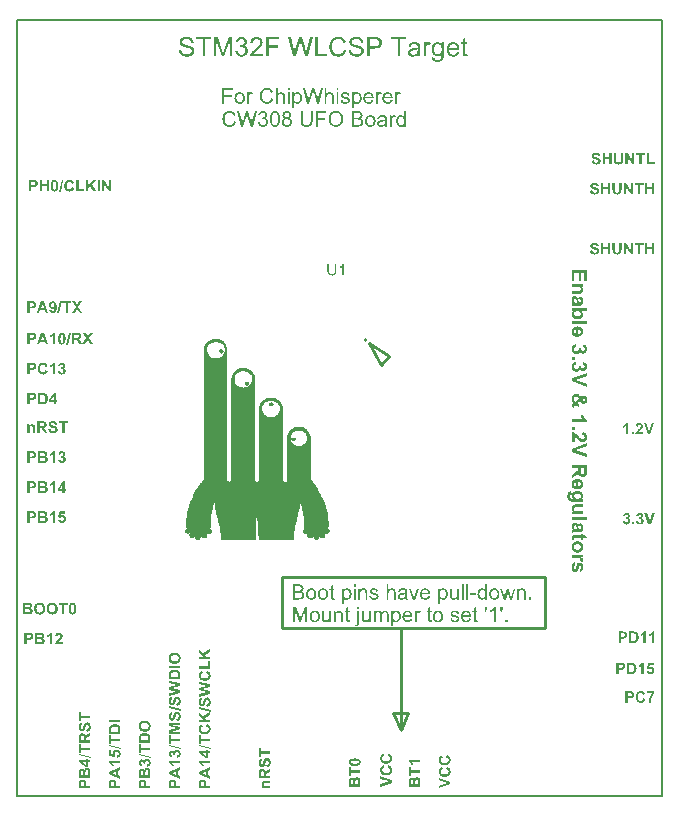
<source format=gto>
G04*
G04 #@! TF.GenerationSoftware,Altium Limited,Altium Designer,20.2.6 (244)*
G04*
G04 Layer_Color=65535*
%FSLAX25Y25*%
%MOIN*%
G70*
G04*
G04 #@! TF.SameCoordinates,39434470-8384-4B1D-BF7C-59D8A565AEB1*
G04*
G04*
G04 #@! TF.FilePolarity,Positive*
G04*
G01*
G75*
%ADD10C,0.00787*%
%ADD11C,0.01000*%
%ADD12C,0.00500*%
G36*
X67579Y152060D02*
X68225D01*
Y151737D01*
X68871D01*
Y151414D01*
Y151091D01*
X69517D01*
Y150768D01*
Y150445D01*
X69840D01*
Y150122D01*
Y149799D01*
Y149476D01*
X70163D01*
Y149153D01*
Y148830D01*
Y148507D01*
Y148184D01*
Y147861D01*
Y147538D01*
Y147215D01*
Y146892D01*
Y146569D01*
Y146246D01*
Y145923D01*
Y145600D01*
Y145277D01*
Y144954D01*
Y144631D01*
Y144308D01*
Y143985D01*
Y143662D01*
Y143339D01*
Y143016D01*
Y142693D01*
Y142370D01*
Y142047D01*
Y141724D01*
Y141401D01*
Y141078D01*
Y140755D01*
Y140432D01*
Y140109D01*
Y139786D01*
Y139463D01*
Y139140D01*
Y138817D01*
Y138494D01*
Y138171D01*
Y137848D01*
Y137525D01*
Y137202D01*
Y136879D01*
Y136556D01*
Y136233D01*
Y135910D01*
Y135587D01*
Y135264D01*
Y134941D01*
Y134618D01*
Y134295D01*
Y133972D01*
Y133649D01*
Y133326D01*
Y133003D01*
Y132680D01*
Y132357D01*
Y132034D01*
Y131711D01*
Y131388D01*
Y131065D01*
Y130742D01*
Y130419D01*
Y130096D01*
Y129773D01*
Y129450D01*
Y129127D01*
Y128804D01*
Y128481D01*
Y128158D01*
Y127835D01*
Y127512D01*
Y127189D01*
Y126866D01*
Y126543D01*
Y126220D01*
Y125897D01*
Y125574D01*
Y125251D01*
Y124928D01*
Y124605D01*
Y124282D01*
Y123959D01*
Y123636D01*
Y123313D01*
Y122990D01*
Y122667D01*
Y122344D01*
Y122021D01*
Y121698D01*
Y121375D01*
Y121052D01*
Y120729D01*
Y120406D01*
Y120083D01*
Y119760D01*
Y119437D01*
Y119114D01*
Y118791D01*
Y118468D01*
Y118145D01*
Y117822D01*
Y117499D01*
Y117176D01*
Y116853D01*
Y116530D01*
Y116208D01*
Y115884D01*
Y115561D01*
Y115238D01*
Y114916D01*
Y114593D01*
Y114269D01*
Y113946D01*
Y113623D01*
Y113301D01*
Y112978D01*
Y112654D01*
Y112331D01*
Y112009D01*
Y111686D01*
Y111363D01*
Y111040D01*
Y110717D01*
Y110394D01*
Y110071D01*
Y109748D01*
Y109425D01*
Y109102D01*
Y108779D01*
Y108456D01*
Y108133D01*
Y107810D01*
Y107487D01*
Y107164D01*
Y106841D01*
Y106518D01*
Y106195D01*
Y105872D01*
Y105549D01*
Y105226D01*
Y104903D01*
X70809D01*
Y104580D01*
X71132D01*
Y104903D01*
X71455D01*
Y105226D01*
Y105549D01*
Y105872D01*
Y106195D01*
Y106518D01*
Y106841D01*
Y107164D01*
Y107487D01*
Y107810D01*
Y108133D01*
Y108456D01*
Y108779D01*
Y109102D01*
Y109425D01*
Y109748D01*
Y110071D01*
Y110394D01*
Y110717D01*
Y111040D01*
Y111363D01*
Y111686D01*
Y112009D01*
Y112331D01*
Y112654D01*
Y112978D01*
Y113301D01*
Y113623D01*
Y113946D01*
Y114269D01*
Y114593D01*
Y114916D01*
Y115238D01*
Y115561D01*
Y115884D01*
Y116208D01*
Y116530D01*
Y116853D01*
Y117176D01*
Y117499D01*
Y117822D01*
Y118145D01*
Y118468D01*
Y118791D01*
Y119114D01*
Y119437D01*
Y119760D01*
Y120083D01*
Y120406D01*
Y120729D01*
Y121052D01*
Y121375D01*
Y121698D01*
Y122021D01*
Y122344D01*
Y122667D01*
Y122990D01*
Y123313D01*
Y123636D01*
Y123959D01*
Y124282D01*
Y124605D01*
Y124928D01*
Y125251D01*
Y125574D01*
Y125897D01*
Y126220D01*
Y126543D01*
Y126866D01*
Y127189D01*
Y127512D01*
Y127835D01*
Y128158D01*
Y128481D01*
Y128804D01*
Y129127D01*
Y129450D01*
Y129773D01*
Y130096D01*
Y130419D01*
Y130742D01*
Y131065D01*
Y131388D01*
Y131711D01*
Y132034D01*
Y132357D01*
Y132680D01*
Y133003D01*
Y133326D01*
Y133649D01*
Y133972D01*
Y134295D01*
Y134618D01*
Y134941D01*
Y135264D01*
Y135587D01*
Y135910D01*
Y136233D01*
Y136556D01*
Y136879D01*
Y137202D01*
Y137525D01*
Y137848D01*
Y138171D01*
Y138494D01*
Y138817D01*
Y139140D01*
X71778D01*
Y139463D01*
Y139786D01*
Y140109D01*
Y140432D01*
X72101D01*
Y140755D01*
Y141078D01*
X72424D01*
Y141401D01*
X72747D01*
Y141724D01*
X73070D01*
Y142047D01*
X73392D01*
Y142370D01*
X74038D01*
Y142693D01*
X76622D01*
Y142370D01*
X77268D01*
Y142047D01*
X77915D01*
Y141724D01*
X78237D01*
Y141401D01*
X78561D01*
Y141078D01*
Y140755D01*
X78883D01*
Y140432D01*
Y140109D01*
X79206D01*
Y139786D01*
Y139463D01*
Y139140D01*
Y138817D01*
Y138494D01*
Y138171D01*
Y137848D01*
Y137525D01*
Y137202D01*
Y136879D01*
Y136556D01*
Y136233D01*
Y135910D01*
Y135587D01*
Y135264D01*
Y134941D01*
Y134618D01*
Y134295D01*
Y133972D01*
Y133649D01*
Y133326D01*
Y133003D01*
Y132680D01*
Y132357D01*
Y132034D01*
Y131711D01*
Y131388D01*
Y131065D01*
Y130742D01*
Y130419D01*
Y130096D01*
Y129773D01*
Y129450D01*
Y129127D01*
Y128804D01*
Y128481D01*
Y128158D01*
Y127835D01*
Y127512D01*
Y127189D01*
Y126866D01*
Y126543D01*
Y126220D01*
Y125897D01*
Y125574D01*
Y125251D01*
Y124928D01*
Y124605D01*
Y124282D01*
Y123959D01*
Y123636D01*
Y123313D01*
Y122990D01*
Y122667D01*
Y122344D01*
Y122021D01*
Y121698D01*
Y121375D01*
Y121052D01*
Y120729D01*
Y120406D01*
Y120083D01*
Y119760D01*
Y119437D01*
Y119114D01*
Y118791D01*
Y118468D01*
Y118145D01*
Y117822D01*
Y117499D01*
Y117176D01*
Y116853D01*
Y116530D01*
Y116208D01*
Y115884D01*
Y115561D01*
Y115238D01*
Y114916D01*
Y114593D01*
Y114269D01*
Y113946D01*
Y113623D01*
Y113301D01*
Y112978D01*
Y112654D01*
Y112331D01*
Y112009D01*
Y111686D01*
Y111363D01*
Y111040D01*
Y110717D01*
Y110394D01*
Y110071D01*
Y109748D01*
Y109425D01*
Y109102D01*
Y108779D01*
Y108456D01*
Y108133D01*
Y107810D01*
Y107487D01*
Y107164D01*
Y106841D01*
Y106518D01*
Y106195D01*
Y105872D01*
Y105549D01*
Y105226D01*
Y104903D01*
X79852D01*
Y104580D01*
X80498D01*
Y104903D01*
X80821D01*
Y105226D01*
Y105549D01*
Y105872D01*
Y106195D01*
Y106518D01*
Y106841D01*
Y107164D01*
Y107487D01*
Y107810D01*
Y108133D01*
Y108456D01*
Y108779D01*
Y109102D01*
Y109425D01*
Y109748D01*
Y110071D01*
Y110394D01*
Y110717D01*
Y111040D01*
Y111363D01*
Y111686D01*
Y112009D01*
Y112331D01*
Y112654D01*
Y112978D01*
Y113301D01*
Y113623D01*
Y113946D01*
Y114269D01*
Y114593D01*
Y114916D01*
Y115238D01*
Y115561D01*
Y115884D01*
Y116208D01*
Y116530D01*
Y116853D01*
Y117176D01*
Y117499D01*
Y117822D01*
Y118145D01*
Y118468D01*
Y118791D01*
Y119114D01*
Y119437D01*
Y119760D01*
Y120083D01*
Y120406D01*
Y120729D01*
Y121052D01*
Y121375D01*
Y121698D01*
Y122021D01*
Y122344D01*
Y122667D01*
Y122990D01*
Y123313D01*
Y123636D01*
Y123959D01*
Y124282D01*
Y124605D01*
Y124928D01*
Y125251D01*
Y125574D01*
Y125897D01*
Y126220D01*
Y126543D01*
Y126866D01*
Y127189D01*
Y127512D01*
Y127835D01*
Y128158D01*
Y128481D01*
Y128804D01*
Y129127D01*
Y129450D01*
Y129773D01*
Y130096D01*
X81144D01*
Y130419D01*
Y130742D01*
Y131065D01*
X81467D01*
Y131388D01*
X81790D01*
Y131711D01*
X82113D01*
Y132034D01*
X82759D01*
Y132357D01*
X83082D01*
Y132680D01*
X86312D01*
Y132357D01*
X86635D01*
Y132034D01*
X87281D01*
Y131711D01*
X87604D01*
Y131388D01*
X87927D01*
Y131065D01*
Y130742D01*
X88250D01*
Y130419D01*
Y130096D01*
X88573D01*
Y129773D01*
Y129450D01*
Y129127D01*
Y128804D01*
Y128481D01*
Y128158D01*
Y127835D01*
Y127512D01*
Y127189D01*
Y126866D01*
Y126543D01*
Y126220D01*
Y125897D01*
Y125574D01*
Y125251D01*
Y124928D01*
Y124605D01*
Y124282D01*
Y123959D01*
Y123636D01*
Y123313D01*
Y122990D01*
Y122667D01*
Y122344D01*
Y122021D01*
Y121698D01*
Y121375D01*
Y121052D01*
Y120729D01*
Y120406D01*
Y120083D01*
Y119760D01*
Y119437D01*
Y119114D01*
Y118791D01*
Y118468D01*
Y118145D01*
Y117822D01*
Y117499D01*
Y117176D01*
Y116853D01*
Y116530D01*
Y116208D01*
Y115884D01*
Y115561D01*
Y115238D01*
Y114916D01*
Y114593D01*
Y114269D01*
Y113946D01*
Y113623D01*
Y113301D01*
Y112978D01*
Y112654D01*
Y112331D01*
Y112009D01*
Y111686D01*
Y111363D01*
Y111040D01*
Y110717D01*
Y110394D01*
Y110071D01*
Y109748D01*
Y109425D01*
Y109102D01*
Y108779D01*
Y108456D01*
Y108133D01*
Y107810D01*
Y107487D01*
Y107164D01*
Y106841D01*
Y106518D01*
Y106195D01*
Y105872D01*
Y105549D01*
Y105226D01*
Y104903D01*
X88896D01*
Y104580D01*
X89865D01*
Y104903D01*
X90188D01*
Y105226D01*
Y105549D01*
Y105872D01*
Y106195D01*
Y106518D01*
Y106841D01*
Y107164D01*
Y107487D01*
Y107810D01*
Y108133D01*
Y108456D01*
Y108779D01*
Y109102D01*
Y109425D01*
Y109748D01*
Y110071D01*
Y110394D01*
Y110717D01*
Y111040D01*
Y111363D01*
Y111686D01*
Y112009D01*
Y112331D01*
Y112654D01*
Y112978D01*
Y113301D01*
Y113623D01*
Y113946D01*
Y114269D01*
Y114593D01*
Y114916D01*
Y115238D01*
Y115561D01*
Y115884D01*
Y116208D01*
Y116530D01*
Y116853D01*
Y117176D01*
Y117499D01*
Y117822D01*
Y118145D01*
Y118468D01*
Y118791D01*
Y119114D01*
Y119437D01*
Y119760D01*
Y120083D01*
Y120406D01*
X90511D01*
Y120729D01*
Y121052D01*
X90834D01*
Y121375D01*
Y121698D01*
X91157D01*
Y122021D01*
X91480D01*
Y122344D01*
X92126D01*
Y122667D01*
X92449D01*
Y122990D01*
X95679D01*
Y122667D01*
X96002D01*
Y122344D01*
X96648D01*
Y122021D01*
Y121698D01*
X96971D01*
Y121375D01*
X97294D01*
Y121052D01*
Y120729D01*
X97617D01*
Y120406D01*
Y120083D01*
X97940D01*
Y119760D01*
Y119437D01*
Y119114D01*
Y118791D01*
Y118468D01*
Y118145D01*
Y117822D01*
Y117499D01*
Y117176D01*
Y116853D01*
Y116530D01*
Y116208D01*
Y115884D01*
Y115561D01*
Y115238D01*
Y114916D01*
Y114593D01*
Y114269D01*
Y113946D01*
Y113623D01*
Y113301D01*
Y112978D01*
Y112654D01*
Y112331D01*
Y112009D01*
Y111686D01*
Y111363D01*
Y111040D01*
Y110717D01*
Y110394D01*
Y110071D01*
Y109748D01*
Y109425D01*
Y109102D01*
Y108779D01*
Y108456D01*
Y108133D01*
Y107810D01*
Y107487D01*
Y107164D01*
Y106841D01*
Y106518D01*
Y106195D01*
Y105872D01*
Y105549D01*
Y105226D01*
X98263D01*
Y104903D01*
X98586D01*
Y104580D01*
Y104257D01*
X98909D01*
Y103934D01*
X99232D01*
Y103611D01*
X99555D01*
Y103288D01*
Y102965D01*
X99878D01*
Y102642D01*
X100201D01*
Y102319D01*
Y101996D01*
X100524D01*
Y101673D01*
X100847D01*
Y101350D01*
Y101027D01*
X101170D01*
Y100704D01*
X101493D01*
Y100381D01*
Y100058D01*
Y99735D01*
X101816D01*
Y99412D01*
X102139D01*
Y99089D01*
Y98766D01*
Y98443D01*
X102462D01*
Y98120D01*
Y97797D01*
X102785D01*
Y97474D01*
Y97151D01*
Y96828D01*
X103108D01*
Y96505D01*
Y96182D01*
Y95859D01*
Y95536D01*
X103431D01*
Y95213D01*
Y94890D01*
Y94567D01*
X103754D01*
Y94244D01*
Y93921D01*
Y93598D01*
Y93275D01*
Y92952D01*
Y92629D01*
Y92306D01*
Y91983D01*
Y91660D01*
X104077D01*
Y91337D01*
Y91014D01*
Y90691D01*
Y90368D01*
Y90045D01*
Y89722D01*
X103754D01*
Y89399D01*
Y89076D01*
X104077D01*
Y88753D01*
X104400D01*
Y88430D01*
Y88107D01*
Y87784D01*
X104077D01*
Y87461D01*
X103754D01*
Y87138D01*
X102785D01*
Y86815D01*
Y86492D01*
Y86169D01*
Y85846D01*
X101170D01*
Y86169D01*
X100847D01*
Y85846D01*
Y85523D01*
X100524D01*
Y85200D01*
X99232D01*
Y85523D01*
X98909D01*
Y85846D01*
Y86169D01*
X98586D01*
Y85846D01*
X96971D01*
Y86169D01*
X96648D01*
Y86492D01*
Y86815D01*
Y87138D01*
X95679D01*
Y87461D01*
X95356D01*
Y87784D01*
Y88107D01*
Y88430D01*
Y88753D01*
X95679D01*
Y89076D01*
Y89399D01*
Y89722D01*
Y90045D01*
Y90368D01*
Y90691D01*
Y91014D01*
Y91337D01*
Y91660D01*
Y91983D01*
Y92306D01*
Y92629D01*
Y92952D01*
Y93275D01*
X95356D01*
Y93598D01*
Y93921D01*
Y94244D01*
Y94567D01*
Y94890D01*
X95033D01*
Y95213D01*
Y95536D01*
Y95859D01*
Y96182D01*
Y96505D01*
X94710D01*
Y96828D01*
Y97151D01*
X94387D01*
Y96828D01*
Y96505D01*
Y96182D01*
Y95859D01*
Y95536D01*
X94064D01*
Y95213D01*
Y94890D01*
Y94567D01*
X93741D01*
Y94244D01*
Y93921D01*
Y93598D01*
Y93275D01*
Y92952D01*
X93418D01*
Y92629D01*
Y92306D01*
Y91983D01*
Y91660D01*
Y91337D01*
X93095D01*
Y91014D01*
Y90691D01*
Y90368D01*
X92772D01*
Y90045D01*
Y89722D01*
Y89399D01*
Y89076D01*
Y88753D01*
Y88430D01*
Y88107D01*
X92449D01*
Y87784D01*
Y87461D01*
Y87138D01*
Y86815D01*
Y86492D01*
Y86169D01*
Y85846D01*
Y85523D01*
Y85200D01*
X80821D01*
Y85523D01*
Y85846D01*
Y86169D01*
Y86492D01*
X80498D01*
Y86815D01*
Y87138D01*
Y87461D01*
Y87784D01*
Y88107D01*
Y88430D01*
Y88753D01*
Y89076D01*
Y89399D01*
Y89722D01*
Y90045D01*
Y90368D01*
Y90691D01*
Y91014D01*
Y91337D01*
Y91660D01*
X80175D01*
Y91983D01*
Y92306D01*
Y92629D01*
X79852D01*
Y92306D01*
Y91983D01*
Y91660D01*
Y91337D01*
Y91014D01*
Y90691D01*
Y90368D01*
Y90045D01*
Y89722D01*
Y89399D01*
Y89076D01*
Y88753D01*
Y88430D01*
Y88107D01*
Y87784D01*
Y87461D01*
X79529D01*
Y87138D01*
Y86815D01*
Y86492D01*
Y86169D01*
Y85846D01*
Y85523D01*
Y85200D01*
X67902D01*
Y85523D01*
Y85846D01*
Y86169D01*
Y86492D01*
Y86815D01*
Y87138D01*
Y87461D01*
X67579D01*
Y87784D01*
Y88107D01*
Y88430D01*
Y88753D01*
Y89076D01*
Y89399D01*
Y89722D01*
Y90045D01*
X67256D01*
Y90368D01*
Y90691D01*
Y91014D01*
X66933D01*
Y91337D01*
Y91660D01*
Y91983D01*
Y92306D01*
Y92629D01*
X66610D01*
Y92952D01*
Y93275D01*
Y93598D01*
X66287D01*
Y93921D01*
Y94244D01*
Y94567D01*
Y94890D01*
Y95213D01*
X65964D01*
Y95536D01*
Y95859D01*
Y96182D01*
Y96505D01*
Y96828D01*
Y97151D01*
Y97474D01*
X65641D01*
Y97151D01*
Y96828D01*
X65318D01*
Y96505D01*
Y96182D01*
Y95859D01*
Y95536D01*
Y95213D01*
X64995D01*
Y94890D01*
Y94567D01*
Y94244D01*
Y93921D01*
X64672D01*
Y93598D01*
Y93275D01*
Y92952D01*
Y92629D01*
Y92306D01*
Y91983D01*
Y91660D01*
Y91337D01*
Y91014D01*
Y90691D01*
Y90368D01*
Y90045D01*
Y89722D01*
Y89399D01*
X64349D01*
Y89076D01*
X64672D01*
Y88753D01*
X64995D01*
Y88430D01*
Y88107D01*
Y87784D01*
Y87461D01*
X64672D01*
Y87138D01*
X63380D01*
Y86815D01*
Y86492D01*
Y86169D01*
Y85846D01*
X61765D01*
Y86169D01*
X61442D01*
Y85846D01*
X61119D01*
Y85523D01*
Y85200D01*
X59827D01*
Y85523D01*
X59504D01*
Y85846D01*
Y86169D01*
X59181D01*
Y85846D01*
X57566D01*
Y86169D01*
Y86492D01*
X57243D01*
Y86815D01*
Y87138D01*
X56597D01*
Y87461D01*
X55951D01*
Y87784D01*
Y88107D01*
Y88430D01*
Y88753D01*
X56274D01*
Y89076D01*
X56597D01*
Y89399D01*
X56274D01*
Y89722D01*
Y90045D01*
Y90368D01*
Y90691D01*
Y91014D01*
Y91337D01*
Y91660D01*
Y91983D01*
Y92306D01*
Y92629D01*
X56597D01*
Y92952D01*
Y93275D01*
Y93598D01*
Y93921D01*
Y94244D01*
Y94567D01*
Y94890D01*
X56920D01*
Y95213D01*
Y95536D01*
Y95859D01*
X57243D01*
Y96182D01*
Y96505D01*
Y96828D01*
Y97151D01*
X57566D01*
Y97474D01*
Y97797D01*
Y98120D01*
X57889D01*
Y98443D01*
Y98766D01*
X58212D01*
Y99089D01*
Y99412D01*
X58535D01*
Y99735D01*
Y100058D01*
X58858D01*
Y100381D01*
Y100704D01*
X59181D01*
Y101027D01*
Y101350D01*
X59504D01*
Y101673D01*
Y101996D01*
X59827D01*
Y102319D01*
X60150D01*
Y102642D01*
X60473D01*
Y102965D01*
Y103288D01*
X60796D01*
Y103611D01*
X61119D01*
Y103934D01*
Y104257D01*
X61765D01*
Y104580D01*
Y104903D01*
X62088D01*
Y105226D01*
X62411D01*
Y105549D01*
Y105872D01*
Y106195D01*
Y106518D01*
Y106841D01*
Y107164D01*
Y107487D01*
Y107810D01*
Y108133D01*
Y108456D01*
Y108779D01*
Y109102D01*
Y109425D01*
Y109748D01*
Y110071D01*
Y110394D01*
Y110717D01*
Y111040D01*
Y111363D01*
Y111686D01*
Y112009D01*
Y112331D01*
Y112654D01*
Y112978D01*
Y113301D01*
Y113623D01*
Y113946D01*
Y114269D01*
Y114593D01*
Y114916D01*
Y115238D01*
Y115561D01*
Y115884D01*
Y116208D01*
Y116530D01*
Y116853D01*
Y117176D01*
Y117499D01*
Y117822D01*
Y118145D01*
Y118468D01*
Y118791D01*
Y119114D01*
Y119437D01*
Y119760D01*
Y120083D01*
Y120406D01*
Y120729D01*
Y121052D01*
Y121375D01*
Y121698D01*
Y122021D01*
Y122344D01*
Y122667D01*
Y122990D01*
Y123313D01*
Y123636D01*
Y123959D01*
Y124282D01*
Y124605D01*
Y124928D01*
Y125251D01*
Y125574D01*
Y125897D01*
Y126220D01*
Y126543D01*
Y126866D01*
Y127189D01*
Y127512D01*
Y127835D01*
Y128158D01*
Y128481D01*
Y128804D01*
Y129127D01*
Y129450D01*
Y129773D01*
Y130096D01*
Y130419D01*
Y130742D01*
Y131065D01*
Y131388D01*
Y131711D01*
Y132034D01*
Y132357D01*
Y132680D01*
Y133003D01*
Y133326D01*
Y133649D01*
Y133972D01*
Y134295D01*
Y134618D01*
Y134941D01*
Y135264D01*
Y135587D01*
Y135910D01*
Y136233D01*
Y136556D01*
Y136879D01*
Y137202D01*
Y137525D01*
Y137848D01*
Y138171D01*
Y138494D01*
Y138817D01*
Y139140D01*
Y139463D01*
Y139786D01*
Y140109D01*
Y140432D01*
Y140755D01*
Y141078D01*
Y141401D01*
Y141724D01*
Y142047D01*
Y142370D01*
Y142693D01*
Y143016D01*
Y143339D01*
Y143662D01*
Y143985D01*
Y144308D01*
Y144631D01*
Y144954D01*
Y145277D01*
Y145600D01*
Y145923D01*
Y146246D01*
Y146569D01*
Y146892D01*
Y147215D01*
Y147538D01*
Y147861D01*
Y148184D01*
Y148507D01*
Y148830D01*
Y149153D01*
Y149476D01*
Y149799D01*
X62734D01*
Y150122D01*
Y150445D01*
X63057D01*
Y150768D01*
Y151091D01*
X63380D01*
Y151414D01*
X63703D01*
Y151737D01*
X64349D01*
Y152060D01*
X64995D01*
Y152383D01*
X67579D01*
Y152060D01*
D02*
G37*
G36*
X190019Y171579D02*
X189167D01*
Y174298D01*
X188050D01*
Y171768D01*
X187198D01*
Y174298D01*
X185833D01*
Y171484D01*
X184982D01*
Y175313D01*
X190019D01*
Y171579D01*
D02*
G37*
G36*
X188632Y169744D02*
X188094D01*
X188101Y169737D01*
X188119Y169722D01*
X188152Y169697D01*
X188192Y169657D01*
X188236Y169610D01*
X188290Y169555D01*
X188345Y169489D01*
X188403Y169413D01*
X188461Y169333D01*
X188516Y169242D01*
X188570Y169140D01*
X188614Y169034D01*
X188654Y168922D01*
X188687Y168801D01*
X188705Y168674D01*
X188713Y168539D01*
Y168485D01*
X188709Y168456D01*
X188705Y168423D01*
X188702Y168386D01*
X188698Y168347D01*
X188683Y168255D01*
X188665Y168157D01*
X188636Y168059D01*
X188596Y167957D01*
Y167953D01*
X188592Y167946D01*
X188585Y167931D01*
X188574Y167913D01*
X188563Y167892D01*
X188549Y167866D01*
X188516Y167808D01*
X188472Y167742D01*
X188421Y167677D01*
X188367Y167611D01*
X188301Y167557D01*
X188297D01*
X188294Y167549D01*
X188283Y167542D01*
X188268Y167535D01*
X188232Y167509D01*
X188185Y167480D01*
X188123Y167447D01*
X188057Y167418D01*
X187981Y167389D01*
X187897Y167364D01*
X187893D01*
X187886Y167360D01*
X187875D01*
X187857Y167356D01*
X187832Y167349D01*
X187803Y167345D01*
X187770Y167342D01*
X187730Y167335D01*
X187686Y167331D01*
X187639Y167327D01*
X187584Y167320D01*
X187526Y167316D01*
X187464Y167313D01*
X187395D01*
X187322Y167309D01*
X187246D01*
X184982D01*
Y168274D01*
X186841D01*
X186849D01*
X186867D01*
X186896D01*
X186936D01*
X186984Y168277D01*
X187038D01*
X187096D01*
X187158Y168281D01*
X187286Y168288D01*
X187351Y168296D01*
X187413Y168303D01*
X187471Y168310D01*
X187522Y168317D01*
X187569Y168328D01*
X187606Y168339D01*
X187610D01*
X187613Y168343D01*
X187635Y168350D01*
X187668Y168365D01*
X187704Y168386D01*
X187748Y168416D01*
X187795Y168448D01*
X187835Y168492D01*
X187875Y168539D01*
X187879Y168547D01*
X187890Y168565D01*
X187908Y168594D01*
X187926Y168634D01*
X187941Y168681D01*
X187959Y168740D01*
X187970Y168805D01*
X187974Y168874D01*
Y168900D01*
X187970Y168918D01*
Y168940D01*
X187966Y168965D01*
X187955Y169027D01*
X187941Y169096D01*
X187915Y169173D01*
X187883Y169253D01*
X187835Y169329D01*
Y169333D01*
X187828Y169337D01*
X187821Y169348D01*
X187810Y169362D01*
X187781Y169395D01*
X187737Y169439D01*
X187686Y169482D01*
X187620Y169529D01*
X187548Y169570D01*
X187468Y169602D01*
X187464D01*
X187457Y169606D01*
X187442Y169610D01*
X187424Y169613D01*
X187398Y169621D01*
X187366Y169624D01*
X187326Y169631D01*
X187278Y169639D01*
X187224Y169646D01*
X187165Y169653D01*
X187096Y169657D01*
X187020Y169664D01*
X186936Y169668D01*
X186841Y169671D01*
X186740Y169675D01*
X186630D01*
X184982D01*
Y170640D01*
X188632D01*
Y169744D01*
D02*
G37*
G36*
X186026Y166581D02*
X186055D01*
X186084Y166577D01*
X186121Y166574D01*
X186161Y166567D01*
X186245Y166548D01*
X186339Y166523D01*
X186434Y166486D01*
X186525Y166439D01*
X186529Y166436D01*
X186536Y166432D01*
X186547Y166425D01*
X186565Y166410D01*
X186609Y166377D01*
X186663Y166330D01*
X186721Y166272D01*
X186783Y166202D01*
X186845Y166119D01*
X186896Y166024D01*
Y166021D01*
X186903Y166013D01*
X186911Y165995D01*
X186918Y165973D01*
X186929Y165948D01*
X186943Y165915D01*
X186958Y165875D01*
X186973Y165828D01*
X186991Y165777D01*
X187009Y165718D01*
X187027Y165656D01*
X187045Y165587D01*
X187067Y165515D01*
X187085Y165435D01*
X187104Y165347D01*
X187122Y165256D01*
Y165249D01*
X187129Y165227D01*
X187133Y165191D01*
X187144Y165147D01*
X187155Y165092D01*
X187169Y165027D01*
X187184Y164958D01*
X187198Y164885D01*
X187238Y164728D01*
X187278Y164575D01*
X187296Y164503D01*
X187318Y164434D01*
X187340Y164372D01*
X187362Y164317D01*
X187457D01*
X187460D01*
X187468D01*
X187482D01*
X187500Y164321D01*
X187526D01*
X187551Y164324D01*
X187610Y164335D01*
X187675Y164350D01*
X187741Y164375D01*
X187803Y164408D01*
X187828Y164430D01*
X187853Y164455D01*
X187857Y164463D01*
X187864Y164470D01*
X187872Y164484D01*
X187883Y164499D01*
X187890Y164521D01*
X187901Y164543D01*
X187915Y164572D01*
X187926Y164605D01*
X187937Y164645D01*
X187944Y164685D01*
X187955Y164732D01*
X187963Y164787D01*
X187970Y164845D01*
X187974Y164907D01*
Y165020D01*
X187970Y165041D01*
Y165067D01*
X187963Y165121D01*
X187948Y165187D01*
X187930Y165256D01*
X187904Y165322D01*
X187872Y165380D01*
X187868Y165387D01*
X187853Y165402D01*
X187824Y165431D01*
X187788Y165460D01*
X187741Y165496D01*
X187679Y165536D01*
X187602Y165573D01*
X187515Y165609D01*
X187671Y166486D01*
X187679Y166483D01*
X187693Y166479D01*
X187722Y166472D01*
X187759Y166457D01*
X187803Y166443D01*
X187853Y166421D01*
X187908Y166395D01*
X187966Y166370D01*
X188032Y166337D01*
X188094Y166297D01*
X188159Y166257D01*
X188225Y166210D01*
X188287Y166163D01*
X188348Y166104D01*
X188403Y166046D01*
X188454Y165981D01*
X188458Y165977D01*
X188465Y165962D01*
X188479Y165940D01*
X188494Y165911D01*
X188512Y165875D01*
X188534Y165828D01*
X188560Y165773D01*
X188585Y165708D01*
X188607Y165638D01*
X188632Y165558D01*
X188654Y165467D01*
X188672Y165373D01*
X188687Y165267D01*
X188702Y165154D01*
X188709Y165034D01*
X188713Y164903D01*
Y164841D01*
X188709Y164797D01*
Y164743D01*
X188705Y164681D01*
X188702Y164612D01*
X188694Y164539D01*
X188687Y164463D01*
X188676Y164383D01*
X188647Y164222D01*
X188632Y164146D01*
X188611Y164069D01*
X188585Y164000D01*
X188560Y163938D01*
Y163935D01*
X188552Y163924D01*
X188545Y163909D01*
X188531Y163888D01*
X188516Y163862D01*
X188498Y163833D01*
X188454Y163764D01*
X188396Y163691D01*
X188330Y163618D01*
X188254Y163549D01*
X188214Y163520D01*
X188170Y163494D01*
X188166D01*
X188159Y163487D01*
X188145Y163483D01*
X188123Y163472D01*
X188097Y163465D01*
X188061Y163454D01*
X188021Y163440D01*
X187974Y163429D01*
X187919Y163418D01*
X187853Y163403D01*
X187784Y163392D01*
X187704Y163385D01*
X187617Y163374D01*
X187522Y163371D01*
X187417Y163363D01*
X187304D01*
X186179Y163378D01*
X186175D01*
X186157D01*
X186132D01*
X186099D01*
X186059D01*
X186015Y163374D01*
X185964D01*
X185910Y163371D01*
X185793Y163367D01*
X185677Y163360D01*
X185618Y163356D01*
X185564Y163349D01*
X185517Y163341D01*
X185469Y163334D01*
X185466D01*
X185458Y163331D01*
X185447D01*
X185429Y163323D01*
X185407Y163320D01*
X185382Y163312D01*
X185324Y163294D01*
X185251Y163272D01*
X185167Y163240D01*
X185076Y163203D01*
X184982Y163160D01*
Y164113D01*
X184985D01*
X185000Y164120D01*
X185021Y164128D01*
X185054Y164139D01*
X185094Y164153D01*
X185142Y164171D01*
X185200Y164190D01*
X185265Y164208D01*
X185269D01*
X185280Y164211D01*
X185294Y164215D01*
X185313Y164222D01*
X185349Y164233D01*
X185364Y164237D01*
X185378Y164241D01*
X185375Y164244D01*
X185367Y164251D01*
X185356Y164266D01*
X185338Y164284D01*
X185320Y164306D01*
X185294Y164335D01*
X185269Y164364D01*
X185244Y164401D01*
X185185Y164477D01*
X185123Y164568D01*
X185069Y164666D01*
X185018Y164772D01*
Y164776D01*
X185014Y164783D01*
X185007Y164801D01*
X185000Y164819D01*
X184989Y164848D01*
X184982Y164878D01*
X184971Y164914D01*
X184960Y164950D01*
X184945Y164994D01*
X184934Y165041D01*
X184916Y165143D01*
X184901Y165256D01*
X184898Y165373D01*
Y165398D01*
X184901Y165427D01*
Y165467D01*
X184909Y165515D01*
X184912Y165569D01*
X184923Y165627D01*
X184938Y165697D01*
X184952Y165766D01*
X184974Y165839D01*
X184996Y165911D01*
X185025Y165984D01*
X185062Y166057D01*
X185102Y166130D01*
X185149Y166199D01*
X185204Y166261D01*
X185207Y166264D01*
X185218Y166275D01*
X185236Y166290D01*
X185258Y166312D01*
X185287Y166337D01*
X185324Y166363D01*
X185367Y166392D01*
X185415Y166421D01*
X185469Y166454D01*
X185528Y166483D01*
X185589Y166508D01*
X185659Y166534D01*
X185731Y166556D01*
X185808Y166570D01*
X185891Y166581D01*
X185975Y166585D01*
X185979D01*
X185990D01*
X186004D01*
X186026Y166581D01*
D02*
G37*
G36*
X190019Y161496D02*
X188203D01*
X188210Y161492D01*
X188225Y161474D01*
X188250Y161452D01*
X188283Y161416D01*
X188323Y161376D01*
X188363Y161325D01*
X188410Y161263D01*
X188458Y161197D01*
X188505Y161125D01*
X188552Y161045D01*
X188596Y160957D01*
X188632Y160863D01*
X188665Y160764D01*
X188691Y160662D01*
X188705Y160553D01*
X188713Y160440D01*
Y160411D01*
X188709Y160375D01*
X188705Y160328D01*
X188698Y160273D01*
X188687Y160204D01*
X188672Y160131D01*
X188651Y160051D01*
X188625Y159964D01*
X188596Y159876D01*
X188556Y159785D01*
X188509Y159691D01*
X188454Y159600D01*
X188389Y159505D01*
X188312Y159418D01*
X188228Y159334D01*
X188221Y159330D01*
X188207Y159316D01*
X188177Y159294D01*
X188137Y159265D01*
X188090Y159232D01*
X188028Y159195D01*
X187955Y159155D01*
X187875Y159115D01*
X187781Y159075D01*
X187679Y159035D01*
X187562Y158999D01*
X187438Y158966D01*
X187304Y158937D01*
X187162Y158915D01*
X187005Y158901D01*
X186841Y158897D01*
X186838D01*
X186831D01*
X186820D01*
X186802D01*
X186780D01*
X186750Y158901D01*
X186721D01*
X186689Y158904D01*
X186609Y158912D01*
X186518Y158919D01*
X186419Y158933D01*
X186310Y158952D01*
X186197Y158977D01*
X186077Y159006D01*
X185957Y159043D01*
X185840Y159086D01*
X185720Y159137D01*
X185608Y159195D01*
X185498Y159265D01*
X185400Y159345D01*
X185393Y159348D01*
X185378Y159367D01*
X185353Y159388D01*
X185320Y159425D01*
X185284Y159468D01*
X185240Y159520D01*
X185196Y159578D01*
X185149Y159647D01*
X185102Y159720D01*
X185058Y159803D01*
X185014Y159894D01*
X184978Y159989D01*
X184945Y160091D01*
X184920Y160196D01*
X184905Y160309D01*
X184898Y160426D01*
Y160455D01*
X184901Y160480D01*
Y160506D01*
X184905Y160542D01*
X184912Y160579D01*
X184916Y160619D01*
X184938Y160713D01*
X184963Y160819D01*
X185003Y160932D01*
X185025Y160986D01*
X185054Y161045D01*
X185058Y161048D01*
X185062Y161059D01*
X185073Y161074D01*
X185083Y161096D01*
X185102Y161121D01*
X185120Y161150D01*
X185145Y161187D01*
X185171Y161223D01*
X185236Y161303D01*
X185316Y161390D01*
X185407Y161481D01*
X185517Y161565D01*
X184982D01*
Y162461D01*
X190019D01*
Y161496D01*
D02*
G37*
G36*
Y157153D02*
X184982D01*
Y158118D01*
X190019D01*
Y157153D01*
D02*
G37*
G36*
X186838Y156444D02*
X186863D01*
X186892D01*
X186925Y156440D01*
X187002Y156433D01*
X187089Y156422D01*
X187187Y156407D01*
X187293Y156389D01*
X187406Y156364D01*
X187522Y156331D01*
X187639Y156294D01*
X187759Y156247D01*
X187875Y156193D01*
X187988Y156131D01*
X188094Y156058D01*
X188196Y155974D01*
X188203Y155967D01*
X188217Y155952D01*
X188243Y155927D01*
X188276Y155890D01*
X188316Y155843D01*
X188359Y155785D01*
X188407Y155719D01*
X188454Y155647D01*
X188501Y155563D01*
X188549Y155472D01*
X188592Y155374D01*
X188632Y155268D01*
X188665Y155155D01*
X188691Y155035D01*
X188705Y154908D01*
X188713Y154773D01*
Y154736D01*
X188709Y154718D01*
Y154697D01*
X188705Y154638D01*
X188698Y154569D01*
X188683Y154493D01*
X188669Y154402D01*
X188647Y154307D01*
X188618Y154209D01*
X188581Y154103D01*
X188538Y153998D01*
X188487Y153888D01*
X188425Y153783D01*
X188352Y153681D01*
X188268Y153583D01*
X188174Y153492D01*
X188166Y153488D01*
X188148Y153470D01*
X188116Y153448D01*
X188072Y153419D01*
X188014Y153382D01*
X187944Y153342D01*
X187861Y153302D01*
X187766Y153259D01*
X187657Y153215D01*
X187533Y153171D01*
X187398Y153135D01*
X187249Y153098D01*
X187089Y153073D01*
X186914Y153051D01*
X186725Y153040D01*
X186525Y153037D01*
Y155457D01*
X186521D01*
X186507D01*
X186485Y155454D01*
X186456D01*
X186419Y155450D01*
X186376Y155443D01*
X186332Y155435D01*
X186281Y155424D01*
X186172Y155399D01*
X186117Y155381D01*
X186063Y155359D01*
X186008Y155330D01*
X185953Y155301D01*
X185902Y155268D01*
X185855Y155228D01*
X185851Y155224D01*
X185844Y155217D01*
X185833Y155206D01*
X185819Y155188D01*
X185801Y155166D01*
X185779Y155137D01*
X185760Y155108D01*
X185739Y155071D01*
X185713Y155035D01*
X185695Y154991D01*
X185655Y154897D01*
X185640Y154842D01*
X185629Y154788D01*
X185622Y154729D01*
X185618Y154667D01*
Y154646D01*
X185622Y154627D01*
X185626Y154587D01*
X185633Y154533D01*
X185648Y154474D01*
X185669Y154409D01*
X185699Y154347D01*
X185739Y154285D01*
Y154281D01*
X185746Y154278D01*
X185764Y154260D01*
X185793Y154231D01*
X185837Y154198D01*
X185891Y154158D01*
X185961Y154118D01*
X186041Y154081D01*
X186139Y154049D01*
X185979Y153088D01*
X185972Y153091D01*
X185957Y153095D01*
X185928Y153106D01*
X185891Y153124D01*
X185848Y153142D01*
X185797Y153168D01*
X185739Y153197D01*
X185680Y153233D01*
X185615Y153270D01*
X185549Y153313D01*
X185480Y153364D01*
X185415Y153415D01*
X185349Y153473D01*
X185284Y153535D01*
X185225Y153604D01*
X185171Y153677D01*
X185167Y153681D01*
X185160Y153695D01*
X185145Y153717D01*
X185127Y153750D01*
X185109Y153790D01*
X185083Y153834D01*
X185062Y153892D01*
X185036Y153954D01*
X185011Y154023D01*
X184985Y154096D01*
X184960Y154180D01*
X184941Y154267D01*
X184923Y154362D01*
X184909Y154464D01*
X184901Y154569D01*
X184898Y154678D01*
Y154718D01*
X184901Y154744D01*
Y154769D01*
X184905Y154798D01*
X184909Y154835D01*
X184916Y154915D01*
X184931Y155002D01*
X184949Y155104D01*
X184974Y155213D01*
X185007Y155326D01*
X185051Y155443D01*
X185098Y155559D01*
X185160Y155676D01*
X185229Y155789D01*
X185313Y155894D01*
X185407Y155996D01*
X185517Y156087D01*
X185524Y156091D01*
X185538Y156102D01*
X185567Y156120D01*
X185608Y156142D01*
X185655Y156171D01*
X185713Y156200D01*
X185782Y156233D01*
X185862Y156265D01*
X185950Y156302D01*
X186044Y156334D01*
X186146Y156364D01*
X186259Y156389D01*
X186376Y156415D01*
X186503Y156433D01*
X186638Y156444D01*
X186776Y156447D01*
X186780D01*
X186787D01*
X186798D01*
X186816D01*
X186838Y156444D01*
D02*
G37*
G36*
X186430Y149601D02*
X186427D01*
X186416Y149597D01*
X186397D01*
X186372Y149590D01*
X186339Y149586D01*
X186306Y149575D01*
X186266Y149568D01*
X186226Y149553D01*
X186139Y149524D01*
X186048Y149480D01*
X185957Y149429D01*
X185917Y149397D01*
X185881Y149364D01*
X185877Y149360D01*
X185873Y149353D01*
X185862Y149342D01*
X185851Y149328D01*
X185837Y149309D01*
X185822Y149287D01*
X185790Y149229D01*
X185753Y149160D01*
X185724Y149080D01*
X185702Y148989D01*
X185699Y148942D01*
X185695Y148891D01*
Y148862D01*
X185699Y148840D01*
X185702Y148814D01*
X185706Y148785D01*
X185724Y148716D01*
X185749Y148636D01*
X185768Y148596D01*
X185790Y148552D01*
X185815Y148509D01*
X185848Y148468D01*
X185881Y148428D01*
X185921Y148388D01*
X185924Y148385D01*
X185932Y148381D01*
X185942Y148370D01*
X185961Y148356D01*
X185986Y148341D01*
X186012Y148323D01*
X186044Y148305D01*
X186081Y148283D01*
X186124Y148265D01*
X186168Y148246D01*
X186219Y148228D01*
X186274Y148214D01*
X186332Y148199D01*
X186394Y148188D01*
X186463Y148185D01*
X186532Y148181D01*
X186536D01*
X186547D01*
X186568D01*
X186594Y148185D01*
X186623Y148188D01*
X186660Y148192D01*
X186700Y148195D01*
X186740Y148206D01*
X186834Y148228D01*
X186929Y148265D01*
X186976Y148286D01*
X187023Y148312D01*
X187071Y148341D01*
X187111Y148377D01*
X187115Y148381D01*
X187122Y148385D01*
X187129Y148396D01*
X187144Y148414D01*
X187162Y148432D01*
X187180Y148454D01*
X187220Y148512D01*
X187257Y148581D01*
X187293Y148661D01*
X187307Y148705D01*
X187315Y148752D01*
X187322Y148803D01*
X187326Y148854D01*
Y148887D01*
X187322Y148905D01*
Y148927D01*
X187318Y148978D01*
X187307Y149044D01*
X187296Y149120D01*
X187278Y149204D01*
X187253Y149295D01*
X188039Y149189D01*
Y149124D01*
X188043Y149091D01*
X188046Y149055D01*
X188050Y149011D01*
X188057Y148967D01*
X188075Y148869D01*
X188105Y148771D01*
X188126Y148720D01*
X188148Y148672D01*
X188174Y148629D01*
X188207Y148589D01*
X188210Y148585D01*
X188214Y148581D01*
X188225Y148570D01*
X188239Y148556D01*
X188258Y148541D01*
X188279Y148523D01*
X188305Y148505D01*
X188334Y148483D01*
X188403Y148447D01*
X188487Y148414D01*
X188531Y148399D01*
X188581Y148388D01*
X188632Y148385D01*
X188687Y148381D01*
X188691D01*
X188698D01*
X188713D01*
X188731Y148385D01*
X188752D01*
X188774Y148388D01*
X188833Y148399D01*
X188898Y148417D01*
X188964Y148447D01*
X189029Y148483D01*
X189091Y148534D01*
X189098Y148541D01*
X189117Y148563D01*
X189138Y148596D01*
X189167Y148643D01*
X189197Y148701D01*
X189218Y148771D01*
X189237Y148847D01*
X189244Y148938D01*
Y148963D01*
X189240Y148978D01*
Y149000D01*
X189237Y149025D01*
X189222Y149084D01*
X189200Y149149D01*
X189171Y149222D01*
X189127Y149295D01*
X189098Y149331D01*
X189069Y149364D01*
X189066Y149367D01*
X189062Y149371D01*
X189051Y149378D01*
X189036Y149393D01*
X189018Y149404D01*
X188996Y149422D01*
X188971Y149437D01*
X188942Y149455D01*
X188909Y149473D01*
X188873Y149491D01*
X188833Y149510D01*
X188785Y149528D01*
X188738Y149542D01*
X188687Y149557D01*
X188629Y149568D01*
X188570Y149575D01*
X188720Y150463D01*
X188723D01*
X188742Y150460D01*
X188763Y150452D01*
X188796Y150445D01*
X188836Y150438D01*
X188880Y150423D01*
X188931Y150412D01*
X188982Y150394D01*
X189098Y150354D01*
X189222Y150307D01*
X189342Y150252D01*
X189397Y150219D01*
X189451Y150187D01*
X189455Y150183D01*
X189462Y150179D01*
X189477Y150168D01*
X189495Y150150D01*
X189521Y150132D01*
X189546Y150110D01*
X189575Y150081D01*
X189608Y150048D01*
X189641Y150015D01*
X189677Y149975D01*
X189714Y149932D01*
X189746Y149884D01*
X189783Y149833D01*
X189819Y149783D01*
X189881Y149662D01*
X189885Y149659D01*
X189888Y149648D01*
X189895Y149630D01*
X189906Y149604D01*
X189917Y149571D01*
X189932Y149535D01*
X189946Y149491D01*
X189961Y149444D01*
X189976Y149389D01*
X189987Y149331D01*
X190001Y149269D01*
X190012Y149204D01*
X190030Y149062D01*
X190037Y148985D01*
Y148876D01*
X190034Y148840D01*
X190030Y148792D01*
X190023Y148731D01*
X190012Y148661D01*
X190001Y148585D01*
X189979Y148501D01*
X189957Y148410D01*
X189928Y148319D01*
X189888Y148225D01*
X189845Y148130D01*
X189794Y148035D01*
X189732Y147941D01*
X189663Y147853D01*
X189582Y147770D01*
X189579Y147766D01*
X189564Y147755D01*
X189546Y147737D01*
X189517Y147715D01*
X189480Y147686D01*
X189441Y147657D01*
X189393Y147624D01*
X189339Y147591D01*
X189280Y147558D01*
X189215Y147526D01*
X189146Y147497D01*
X189073Y147467D01*
X188996Y147446D01*
X188916Y147427D01*
X188833Y147416D01*
X188745Y147413D01*
X188738D01*
X188716D01*
X188683Y147416D01*
X188636Y147424D01*
X188578Y147435D01*
X188516Y147453D01*
X188443Y147475D01*
X188363Y147504D01*
X188283Y147544D01*
X188196Y147591D01*
X188108Y147649D01*
X188017Y147719D01*
X187930Y147802D01*
X187886Y147850D01*
X187846Y147901D01*
X187803Y147955D01*
X187762Y148013D01*
X187722Y148075D01*
X187686Y148141D01*
Y148137D01*
X187682Y148123D01*
X187675Y148101D01*
X187668Y148068D01*
X187657Y148032D01*
X187639Y147992D01*
X187620Y147944D01*
X187599Y147893D01*
X187573Y147839D01*
X187544Y147781D01*
X187511Y147722D01*
X187471Y147668D01*
X187431Y147609D01*
X187380Y147555D01*
X187329Y147500D01*
X187271Y147449D01*
X187267Y147446D01*
X187257Y147438D01*
X187238Y147424D01*
X187213Y147409D01*
X187184Y147391D01*
X187144Y147369D01*
X187100Y147344D01*
X187053Y147318D01*
X186998Y147296D01*
X186940Y147271D01*
X186874Y147249D01*
X186805Y147231D01*
X186732Y147216D01*
X186656Y147202D01*
X186576Y147194D01*
X186492Y147191D01*
X186485D01*
X186463D01*
X186427Y147194D01*
X186379Y147198D01*
X186325Y147205D01*
X186256Y147216D01*
X186183Y147231D01*
X186103Y147253D01*
X186015Y147278D01*
X185924Y147311D01*
X185830Y147351D01*
X185735Y147395D01*
X185637Y147453D01*
X185542Y147518D01*
X185451Y147591D01*
X185360Y147679D01*
X185356Y147686D01*
X185342Y147700D01*
X185316Y147730D01*
X185287Y147766D01*
X185251Y147813D01*
X185214Y147868D01*
X185171Y147937D01*
X185127Y148010D01*
X185083Y148093D01*
X185043Y148185D01*
X185003Y148283D01*
X184967Y148392D01*
X184938Y148505D01*
X184916Y148625D01*
X184898Y148752D01*
X184894Y148883D01*
Y148913D01*
X184898Y148949D01*
X184901Y148996D01*
X184905Y149055D01*
X184916Y149124D01*
X184927Y149196D01*
X184945Y149280D01*
X184963Y149367D01*
X184989Y149459D01*
X185021Y149553D01*
X185062Y149648D01*
X185105Y149742D01*
X185156Y149837D01*
X185218Y149928D01*
X185287Y150015D01*
X185291Y150019D01*
X185305Y150034D01*
X185327Y150059D01*
X185360Y150088D01*
X185396Y150121D01*
X185444Y150161D01*
X185502Y150205D01*
X185564Y150248D01*
X185633Y150296D01*
X185710Y150339D01*
X185797Y150383D01*
X185888Y150427D01*
X185983Y150463D01*
X186088Y150492D01*
X186197Y150518D01*
X186314Y150536D01*
X186430Y149601D01*
D02*
G37*
G36*
X185946Y145418D02*
X184982D01*
Y146383D01*
X185946D01*
Y145418D01*
D02*
G37*
G36*
X186430Y143733D02*
X186427D01*
X186416Y143729D01*
X186397D01*
X186372Y143722D01*
X186339Y143718D01*
X186306Y143707D01*
X186266Y143700D01*
X186226Y143685D01*
X186139Y143656D01*
X186048Y143613D01*
X185957Y143562D01*
X185917Y143529D01*
X185881Y143496D01*
X185877Y143493D01*
X185873Y143485D01*
X185862Y143474D01*
X185851Y143460D01*
X185837Y143442D01*
X185822Y143420D01*
X185790Y143361D01*
X185753Y143292D01*
X185724Y143212D01*
X185702Y143121D01*
X185699Y143074D01*
X185695Y143023D01*
Y142994D01*
X185699Y142972D01*
X185702Y142947D01*
X185706Y142917D01*
X185724Y142848D01*
X185749Y142768D01*
X185768Y142728D01*
X185790Y142684D01*
X185815Y142641D01*
X185848Y142601D01*
X185881Y142561D01*
X185921Y142521D01*
X185924Y142517D01*
X185932Y142513D01*
X185942Y142502D01*
X185961Y142488D01*
X185986Y142473D01*
X186012Y142455D01*
X186044Y142437D01*
X186081Y142415D01*
X186124Y142397D01*
X186168Y142379D01*
X186219Y142360D01*
X186274Y142346D01*
X186332Y142331D01*
X186394Y142321D01*
X186463Y142317D01*
X186532Y142313D01*
X186536D01*
X186547D01*
X186568D01*
X186594Y142317D01*
X186623Y142321D01*
X186660Y142324D01*
X186700Y142328D01*
X186740Y142339D01*
X186834Y142360D01*
X186929Y142397D01*
X186976Y142419D01*
X187023Y142444D01*
X187071Y142473D01*
X187111Y142510D01*
X187115Y142513D01*
X187122Y142517D01*
X187129Y142528D01*
X187144Y142546D01*
X187162Y142564D01*
X187180Y142586D01*
X187220Y142644D01*
X187257Y142714D01*
X187293Y142794D01*
X187307Y142837D01*
X187315Y142885D01*
X187322Y142936D01*
X187326Y142987D01*
Y143019D01*
X187322Y143038D01*
Y143059D01*
X187318Y143110D01*
X187307Y143176D01*
X187296Y143252D01*
X187278Y143336D01*
X187253Y143427D01*
X188039Y143322D01*
Y143256D01*
X188043Y143223D01*
X188046Y143187D01*
X188050Y143143D01*
X188057Y143099D01*
X188075Y143001D01*
X188105Y142903D01*
X188126Y142852D01*
X188148Y142805D01*
X188174Y142761D01*
X188207Y142721D01*
X188210Y142717D01*
X188214Y142714D01*
X188225Y142703D01*
X188239Y142688D01*
X188258Y142674D01*
X188279Y142655D01*
X188305Y142637D01*
X188334Y142615D01*
X188403Y142579D01*
X188487Y142546D01*
X188531Y142532D01*
X188581Y142521D01*
X188632Y142517D01*
X188687Y142513D01*
X188691D01*
X188698D01*
X188713D01*
X188731Y142517D01*
X188752D01*
X188774Y142521D01*
X188833Y142532D01*
X188898Y142550D01*
X188964Y142579D01*
X189029Y142615D01*
X189091Y142666D01*
X189098Y142674D01*
X189117Y142695D01*
X189138Y142728D01*
X189167Y142775D01*
X189197Y142834D01*
X189218Y142903D01*
X189237Y142979D01*
X189244Y143070D01*
Y143096D01*
X189240Y143110D01*
Y143132D01*
X189237Y143158D01*
X189222Y143216D01*
X189200Y143281D01*
X189171Y143354D01*
X189127Y143427D01*
X189098Y143463D01*
X189069Y143496D01*
X189066Y143500D01*
X189062Y143503D01*
X189051Y143511D01*
X189036Y143525D01*
X189018Y143536D01*
X188996Y143554D01*
X188971Y143569D01*
X188942Y143587D01*
X188909Y143605D01*
X188873Y143624D01*
X188833Y143642D01*
X188785Y143660D01*
X188738Y143675D01*
X188687Y143689D01*
X188629Y143700D01*
X188570Y143707D01*
X188720Y144596D01*
X188723D01*
X188742Y144592D01*
X188763Y144585D01*
X188796Y144577D01*
X188836Y144570D01*
X188880Y144555D01*
X188931Y144544D01*
X188982Y144526D01*
X189098Y144486D01*
X189222Y144439D01*
X189342Y144384D01*
X189397Y144352D01*
X189451Y144319D01*
X189455Y144315D01*
X189462Y144312D01*
X189477Y144301D01*
X189495Y144282D01*
X189521Y144264D01*
X189546Y144242D01*
X189575Y144213D01*
X189608Y144181D01*
X189641Y144148D01*
X189677Y144108D01*
X189714Y144064D01*
X189746Y144017D01*
X189783Y143966D01*
X189819Y143915D01*
X189881Y143795D01*
X189885Y143791D01*
X189888Y143780D01*
X189895Y143762D01*
X189906Y143736D01*
X189917Y143704D01*
X189932Y143667D01*
X189946Y143624D01*
X189961Y143576D01*
X189976Y143522D01*
X189987Y143463D01*
X190001Y143402D01*
X190012Y143336D01*
X190030Y143194D01*
X190037Y143118D01*
Y143008D01*
X190034Y142972D01*
X190030Y142925D01*
X190023Y142863D01*
X190012Y142794D01*
X190001Y142717D01*
X189979Y142633D01*
X189957Y142543D01*
X189928Y142452D01*
X189888Y142357D01*
X189845Y142262D01*
X189794Y142168D01*
X189732Y142073D01*
X189663Y141986D01*
X189582Y141902D01*
X189579Y141898D01*
X189564Y141887D01*
X189546Y141869D01*
X189517Y141847D01*
X189480Y141818D01*
X189441Y141789D01*
X189393Y141756D01*
X189339Y141724D01*
X189280Y141691D01*
X189215Y141658D01*
X189146Y141629D01*
X189073Y141600D01*
X188996Y141578D01*
X188916Y141560D01*
X188833Y141549D01*
X188745Y141545D01*
X188738D01*
X188716D01*
X188683Y141549D01*
X188636Y141556D01*
X188578Y141567D01*
X188516Y141585D01*
X188443Y141607D01*
X188363Y141636D01*
X188283Y141676D01*
X188196Y141724D01*
X188108Y141782D01*
X188017Y141851D01*
X187930Y141935D01*
X187886Y141982D01*
X187846Y142033D01*
X187803Y142087D01*
X187762Y142146D01*
X187722Y142208D01*
X187686Y142273D01*
Y142270D01*
X187682Y142255D01*
X187675Y142233D01*
X187668Y142200D01*
X187657Y142164D01*
X187639Y142124D01*
X187620Y142077D01*
X187599Y142026D01*
X187573Y141971D01*
X187544Y141913D01*
X187511Y141855D01*
X187471Y141800D01*
X187431Y141742D01*
X187380Y141687D01*
X187329Y141632D01*
X187271Y141582D01*
X187267Y141578D01*
X187257Y141571D01*
X187238Y141556D01*
X187213Y141542D01*
X187184Y141523D01*
X187144Y141501D01*
X187100Y141476D01*
X187053Y141451D01*
X186998Y141429D01*
X186940Y141403D01*
X186874Y141381D01*
X186805Y141363D01*
X186732Y141349D01*
X186656Y141334D01*
X186576Y141327D01*
X186492Y141323D01*
X186485D01*
X186463D01*
X186427Y141327D01*
X186379Y141330D01*
X186325Y141338D01*
X186256Y141349D01*
X186183Y141363D01*
X186103Y141385D01*
X186015Y141411D01*
X185924Y141443D01*
X185830Y141483D01*
X185735Y141527D01*
X185637Y141585D01*
X185542Y141651D01*
X185451Y141724D01*
X185360Y141811D01*
X185356Y141818D01*
X185342Y141833D01*
X185316Y141862D01*
X185287Y141898D01*
X185251Y141946D01*
X185214Y142000D01*
X185171Y142069D01*
X185127Y142142D01*
X185083Y142226D01*
X185043Y142317D01*
X185003Y142415D01*
X184967Y142524D01*
X184938Y142637D01*
X184916Y142757D01*
X184898Y142885D01*
X184894Y143016D01*
Y143045D01*
X184898Y143081D01*
X184901Y143129D01*
X184905Y143187D01*
X184916Y143256D01*
X184927Y143329D01*
X184945Y143412D01*
X184963Y143500D01*
X184989Y143591D01*
X185021Y143685D01*
X185062Y143780D01*
X185105Y143875D01*
X185156Y143969D01*
X185218Y144060D01*
X185287Y144148D01*
X185291Y144151D01*
X185305Y144166D01*
X185327Y144191D01*
X185360Y144221D01*
X185396Y144253D01*
X185444Y144293D01*
X185502Y144337D01*
X185564Y144381D01*
X185633Y144428D01*
X185710Y144472D01*
X185797Y144515D01*
X185888Y144559D01*
X185983Y144596D01*
X186088Y144625D01*
X186197Y144650D01*
X186314Y144668D01*
X186430Y143733D01*
D02*
G37*
G36*
X190019Y139922D02*
X186292Y138644D01*
X190019Y137414D01*
Y136333D01*
X184982Y138127D01*
Y139223D01*
X190019Y141021D01*
Y139922D01*
D02*
G37*
G36*
X186405Y134061D02*
X186441D01*
X186481Y134058D01*
X186532Y134050D01*
X186587Y134039D01*
X186649Y134029D01*
X186714Y134014D01*
X186787Y133996D01*
X186856Y133970D01*
X186933Y133945D01*
X187009Y133912D01*
X187082Y133872D01*
X187158Y133828D01*
X187231Y133777D01*
X187235Y133774D01*
X187249Y133763D01*
X187267Y133748D01*
X187296Y133723D01*
X187329Y133694D01*
X187369Y133657D01*
X187413Y133614D01*
X187460Y133563D01*
X187511Y133504D01*
X187566Y133439D01*
X187620Y133370D01*
X187675Y133293D01*
X187733Y133210D01*
X187792Y133119D01*
X187846Y133020D01*
X187901Y132915D01*
X187904Y132918D01*
X187915Y132926D01*
X187930Y132940D01*
X187952Y132958D01*
X187981Y132980D01*
X188014Y133002D01*
X188050Y133031D01*
X188090Y133060D01*
X188177Y133122D01*
X188276Y133188D01*
X188378Y133250D01*
X188483Y133304D01*
X188487D01*
X188494Y133308D01*
X188509Y133315D01*
X188531Y133322D01*
X188556Y133333D01*
X188585Y133344D01*
X188618Y133355D01*
X188654Y133366D01*
X188734Y133392D01*
X188822Y133410D01*
X188913Y133424D01*
X189007Y133432D01*
X189011D01*
X189029D01*
X189051Y133428D01*
X189084Y133424D01*
X189124Y133421D01*
X189167Y133413D01*
X189222Y133403D01*
X189277Y133384D01*
X189335Y133366D01*
X189397Y133344D01*
X189462Y133311D01*
X189528Y133279D01*
X189593Y133235D01*
X189659Y133188D01*
X189721Y133133D01*
X189783Y133068D01*
X189786Y133064D01*
X189797Y133049D01*
X189812Y133031D01*
X189834Y132998D01*
X189855Y132962D01*
X189885Y132918D01*
X189914Y132864D01*
X189943Y132802D01*
X189972Y132733D01*
X190001Y132653D01*
X190030Y132569D01*
X190052Y132474D01*
X190074Y132372D01*
X190088Y132267D01*
X190099Y132150D01*
X190103Y132027D01*
Y131997D01*
X190099Y131965D01*
Y131917D01*
X190092Y131863D01*
X190085Y131801D01*
X190074Y131728D01*
X190063Y131652D01*
X190045Y131572D01*
X190023Y131488D01*
X189994Y131404D01*
X189961Y131317D01*
X189925Y131233D01*
X189877Y131153D01*
X189826Y131077D01*
X189768Y131004D01*
X189764Y131000D01*
X189753Y130989D01*
X189735Y130971D01*
X189710Y130946D01*
X189677Y130920D01*
X189637Y130887D01*
X189593Y130854D01*
X189542Y130818D01*
X189488Y130785D01*
X189426Y130753D01*
X189357Y130720D01*
X189288Y130694D01*
X189211Y130669D01*
X189131Y130651D01*
X189044Y130640D01*
X188956Y130636D01*
X188953D01*
X188942D01*
X188927D01*
X188905Y130640D01*
X188876D01*
X188844Y130647D01*
X188811Y130651D01*
X188771Y130658D01*
X188680Y130680D01*
X188581Y130712D01*
X188531Y130734D01*
X188479Y130756D01*
X188425Y130785D01*
X188374Y130818D01*
X188370Y130822D01*
X188363Y130825D01*
X188345Y130840D01*
X188327Y130854D01*
X188301Y130876D01*
X188268Y130905D01*
X188236Y130938D01*
X188196Y130978D01*
X188152Y131022D01*
X188105Y131077D01*
X188054Y131135D01*
X187999Y131200D01*
X187941Y131277D01*
X187883Y131357D01*
X187821Y131448D01*
X187755Y131546D01*
X186827Y130854D01*
X186831D01*
X186838Y130847D01*
X186849Y130844D01*
X186867Y130833D01*
X186889Y130822D01*
X186914Y130811D01*
X186943Y130796D01*
X186980Y130782D01*
X187020Y130767D01*
X187060Y130749D01*
X187107Y130731D01*
X187158Y130712D01*
X187271Y130676D01*
X187395Y130643D01*
X187202Y129770D01*
X187198D01*
X187180Y129777D01*
X187158Y129781D01*
X187125Y129792D01*
X187089Y129803D01*
X187042Y129817D01*
X186994Y129832D01*
X186943Y129846D01*
X186831Y129883D01*
X186718Y129919D01*
X186663Y129941D01*
X186612Y129959D01*
X186565Y129977D01*
X186521Y129995D01*
X186518D01*
X186510Y129999D01*
X186499Y130006D01*
X186485Y130014D01*
X186445Y130032D01*
X186397Y130057D01*
X186339Y130086D01*
X186281Y130123D01*
X186219Y130163D01*
X186164Y130203D01*
Y130199D01*
X186157Y130196D01*
X186139Y130174D01*
X186106Y130137D01*
X186066Y130090D01*
X186015Y130028D01*
X185961Y129955D01*
X185895Y129875D01*
X185830Y129784D01*
X185826Y129781D01*
X185822Y129773D01*
X185811Y129759D01*
X185801Y129741D01*
X185786Y129722D01*
X185771Y129697D01*
X185735Y129642D01*
X185695Y129580D01*
X185655Y129519D01*
X185618Y129457D01*
X185593Y129406D01*
X184850Y129992D01*
X184854Y129995D01*
X184861Y130010D01*
X184872Y130035D01*
X184890Y130065D01*
X184909Y130105D01*
X184934Y130148D01*
X184967Y130199D01*
X185000Y130257D01*
X185040Y130316D01*
X185083Y130381D01*
X185131Y130450D01*
X185182Y130523D01*
X185236Y130596D01*
X185294Y130669D01*
X185360Y130742D01*
X185426Y130818D01*
X185422Y130822D01*
X185415Y130833D01*
X185400Y130847D01*
X185382Y130873D01*
X185356Y130898D01*
X185331Y130935D01*
X185302Y130971D01*
X185273Y131015D01*
X185240Y131062D01*
X185204Y131109D01*
X185138Y131219D01*
X185073Y131339D01*
X185018Y131466D01*
Y131470D01*
X185014Y131481D01*
X185007Y131502D01*
X185000Y131528D01*
X184989Y131561D01*
X184978Y131601D01*
X184967Y131644D01*
X184956Y131695D01*
X184941Y131754D01*
X184931Y131815D01*
X184920Y131885D01*
X184912Y131957D01*
X184901Y132034D01*
X184898Y132114D01*
X184890Y132198D01*
Y132325D01*
X184894Y132347D01*
Y132376D01*
X184898Y132405D01*
Y132438D01*
X184905Y132518D01*
X184920Y132605D01*
X184934Y132707D01*
X184956Y132813D01*
X184985Y132926D01*
X185018Y133042D01*
X185062Y133159D01*
X185113Y133275D01*
X185174Y133392D01*
X185244Y133501D01*
X185327Y133603D01*
X185418Y133697D01*
X185422Y133701D01*
X185436Y133712D01*
X185458Y133730D01*
X185491Y133756D01*
X185528Y133781D01*
X185575Y133814D01*
X185629Y133847D01*
X185688Y133879D01*
X185753Y133916D01*
X185826Y133949D01*
X185902Y133981D01*
X185986Y134007D01*
X186074Y134032D01*
X186164Y134050D01*
X186259Y134061D01*
X186357Y134065D01*
X186365D01*
X186379D01*
X186405Y134061D01*
D02*
G37*
G36*
X188763Y126778D02*
X188771Y126763D01*
X188778Y126745D01*
X188789Y126716D01*
X188804Y126679D01*
X188818Y126639D01*
X188840Y126592D01*
X188865Y126537D01*
X188898Y126479D01*
X188931Y126417D01*
X188967Y126348D01*
X189011Y126279D01*
X189058Y126203D01*
X189109Y126126D01*
X189167Y126046D01*
X189229Y125962D01*
X189233Y125959D01*
X189244Y125944D01*
X189266Y125919D01*
X189291Y125890D01*
X189324Y125853D01*
X189364Y125813D01*
X189408Y125769D01*
X189459Y125718D01*
X189517Y125671D01*
X189579Y125620D01*
X189644Y125569D01*
X189717Y125518D01*
X189790Y125471D01*
X189870Y125427D01*
X189954Y125387D01*
X190037Y125354D01*
Y124568D01*
X184982D01*
Y125533D01*
X188618D01*
X188611Y125540D01*
X188596Y125558D01*
X188570Y125587D01*
X188538Y125627D01*
X188498Y125678D01*
X188450Y125740D01*
X188396Y125809D01*
X188341Y125890D01*
X188283Y125977D01*
X188221Y126072D01*
X188159Y126173D01*
X188101Y126283D01*
X188043Y126399D01*
X187985Y126523D01*
X187934Y126650D01*
X187886Y126781D01*
X188763D01*
Y126778D01*
D02*
G37*
G36*
X185946Y121955D02*
X184982D01*
Y122919D01*
X185946D01*
Y121955D01*
D02*
G37*
G36*
X185003Y121292D02*
X185032Y121289D01*
X185069Y121281D01*
X185113Y121274D01*
X185167Y121263D01*
X185225Y121252D01*
X185291Y121234D01*
X185364Y121216D01*
X185440Y121190D01*
X185517Y121165D01*
X185600Y121136D01*
X185684Y121099D01*
X185771Y121059D01*
X185855Y121016D01*
X185942Y120968D01*
X185946Y120965D01*
X185964Y120954D01*
X185990Y120935D01*
X186026Y120914D01*
X186070Y120881D01*
X186124Y120837D01*
X186190Y120786D01*
X186263Y120728D01*
X186346Y120659D01*
X186437Y120582D01*
X186536Y120491D01*
X186645Y120393D01*
X186761Y120280D01*
X186882Y120160D01*
X187013Y120026D01*
X187151Y119880D01*
X187155Y119876D01*
X187158Y119873D01*
X187176Y119851D01*
X187209Y119818D01*
X187249Y119774D01*
X187300Y119723D01*
X187355Y119665D01*
X187417Y119603D01*
X187482Y119534D01*
X187620Y119399D01*
X187686Y119330D01*
X187755Y119268D01*
X187817Y119207D01*
X187875Y119156D01*
X187930Y119112D01*
X187974Y119079D01*
X187977Y119075D01*
X187988Y119072D01*
X188003Y119061D01*
X188024Y119046D01*
X188054Y119032D01*
X188083Y119017D01*
X188119Y118999D01*
X188159Y118977D01*
X188250Y118941D01*
X188348Y118912D01*
X188458Y118886D01*
X188512Y118883D01*
X188567Y118879D01*
X188570D01*
X188581D01*
X188596D01*
X188621Y118883D01*
X188647D01*
X188676Y118886D01*
X188749Y118901D01*
X188829Y118923D01*
X188913Y118952D01*
X188989Y118995D01*
X189029Y119025D01*
X189062Y119054D01*
X189066Y119057D01*
X189069Y119061D01*
X189076Y119072D01*
X189091Y119086D01*
X189102Y119105D01*
X189117Y119126D01*
X189135Y119152D01*
X189149Y119177D01*
X189182Y119246D01*
X189211Y119330D01*
X189229Y119425D01*
X189233Y119480D01*
X189237Y119534D01*
Y119563D01*
X189233Y119585D01*
Y119611D01*
X189226Y119640D01*
X189215Y119709D01*
X189193Y119785D01*
X189160Y119869D01*
X189138Y119905D01*
X189117Y119945D01*
X189087Y119982D01*
X189055Y120018D01*
X189051Y120022D01*
X189047Y120026D01*
X189036Y120036D01*
X189018Y120047D01*
X189000Y120062D01*
X188975Y120076D01*
X188945Y120091D01*
X188913Y120109D01*
X188873Y120127D01*
X188829Y120146D01*
X188778Y120164D01*
X188723Y120178D01*
X188662Y120193D01*
X188596Y120208D01*
X188527Y120215D01*
X188450Y120222D01*
X188545Y121183D01*
X188549D01*
X188556D01*
X188567Y121179D01*
X188581D01*
X188600Y121176D01*
X188621Y121172D01*
X188676Y121161D01*
X188742Y121150D01*
X188814Y121132D01*
X188898Y121110D01*
X188986Y121085D01*
X189080Y121052D01*
X189175Y121016D01*
X189269Y120972D01*
X189364Y120921D01*
X189455Y120866D01*
X189539Y120801D01*
X189619Y120728D01*
X189688Y120648D01*
X189692Y120644D01*
X189703Y120626D01*
X189721Y120601D01*
X189743Y120568D01*
X189768Y120520D01*
X189797Y120470D01*
X189830Y120404D01*
X189863Y120335D01*
X189895Y120258D01*
X189928Y120171D01*
X189957Y120076D01*
X189983Y119978D01*
X190005Y119869D01*
X190023Y119756D01*
X190034Y119636D01*
X190037Y119512D01*
Y119480D01*
X190034Y119439D01*
X190030Y119388D01*
X190026Y119327D01*
X190016Y119254D01*
X190005Y119174D01*
X189987Y119086D01*
X189965Y118995D01*
X189939Y118897D01*
X189906Y118799D01*
X189866Y118704D01*
X189819Y118606D01*
X189768Y118511D01*
X189706Y118424D01*
X189633Y118340D01*
X189630Y118336D01*
X189615Y118322D01*
X189593Y118300D01*
X189561Y118275D01*
X189521Y118242D01*
X189477Y118205D01*
X189419Y118165D01*
X189357Y118125D01*
X189288Y118085D01*
X189215Y118045D01*
X189131Y118009D01*
X189044Y117976D01*
X188949Y117951D01*
X188847Y117929D01*
X188742Y117914D01*
X188632Y117911D01*
X188629D01*
X188618D01*
X188600D01*
X188574D01*
X188545Y117914D01*
X188509Y117918D01*
X188469Y117922D01*
X188425Y117925D01*
X188327Y117940D01*
X188217Y117962D01*
X188101Y117994D01*
X187985Y118034D01*
X187981D01*
X187970Y118042D01*
X187955Y118049D01*
X187930Y118056D01*
X187904Y118071D01*
X187872Y118089D01*
X187832Y118107D01*
X187792Y118129D01*
X187744Y118155D01*
X187693Y118184D01*
X187584Y118249D01*
X187468Y118329D01*
X187344Y118420D01*
X187340Y118424D01*
X187333Y118428D01*
X187322Y118438D01*
X187304Y118453D01*
X187278Y118475D01*
X187249Y118500D01*
X187216Y118529D01*
X187180Y118566D01*
X187136Y118606D01*
X187089Y118653D01*
X187034Y118704D01*
X186976Y118762D01*
X186914Y118824D01*
X186849Y118893D01*
X186776Y118970D01*
X186700Y119054D01*
X186696Y119057D01*
X186681Y119072D01*
X186660Y119097D01*
X186630Y119126D01*
X186598Y119163D01*
X186561Y119207D01*
X186518Y119250D01*
X186474Y119298D01*
X186379Y119396D01*
X186288Y119494D01*
X186245Y119538D01*
X186208Y119574D01*
X186172Y119611D01*
X186143Y119636D01*
X186135Y119640D01*
X186121Y119654D01*
X186092Y119680D01*
X186059Y119705D01*
X186019Y119738D01*
X185972Y119771D01*
X185924Y119803D01*
X185877Y119833D01*
Y117911D01*
X184982D01*
Y121296D01*
X184989D01*
X185003Y121292D01*
D02*
G37*
G36*
X190019Y116458D02*
X186292Y115181D01*
X190019Y113950D01*
Y112869D01*
X184982Y114664D01*
Y115759D01*
X190019Y117558D01*
Y116458D01*
D02*
G37*
G36*
Y108181D02*
X190016Y108126D01*
Y108057D01*
X190012Y107981D01*
X190008Y107897D01*
X190001Y107806D01*
X189994Y107711D01*
X189987Y107617D01*
X189961Y107420D01*
X189946Y107329D01*
X189928Y107242D01*
X189906Y107158D01*
X189881Y107085D01*
Y107082D01*
X189874Y107071D01*
X189866Y107049D01*
X189855Y107023D01*
X189841Y106994D01*
X189819Y106958D01*
X189797Y106918D01*
X189772Y106874D01*
X189739Y106827D01*
X189703Y106780D01*
X189663Y106732D01*
X189619Y106681D01*
X189571Y106634D01*
X189517Y106587D01*
X189459Y106543D01*
X189397Y106499D01*
X189393Y106496D01*
X189382Y106488D01*
X189360Y106477D01*
X189335Y106463D01*
X189302Y106448D01*
X189266Y106430D01*
X189218Y106408D01*
X189167Y106386D01*
X189113Y106368D01*
X189051Y106346D01*
X188986Y106328D01*
X188916Y106310D01*
X188844Y106299D01*
X188767Y106288D01*
X188691Y106281D01*
X188607Y106277D01*
X188600D01*
X188581D01*
X188552Y106281D01*
X188512D01*
X188465Y106288D01*
X188407Y106295D01*
X188345Y106306D01*
X188276Y106317D01*
X188203Y106335D01*
X188126Y106357D01*
X188050Y106386D01*
X187970Y106419D01*
X187893Y106456D01*
X187813Y106503D01*
X187741Y106554D01*
X187668Y106612D01*
X187664Y106616D01*
X187653Y106627D01*
X187635Y106649D01*
X187610Y106674D01*
X187580Y106710D01*
X187548Y106750D01*
X187511Y106801D01*
X187471Y106860D01*
X187431Y106929D01*
X187395Y107002D01*
X187355Y107082D01*
X187318Y107173D01*
X187282Y107271D01*
X187253Y107377D01*
X187227Y107489D01*
X187206Y107609D01*
X187202Y107606D01*
X187198Y107595D01*
X187187Y107577D01*
X187173Y107555D01*
X187155Y107526D01*
X187133Y107493D01*
X187107Y107457D01*
X187082Y107416D01*
X187016Y107329D01*
X186943Y107238D01*
X186863Y107147D01*
X186780Y107063D01*
X186776Y107060D01*
X186769Y107053D01*
X186754Y107042D01*
X186736Y107023D01*
X186711Y107002D01*
X186678Y106976D01*
X186638Y106947D01*
X186590Y106911D01*
X186539Y106870D01*
X186481Y106827D01*
X186412Y106780D01*
X186339Y106729D01*
X186256Y106674D01*
X186168Y106616D01*
X186070Y106550D01*
X185964Y106485D01*
X184982Y105869D01*
Y107089D01*
X186077Y107821D01*
X186084Y107824D01*
X186103Y107839D01*
X186132Y107857D01*
X186172Y107882D01*
X186219Y107915D01*
X186270Y107952D01*
X186328Y107992D01*
X186390Y108035D01*
X186514Y108126D01*
X186576Y108170D01*
X186638Y108214D01*
X186692Y108254D01*
X186740Y108294D01*
X186783Y108330D01*
X186816Y108359D01*
X186823Y108367D01*
X186841Y108385D01*
X186867Y108414D01*
X186900Y108450D01*
X186936Y108498D01*
X186969Y108549D01*
X187002Y108603D01*
X187027Y108665D01*
X187031Y108672D01*
X187034Y108683D01*
X187038Y108694D01*
X187042Y108712D01*
X187045Y108734D01*
X187053Y108760D01*
X187056Y108789D01*
X187064Y108822D01*
X187067Y108858D01*
X187071Y108902D01*
X187078Y108949D01*
X187082Y108996D01*
Y109051D01*
X187085Y109113D01*
Y109379D01*
X184982D01*
Y110394D01*
X190019D01*
Y108181D01*
D02*
G37*
G36*
X186838Y105604D02*
X186863D01*
X186892D01*
X186925Y105600D01*
X187002Y105593D01*
X187089Y105582D01*
X187187Y105567D01*
X187293Y105549D01*
X187406Y105524D01*
X187522Y105491D01*
X187639Y105455D01*
X187759Y105407D01*
X187875Y105353D01*
X187988Y105291D01*
X188094Y105218D01*
X188196Y105134D01*
X188203Y105127D01*
X188217Y105112D01*
X188243Y105087D01*
X188276Y105051D01*
X188316Y105003D01*
X188359Y104945D01*
X188407Y104879D01*
X188454Y104807D01*
X188501Y104723D01*
X188549Y104632D01*
X188592Y104534D01*
X188632Y104428D01*
X188665Y104315D01*
X188691Y104195D01*
X188705Y104068D01*
X188713Y103933D01*
Y103897D01*
X188709Y103878D01*
Y103857D01*
X188705Y103798D01*
X188698Y103729D01*
X188683Y103653D01*
X188669Y103562D01*
X188647Y103467D01*
X188618Y103369D01*
X188581Y103263D01*
X188538Y103158D01*
X188487Y103049D01*
X188425Y102943D01*
X188352Y102841D01*
X188268Y102743D01*
X188174Y102652D01*
X188166Y102648D01*
X188148Y102630D01*
X188116Y102608D01*
X188072Y102579D01*
X188014Y102543D01*
X187944Y102503D01*
X187861Y102462D01*
X187766Y102419D01*
X187657Y102375D01*
X187533Y102331D01*
X187398Y102295D01*
X187249Y102259D01*
X187089Y102233D01*
X186914Y102211D01*
X186725Y102200D01*
X186525Y102197D01*
Y104617D01*
X186521D01*
X186507D01*
X186485Y104614D01*
X186456D01*
X186419Y104610D01*
X186376Y104603D01*
X186332Y104595D01*
X186281Y104585D01*
X186172Y104559D01*
X186117Y104541D01*
X186063Y104519D01*
X186008Y104490D01*
X185953Y104461D01*
X185902Y104428D01*
X185855Y104388D01*
X185851Y104384D01*
X185844Y104377D01*
X185833Y104366D01*
X185819Y104348D01*
X185801Y104326D01*
X185779Y104297D01*
X185760Y104268D01*
X185739Y104232D01*
X185713Y104195D01*
X185695Y104151D01*
X185655Y104057D01*
X185640Y104002D01*
X185629Y103948D01*
X185622Y103889D01*
X185618Y103828D01*
Y103806D01*
X185622Y103787D01*
X185626Y103747D01*
X185633Y103693D01*
X185648Y103635D01*
X185669Y103569D01*
X185699Y103507D01*
X185739Y103445D01*
Y103442D01*
X185746Y103438D01*
X185764Y103420D01*
X185793Y103391D01*
X185837Y103358D01*
X185891Y103318D01*
X185961Y103278D01*
X186041Y103241D01*
X186139Y103209D01*
X185979Y102248D01*
X185972Y102251D01*
X185957Y102255D01*
X185928Y102266D01*
X185891Y102284D01*
X185848Y102302D01*
X185797Y102328D01*
X185739Y102357D01*
X185680Y102393D01*
X185615Y102430D01*
X185549Y102473D01*
X185480Y102524D01*
X185415Y102575D01*
X185349Y102634D01*
X185284Y102695D01*
X185225Y102765D01*
X185171Y102837D01*
X185167Y102841D01*
X185160Y102856D01*
X185145Y102877D01*
X185127Y102910D01*
X185109Y102950D01*
X185083Y102994D01*
X185062Y103052D01*
X185036Y103114D01*
X185011Y103183D01*
X184985Y103256D01*
X184960Y103340D01*
X184941Y103427D01*
X184923Y103522D01*
X184909Y103624D01*
X184901Y103729D01*
X184898Y103838D01*
Y103878D01*
X184901Y103904D01*
Y103929D01*
X184905Y103958D01*
X184909Y103995D01*
X184916Y104075D01*
X184931Y104162D01*
X184949Y104264D01*
X184974Y104374D01*
X185007Y104486D01*
X185051Y104603D01*
X185098Y104719D01*
X185160Y104836D01*
X185229Y104949D01*
X185313Y105054D01*
X185407Y105156D01*
X185517Y105247D01*
X185524Y105251D01*
X185538Y105262D01*
X185567Y105280D01*
X185608Y105302D01*
X185655Y105331D01*
X185713Y105360D01*
X185782Y105393D01*
X185862Y105425D01*
X185950Y105462D01*
X186044Y105495D01*
X186146Y105524D01*
X186259Y105549D01*
X186376Y105575D01*
X186503Y105593D01*
X186638Y105604D01*
X186776Y105607D01*
X186780D01*
X186787D01*
X186798D01*
X186816D01*
X186838Y105604D01*
D02*
G37*
G36*
X186911Y101625D02*
X186940D01*
X186973Y101622D01*
X187053Y101614D01*
X187140Y101607D01*
X187238Y101593D01*
X187344Y101574D01*
X187453Y101549D01*
X187569Y101520D01*
X187686Y101487D01*
X187803Y101443D01*
X187915Y101392D01*
X188024Y101334D01*
X188130Y101265D01*
X188225Y101189D01*
X188232Y101185D01*
X188247Y101167D01*
X188268Y101145D01*
X188301Y101108D01*
X188338Y101065D01*
X188378Y101014D01*
X188425Y100955D01*
X188469Y100886D01*
X188516Y100810D01*
X188560Y100726D01*
X188600Y100635D01*
X188636Y100541D01*
X188669Y100435D01*
X188691Y100326D01*
X188709Y100209D01*
X188713Y100089D01*
Y100060D01*
X188709Y100024D01*
X188702Y99976D01*
X188694Y99918D01*
X188680Y99853D01*
X188662Y99776D01*
X188640Y99696D01*
X188607Y99609D01*
X188567Y99518D01*
X188520Y99427D01*
X188461Y99332D01*
X188392Y99237D01*
X188312Y99146D01*
X188221Y99055D01*
X188116Y98972D01*
X188632D01*
Y98069D01*
X185353D01*
X185345D01*
X185324D01*
X185291D01*
X185247D01*
X185196Y98073D01*
X185134Y98076D01*
X185065D01*
X184992Y98084D01*
X184916Y98087D01*
X184836Y98094D01*
X184676Y98116D01*
X184599Y98127D01*
X184527Y98142D01*
X184454Y98160D01*
X184392Y98178D01*
X184388D01*
X184377Y98182D01*
X184363Y98189D01*
X184341Y98196D01*
X184312Y98207D01*
X184283Y98222D01*
X184210Y98255D01*
X184130Y98298D01*
X184046Y98349D01*
X183962Y98408D01*
X183889Y98477D01*
X183886Y98480D01*
X183882Y98484D01*
X183871Y98495D01*
X183860Y98513D01*
X183846Y98531D01*
X183828Y98553D01*
X183806Y98582D01*
X183788Y98615D01*
X183762Y98648D01*
X183740Y98688D01*
X183693Y98775D01*
X183646Y98877D01*
X183606Y98994D01*
Y98997D01*
X183602Y99008D01*
X183595Y99026D01*
X183591Y99052D01*
X183580Y99081D01*
X183573Y99121D01*
X183562Y99165D01*
X183555Y99216D01*
X183544Y99270D01*
X183533Y99332D01*
X183526Y99398D01*
X183518Y99470D01*
X183511Y99547D01*
X183504Y99631D01*
X183500Y99714D01*
Y99867D01*
X183504Y99893D01*
Y99954D01*
X183511Y100031D01*
X183518Y100118D01*
X183526Y100217D01*
X183540Y100319D01*
X183558Y100424D01*
X183580Y100533D01*
X183606Y100646D01*
X183635Y100752D01*
X183671Y100857D01*
X183715Y100955D01*
X183766Y101043D01*
X183820Y101123D01*
X183824Y101127D01*
X183835Y101141D01*
X183853Y101159D01*
X183879Y101185D01*
X183911Y101214D01*
X183948Y101247D01*
X183991Y101279D01*
X184042Y101316D01*
X184097Y101352D01*
X184159Y101385D01*
X184224Y101418D01*
X184297Y101447D01*
X184374Y101472D01*
X184454Y101491D01*
X184537Y101505D01*
X184628Y101509D01*
X184632D01*
X184639D01*
X184647D01*
X184661D01*
X184698D01*
X184745Y101505D01*
X184610Y100402D01*
X184607D01*
X184603D01*
X184577Y100395D01*
X184545Y100388D01*
X184505Y100377D01*
X184461Y100359D01*
X184417Y100337D01*
X184377Y100311D01*
X184344Y100275D01*
X184341Y100268D01*
X184330Y100249D01*
X184312Y100217D01*
X184293Y100169D01*
X184272Y100111D01*
X184264Y100075D01*
X184257Y100035D01*
X184250Y99991D01*
X184243Y99947D01*
X184239Y99896D01*
Y99805D01*
X184243Y99780D01*
Y99747D01*
X184246Y99711D01*
X184250Y99671D01*
X184254Y99627D01*
X184268Y99536D01*
X184290Y99441D01*
X184315Y99354D01*
X184334Y99310D01*
X184355Y99274D01*
X184359Y99267D01*
X184370Y99252D01*
X184388Y99230D01*
X184414Y99201D01*
X184450Y99172D01*
X184490Y99139D01*
X184541Y99106D01*
X184599Y99081D01*
X184607Y99077D01*
X184625Y99074D01*
X184654Y99066D01*
X184676Y99063D01*
X184701Y99055D01*
X184727Y99052D01*
X184759Y99048D01*
X184796Y99045D01*
X184836Y99041D01*
X184880Y99037D01*
X184931D01*
X184982Y99034D01*
X185040D01*
X185575Y99030D01*
X185567Y99034D01*
X185549Y99048D01*
X185520Y99074D01*
X185484Y99110D01*
X185436Y99150D01*
X185386Y99205D01*
X185335Y99263D01*
X185280Y99332D01*
X185222Y99409D01*
X185171Y99489D01*
X185120Y99580D01*
X185076Y99678D01*
X185036Y99783D01*
X185007Y99893D01*
X184989Y100009D01*
X184982Y100129D01*
Y100162D01*
X184985Y100198D01*
X184992Y100249D01*
X185000Y100311D01*
X185014Y100384D01*
X185032Y100464D01*
X185058Y100551D01*
X185091Y100643D01*
X185134Y100737D01*
X185182Y100832D01*
X185244Y100930D01*
X185313Y101028D01*
X185396Y101119D01*
X185491Y101210D01*
X185600Y101294D01*
X185608Y101298D01*
X185622Y101309D01*
X185651Y101323D01*
X185688Y101345D01*
X185735Y101371D01*
X185793Y101400D01*
X185862Y101429D01*
X185939Y101462D01*
X186022Y101494D01*
X186114Y101523D01*
X186215Y101552D01*
X186325Y101578D01*
X186437Y101596D01*
X186561Y101614D01*
X186689Y101625D01*
X186823Y101629D01*
X186827D01*
X186834D01*
X186845D01*
X186863D01*
X186885D01*
X186911Y101625D01*
D02*
G37*
G36*
X188632Y96169D02*
X186954D01*
X186951D01*
X186947D01*
X186936D01*
X186922D01*
X186882D01*
X186831D01*
X186772D01*
X186703Y96165D01*
X186627D01*
X186550Y96162D01*
X186387Y96158D01*
X186306Y96151D01*
X186234Y96147D01*
X186164Y96140D01*
X186103Y96136D01*
X186052Y96125D01*
X186012Y96118D01*
X186008D01*
X186004Y96114D01*
X185983Y96107D01*
X185950Y96092D01*
X185913Y96074D01*
X185866Y96045D01*
X185822Y96012D01*
X185775Y95972D01*
X185735Y95925D01*
X185731Y95918D01*
X185720Y95900D01*
X185702Y95867D01*
X185688Y95827D01*
X185669Y95776D01*
X185651Y95714D01*
X185640Y95641D01*
X185637Y95565D01*
Y95539D01*
X185640Y95521D01*
Y95503D01*
X185644Y95477D01*
X185655Y95415D01*
X185669Y95346D01*
X185695Y95274D01*
X185728Y95197D01*
X185771Y95121D01*
Y95117D01*
X185779Y95113D01*
X185786Y95102D01*
X185797Y95088D01*
X185826Y95055D01*
X185862Y95011D01*
X185913Y94968D01*
X185968Y94924D01*
X186033Y94884D01*
X186106Y94851D01*
X186110D01*
X186117Y94848D01*
X186132Y94844D01*
X186150Y94840D01*
X186175Y94833D01*
X186212Y94829D01*
X186252Y94822D01*
X186306Y94815D01*
X186365Y94808D01*
X186434Y94800D01*
X186514Y94797D01*
X186609Y94789D01*
X186711Y94786D01*
X186823Y94782D01*
X186951Y94778D01*
X187093D01*
X188632D01*
Y93814D01*
X184982D01*
Y94709D01*
X185528D01*
X185524Y94713D01*
X185513Y94720D01*
X185498Y94731D01*
X185480Y94746D01*
X185455Y94764D01*
X185426Y94789D01*
X185393Y94819D01*
X185360Y94851D01*
X185324Y94888D01*
X185284Y94928D01*
X185207Y95015D01*
X185134Y95121D01*
X185065Y95237D01*
Y95241D01*
X185058Y95252D01*
X185051Y95270D01*
X185040Y95292D01*
X185025Y95324D01*
X185011Y95357D01*
X184996Y95397D01*
X184982Y95445D01*
X184967Y95492D01*
X184952Y95547D01*
X184923Y95663D01*
X184905Y95787D01*
X184901Y95856D01*
X184898Y95921D01*
Y95958D01*
X184901Y95983D01*
Y96016D01*
X184905Y96052D01*
X184912Y96096D01*
X184920Y96143D01*
X184938Y96245D01*
X184967Y96355D01*
X185007Y96471D01*
X185029Y96529D01*
X185058Y96584D01*
X185062Y96588D01*
X185065Y96595D01*
X185076Y96613D01*
X185087Y96631D01*
X185105Y96657D01*
X185123Y96682D01*
X185174Y96744D01*
X185240Y96813D01*
X185316Y96886D01*
X185407Y96952D01*
X185455Y96981D01*
X185509Y97006D01*
X185513D01*
X185524Y97010D01*
X185538Y97017D01*
X185564Y97024D01*
X185593Y97035D01*
X185629Y97046D01*
X185673Y97057D01*
X185720Y97068D01*
X185775Y97083D01*
X185837Y97093D01*
X185902Y97104D01*
X185975Y97112D01*
X186055Y97123D01*
X186139Y97126D01*
X186226Y97133D01*
X186321D01*
X188632D01*
Y96169D01*
D02*
G37*
G36*
X190019Y91848D02*
X184982D01*
Y92813D01*
X190019D01*
Y91848D01*
D02*
G37*
G36*
X186026Y91109D02*
X186055D01*
X186084Y91106D01*
X186121Y91102D01*
X186161Y91095D01*
X186245Y91077D01*
X186339Y91051D01*
X186434Y91015D01*
X186525Y90967D01*
X186529Y90964D01*
X186536Y90960D01*
X186547Y90953D01*
X186565Y90938D01*
X186609Y90905D01*
X186663Y90858D01*
X186721Y90800D01*
X186783Y90731D01*
X186845Y90647D01*
X186896Y90552D01*
Y90549D01*
X186903Y90541D01*
X186911Y90523D01*
X186918Y90501D01*
X186929Y90476D01*
X186943Y90443D01*
X186958Y90403D01*
X186973Y90356D01*
X186991Y90305D01*
X187009Y90247D01*
X187027Y90185D01*
X187045Y90116D01*
X187067Y90043D01*
X187085Y89963D01*
X187104Y89875D01*
X187122Y89784D01*
Y89777D01*
X187129Y89755D01*
X187133Y89719D01*
X187144Y89675D01*
X187155Y89621D01*
X187169Y89555D01*
X187184Y89486D01*
X187198Y89413D01*
X187238Y89257D01*
X187278Y89104D01*
X187296Y89031D01*
X187318Y88962D01*
X187340Y88900D01*
X187362Y88845D01*
X187457D01*
X187460D01*
X187468D01*
X187482D01*
X187500Y88849D01*
X187526D01*
X187551Y88853D01*
X187610Y88863D01*
X187675Y88878D01*
X187741Y88903D01*
X187803Y88936D01*
X187828Y88958D01*
X187853Y88984D01*
X187857Y88991D01*
X187864Y88998D01*
X187872Y89013D01*
X187883Y89027D01*
X187890Y89049D01*
X187901Y89071D01*
X187915Y89100D01*
X187926Y89133D01*
X187937Y89173D01*
X187944Y89213D01*
X187955Y89260D01*
X187963Y89315D01*
X187970Y89373D01*
X187974Y89435D01*
Y89548D01*
X187970Y89570D01*
Y89595D01*
X187963Y89650D01*
X187948Y89715D01*
X187930Y89784D01*
X187904Y89850D01*
X187872Y89908D01*
X187868Y89915D01*
X187853Y89930D01*
X187824Y89959D01*
X187788Y89988D01*
X187741Y90025D01*
X187679Y90065D01*
X187602Y90101D01*
X187515Y90137D01*
X187671Y91015D01*
X187679Y91011D01*
X187693Y91007D01*
X187722Y91000D01*
X187759Y90986D01*
X187803Y90971D01*
X187853Y90949D01*
X187908Y90924D01*
X187966Y90898D01*
X188032Y90865D01*
X188094Y90825D01*
X188159Y90785D01*
X188225Y90738D01*
X188287Y90691D01*
X188348Y90632D01*
X188403Y90574D01*
X188454Y90509D01*
X188458Y90505D01*
X188465Y90491D01*
X188479Y90469D01*
X188494Y90440D01*
X188512Y90403D01*
X188534Y90356D01*
X188560Y90301D01*
X188585Y90236D01*
X188607Y90167D01*
X188632Y90087D01*
X188654Y89995D01*
X188672Y89901D01*
X188687Y89795D01*
X188702Y89682D01*
X188709Y89562D01*
X188713Y89431D01*
Y89369D01*
X188709Y89326D01*
Y89271D01*
X188705Y89209D01*
X188702Y89140D01*
X188694Y89067D01*
X188687Y88991D01*
X188676Y88911D01*
X188647Y88751D01*
X188632Y88674D01*
X188611Y88598D01*
X188585Y88529D01*
X188560Y88467D01*
Y88463D01*
X188552Y88452D01*
X188545Y88438D01*
X188531Y88416D01*
X188516Y88390D01*
X188498Y88361D01*
X188454Y88292D01*
X188396Y88219D01*
X188330Y88146D01*
X188254Y88077D01*
X188214Y88048D01*
X188170Y88023D01*
X188166D01*
X188159Y88015D01*
X188145Y88012D01*
X188123Y88001D01*
X188097Y87994D01*
X188061Y87983D01*
X188021Y87968D01*
X187974Y87957D01*
X187919Y87946D01*
X187853Y87932D01*
X187784Y87921D01*
X187704Y87913D01*
X187617Y87902D01*
X187522Y87899D01*
X187417Y87892D01*
X187304D01*
X186179Y87906D01*
X186175D01*
X186157D01*
X186132D01*
X186099D01*
X186059D01*
X186015Y87902D01*
X185964D01*
X185910Y87899D01*
X185793Y87895D01*
X185677Y87888D01*
X185618Y87884D01*
X185564Y87877D01*
X185517Y87870D01*
X185469Y87862D01*
X185466D01*
X185458Y87859D01*
X185447D01*
X185429Y87852D01*
X185407Y87848D01*
X185382Y87841D01*
X185324Y87822D01*
X185251Y87801D01*
X185167Y87768D01*
X185076Y87731D01*
X184982Y87688D01*
Y88641D01*
X184985D01*
X185000Y88649D01*
X185021Y88656D01*
X185054Y88667D01*
X185094Y88681D01*
X185142Y88700D01*
X185200Y88718D01*
X185265Y88736D01*
X185269D01*
X185280Y88740D01*
X185294Y88743D01*
X185313Y88751D01*
X185349Y88762D01*
X185364Y88765D01*
X185378Y88769D01*
X185375Y88772D01*
X185367Y88780D01*
X185356Y88794D01*
X185338Y88813D01*
X185320Y88834D01*
X185294Y88863D01*
X185269Y88893D01*
X185244Y88929D01*
X185185Y89005D01*
X185123Y89096D01*
X185069Y89195D01*
X185018Y89300D01*
Y89304D01*
X185014Y89311D01*
X185007Y89329D01*
X185000Y89348D01*
X184989Y89377D01*
X184982Y89406D01*
X184971Y89442D01*
X184960Y89479D01*
X184945Y89522D01*
X184934Y89570D01*
X184916Y89671D01*
X184901Y89784D01*
X184898Y89901D01*
Y89926D01*
X184901Y89955D01*
Y89995D01*
X184909Y90043D01*
X184912Y90097D01*
X184923Y90156D01*
X184938Y90225D01*
X184952Y90294D01*
X184974Y90367D01*
X184996Y90440D01*
X185025Y90512D01*
X185062Y90585D01*
X185102Y90658D01*
X185149Y90727D01*
X185204Y90789D01*
X185207Y90793D01*
X185218Y90804D01*
X185236Y90818D01*
X185258Y90840D01*
X185287Y90865D01*
X185324Y90891D01*
X185367Y90920D01*
X185415Y90949D01*
X185469Y90982D01*
X185528Y91011D01*
X185589Y91036D01*
X185659Y91062D01*
X185731Y91084D01*
X185808Y91098D01*
X185891Y91109D01*
X185975Y91113D01*
X185979D01*
X185990D01*
X186004D01*
X186026Y91109D01*
D02*
G37*
G36*
X188632Y86901D02*
X189357D01*
X189925Y85937D01*
X188632D01*
Y85278D01*
X187864D01*
Y85937D01*
X186390D01*
X186387D01*
X186372D01*
X186350D01*
X186317D01*
X186285D01*
X186245D01*
X186157Y85933D01*
X186066D01*
X186022Y85930D01*
X185979D01*
X185942Y85926D01*
X185910D01*
X185884Y85922D01*
X185866Y85919D01*
X185862D01*
X185855Y85915D01*
X185840Y85908D01*
X185822Y85900D01*
X185804Y85890D01*
X185786Y85875D01*
X185764Y85857D01*
X185746Y85835D01*
X185742Y85831D01*
X185739Y85824D01*
X185731Y85809D01*
X185724Y85788D01*
X185713Y85766D01*
X185706Y85737D01*
X185702Y85704D01*
X185699Y85671D01*
Y85646D01*
X185702Y85617D01*
X185710Y85573D01*
X185720Y85518D01*
X185739Y85449D01*
X185760Y85373D01*
X185790Y85282D01*
X185040Y85198D01*
Y85202D01*
X185032Y85212D01*
X185025Y85231D01*
X185018Y85256D01*
X185007Y85289D01*
X184996Y85329D01*
X184982Y85373D01*
X184971Y85420D01*
X184956Y85475D01*
X184941Y85533D01*
X184931Y85595D01*
X184920Y85664D01*
X184905Y85806D01*
X184898Y85962D01*
Y86006D01*
X184901Y86028D01*
Y86053D01*
X184909Y86119D01*
X184920Y86192D01*
X184934Y86268D01*
X184956Y86352D01*
X184985Y86432D01*
Y86436D01*
X184989Y86439D01*
X184992Y86450D01*
X185000Y86465D01*
X185021Y86501D01*
X185047Y86548D01*
X185080Y86599D01*
X185116Y86647D01*
X185160Y86698D01*
X185211Y86738D01*
X185218Y86741D01*
X185236Y86752D01*
X185269Y86770D01*
X185309Y86792D01*
X185364Y86814D01*
X185429Y86836D01*
X185506Y86858D01*
X185589Y86872D01*
X185593D01*
X185597D01*
X185608Y86876D01*
X185622D01*
X185644Y86880D01*
X185669D01*
X185702Y86883D01*
X185739Y86887D01*
X185779Y86891D01*
X185830D01*
X185884Y86894D01*
X185946Y86898D01*
X186015D01*
X186095Y86901D01*
X186179D01*
X186270D01*
X187864D01*
Y87346D01*
X188632D01*
Y86901D01*
D02*
G37*
G36*
X186940Y84823D02*
X186980Y84819D01*
X187031Y84816D01*
X187089Y84808D01*
X187151Y84798D01*
X187220Y84783D01*
X187293Y84768D01*
X187369Y84750D01*
X187449Y84728D01*
X187533Y84699D01*
X187617Y84667D01*
X187701Y84630D01*
X187784Y84590D01*
X187788Y84586D01*
X187803Y84579D01*
X187828Y84565D01*
X187857Y84546D01*
X187897Y84521D01*
X187941Y84492D01*
X187988Y84459D01*
X188039Y84419D01*
X188094Y84372D01*
X188152Y84321D01*
X188207Y84266D01*
X188265Y84208D01*
X188319Y84142D01*
X188374Y84073D01*
X188425Y84000D01*
X188472Y83920D01*
X188476Y83917D01*
X188483Y83902D01*
X188494Y83877D01*
X188509Y83844D01*
X188527Y83804D01*
X188549Y83753D01*
X188570Y83698D01*
X188592Y83636D01*
X188614Y83567D01*
X188636Y83491D01*
X188658Y83411D01*
X188676Y83327D01*
X188691Y83236D01*
X188702Y83145D01*
X188709Y83047D01*
X188713Y82948D01*
Y82912D01*
X188709Y82890D01*
Y82868D01*
X188705Y82810D01*
X188698Y82741D01*
X188683Y82657D01*
X188669Y82566D01*
X188647Y82468D01*
X188618Y82362D01*
X188581Y82253D01*
X188538Y82140D01*
X188487Y82024D01*
X188425Y81911D01*
X188352Y81802D01*
X188268Y81693D01*
X188174Y81591D01*
X188166Y81583D01*
X188148Y81569D01*
X188119Y81540D01*
X188075Y81507D01*
X188024Y81467D01*
X187959Y81423D01*
X187886Y81376D01*
X187803Y81325D01*
X187708Y81274D01*
X187606Y81227D01*
X187493Y81183D01*
X187373Y81143D01*
X187242Y81107D01*
X187107Y81081D01*
X186962Y81067D01*
X186812Y81059D01*
X186809D01*
X186802D01*
X186791D01*
X186776D01*
X186758Y81063D01*
X186732D01*
X186674Y81067D01*
X186605Y81074D01*
X186521Y81088D01*
X186430Y81103D01*
X186332Y81125D01*
X186226Y81154D01*
X186114Y81190D01*
X186001Y81234D01*
X185884Y81285D01*
X185771Y81347D01*
X185655Y81416D01*
X185546Y81500D01*
X185440Y81594D01*
X185433Y81602D01*
X185418Y81620D01*
X185389Y81649D01*
X185356Y81689D01*
X185313Y81744D01*
X185269Y81805D01*
X185218Y81878D01*
X185171Y81962D01*
X185120Y82057D01*
X185069Y82159D01*
X185025Y82268D01*
X184982Y82388D01*
X184949Y82515D01*
X184920Y82650D01*
X184905Y82792D01*
X184898Y82941D01*
Y82992D01*
X184901Y83025D01*
X184905Y83072D01*
X184909Y83123D01*
X184916Y83185D01*
X184927Y83251D01*
X184938Y83320D01*
X184952Y83396D01*
X184971Y83476D01*
X184992Y83556D01*
X185018Y83640D01*
X185051Y83727D01*
X185083Y83811D01*
X185123Y83899D01*
X185127Y83902D01*
X185134Y83917D01*
X185149Y83942D01*
X185167Y83975D01*
X185189Y84011D01*
X185218Y84055D01*
X185251Y84102D01*
X185291Y84157D01*
X185335Y84211D01*
X185386Y84266D01*
X185440Y84324D01*
X185498Y84383D01*
X185564Y84437D01*
X185633Y84492D01*
X185706Y84543D01*
X185786Y84590D01*
X185790Y84594D01*
X185808Y84601D01*
X185830Y84612D01*
X185866Y84627D01*
X185906Y84645D01*
X185957Y84667D01*
X186019Y84685D01*
X186084Y84707D01*
X186161Y84732D01*
X186241Y84750D01*
X186328Y84772D01*
X186423Y84790D01*
X186525Y84805D01*
X186630Y84816D01*
X186740Y84823D01*
X186856Y84827D01*
X186863D01*
X186878D01*
X186903D01*
X186940Y84823D01*
D02*
G37*
G36*
X188632Y79450D02*
X188112D01*
X188116Y79447D01*
X188126Y79440D01*
X188148Y79429D01*
X188170Y79410D01*
X188199Y79392D01*
X188236Y79367D01*
X188312Y79312D01*
X188392Y79250D01*
X188472Y79181D01*
X188509Y79145D01*
X188541Y79108D01*
X188570Y79072D01*
X188596Y79039D01*
Y79035D01*
X188600Y79032D01*
X188607Y79021D01*
X188614Y79006D01*
X188632Y78966D01*
X188654Y78915D01*
X188676Y78853D01*
X188694Y78784D01*
X188709Y78704D01*
X188713Y78620D01*
Y78588D01*
X188709Y78562D01*
X188705Y78533D01*
X188702Y78500D01*
X188698Y78460D01*
X188691Y78417D01*
X188669Y78318D01*
X188636Y78209D01*
X188614Y78155D01*
X188589Y78096D01*
X188560Y78038D01*
X188527Y77980D01*
X187686Y78282D01*
X187690Y78286D01*
X187693Y78293D01*
X187701Y78307D01*
X187712Y78322D01*
X187722Y78344D01*
X187737Y78369D01*
X187766Y78431D01*
X187795Y78500D01*
X187821Y78577D01*
X187839Y78657D01*
X187846Y78697D01*
Y78770D01*
X187839Y78810D01*
X187832Y78857D01*
X187817Y78912D01*
X187799Y78970D01*
X187770Y79028D01*
X187733Y79083D01*
X187730Y79090D01*
X187712Y79105D01*
X187682Y79130D01*
X187642Y79163D01*
X187584Y79196D01*
X187551Y79214D01*
X187515Y79232D01*
X187475Y79250D01*
X187431Y79268D01*
X187380Y79287D01*
X187329Y79301D01*
X187326D01*
X187315Y79305D01*
X187296Y79308D01*
X187271Y79312D01*
X187235Y79319D01*
X187187Y79327D01*
X187133Y79334D01*
X187067Y79341D01*
X186991Y79348D01*
X186903Y79356D01*
X186802Y79363D01*
X186692Y79370D01*
X186565Y79374D01*
X186427Y79378D01*
X186274Y79381D01*
X186194D01*
X186106D01*
X184982D01*
Y80346D01*
X188632D01*
Y79450D01*
D02*
G37*
G36*
X186172Y76939D02*
X186168D01*
X186161Y76935D01*
X186146Y76932D01*
X186124Y76928D01*
X186103Y76921D01*
X186074Y76910D01*
X186012Y76884D01*
X185942Y76851D01*
X185870Y76811D01*
X185804Y76757D01*
X185742Y76691D01*
Y76688D01*
X185735Y76684D01*
X185728Y76673D01*
X185720Y76655D01*
X185710Y76637D01*
X185695Y76615D01*
X185684Y76586D01*
X185669Y76553D01*
X185655Y76517D01*
X185644Y76477D01*
X185629Y76433D01*
X185618Y76385D01*
X185611Y76335D01*
X185604Y76280D01*
X185597Y76222D01*
Y76123D01*
X185600Y76098D01*
Y76065D01*
X185604Y76032D01*
X185608Y75992D01*
X185615Y75949D01*
X185629Y75858D01*
X185655Y75763D01*
X185688Y75676D01*
X185710Y75632D01*
X185731Y75596D01*
X185735Y75588D01*
X185749Y75574D01*
X185771Y75556D01*
X185801Y75530D01*
X185837Y75508D01*
X185881Y75486D01*
X185932Y75472D01*
X185990Y75468D01*
X185993D01*
X186008D01*
X186030Y75472D01*
X186055Y75476D01*
X186081Y75486D01*
X186114Y75497D01*
X186143Y75516D01*
X186172Y75537D01*
X186175Y75541D01*
X186183Y75552D01*
X186197Y75574D01*
X186215Y75607D01*
X186234Y75647D01*
X186256Y75705D01*
X186266Y75738D01*
X186277Y75774D01*
X186288Y75818D01*
X186299Y75861D01*
Y75865D01*
X186303Y75876D01*
X186306Y75890D01*
X186310Y75912D01*
X186317Y75938D01*
X186325Y75971D01*
X186332Y76007D01*
X186343Y76047D01*
X186354Y76094D01*
X186365Y76142D01*
X186394Y76247D01*
X186423Y76364D01*
X186456Y76484D01*
X186488Y76611D01*
X186529Y76735D01*
X186565Y76859D01*
X186605Y76979D01*
X186649Y77088D01*
X186689Y77190D01*
X186707Y77234D01*
X186729Y77274D01*
X186750Y77310D01*
X186769Y77343D01*
X186772Y77346D01*
X186783Y77361D01*
X186798Y77383D01*
X186823Y77408D01*
X186852Y77441D01*
X186889Y77478D01*
X186933Y77518D01*
X186984Y77558D01*
X187038Y77598D01*
X187100Y77638D01*
X187165Y77674D01*
X187242Y77707D01*
X187318Y77732D01*
X187406Y77754D01*
X187497Y77769D01*
X187591Y77772D01*
X187599D01*
X187613D01*
X187639Y77769D01*
X187671Y77765D01*
X187712Y77761D01*
X187759Y77754D01*
X187810Y77740D01*
X187868Y77725D01*
X187930Y77707D01*
X187995Y77681D01*
X188061Y77652D01*
X188126Y77616D01*
X188196Y77572D01*
X188261Y77525D01*
X188327Y77467D01*
X188389Y77401D01*
X188392Y77397D01*
X188403Y77383D01*
X188418Y77361D01*
X188440Y77328D01*
X188465Y77288D01*
X188490Y77241D01*
X188520Y77183D01*
X188552Y77113D01*
X188581Y77037D01*
X188611Y76953D01*
X188636Y76859D01*
X188662Y76753D01*
X188683Y76640D01*
X188698Y76517D01*
X188709Y76382D01*
X188713Y76240D01*
Y76167D01*
X188709Y76116D01*
X188705Y76054D01*
X188698Y75985D01*
X188691Y75905D01*
X188683Y75818D01*
X188669Y75730D01*
X188651Y75639D01*
X188632Y75545D01*
X188607Y75454D01*
X188581Y75363D01*
X188545Y75279D01*
X188509Y75199D01*
X188465Y75126D01*
X188461Y75122D01*
X188454Y75112D01*
X188440Y75090D01*
X188421Y75068D01*
X188392Y75039D01*
X188363Y75002D01*
X188327Y74966D01*
X188283Y74926D01*
X188236Y74886D01*
X188181Y74842D01*
X188123Y74802D01*
X188057Y74762D01*
X187988Y74722D01*
X187912Y74686D01*
X187832Y74653D01*
X187744Y74624D01*
X187577Y75534D01*
X187580D01*
X187588Y75537D01*
X187599Y75541D01*
X187613Y75545D01*
X187650Y75563D01*
X187697Y75585D01*
X187748Y75617D01*
X187803Y75654D01*
X187853Y75701D01*
X187901Y75759D01*
X187904Y75767D01*
X187912Y75778D01*
X187919Y75789D01*
X187926Y75807D01*
X187937Y75825D01*
X187959Y75876D01*
X187981Y75941D01*
X187999Y76021D01*
X188014Y76116D01*
X188017Y76222D01*
Y76284D01*
X188014Y76316D01*
X188010Y76353D01*
Y76389D01*
X188003Y76433D01*
X187992Y76524D01*
X187970Y76615D01*
X187944Y76699D01*
X187926Y76735D01*
X187908Y76768D01*
X187904Y76771D01*
X187893Y76786D01*
X187879Y76801D01*
X187857Y76822D01*
X187828Y76841D01*
X187795Y76859D01*
X187755Y76873D01*
X187712Y76877D01*
X187708D01*
X187693D01*
X187675Y76873D01*
X187653Y76866D01*
X187624Y76855D01*
X187595Y76837D01*
X187566Y76815D01*
X187537Y76782D01*
X187533Y76775D01*
X187526Y76764D01*
X187519Y76749D01*
X187511Y76728D01*
X187497Y76699D01*
X187482Y76666D01*
X187468Y76622D01*
X187449Y76568D01*
X187431Y76506D01*
X187406Y76433D01*
X187384Y76349D01*
X187358Y76251D01*
X187329Y76142D01*
X187300Y76021D01*
X187282Y75952D01*
X187267Y75883D01*
Y75880D01*
X187264Y75876D01*
Y75865D01*
X187260Y75850D01*
X187249Y75810D01*
X187235Y75759D01*
X187220Y75694D01*
X187198Y75621D01*
X187176Y75545D01*
X187147Y75457D01*
X187085Y75283D01*
X187049Y75192D01*
X187013Y75104D01*
X186973Y75017D01*
X186929Y74940D01*
X186885Y74868D01*
X186838Y74806D01*
X186834Y74802D01*
X186827Y74791D01*
X186812Y74777D01*
X186791Y74758D01*
X186765Y74733D01*
X186732Y74708D01*
X186696Y74682D01*
X186652Y74653D01*
X186601Y74624D01*
X186550Y74598D01*
X186492Y74569D01*
X186427Y74547D01*
X186357Y74529D01*
X186285Y74515D01*
X186205Y74504D01*
X186121Y74500D01*
X186114D01*
X186099D01*
X186074Y74504D01*
X186037Y74507D01*
X185993Y74515D01*
X185942Y74522D01*
X185888Y74536D01*
X185826Y74551D01*
X185760Y74576D01*
X185691Y74602D01*
X185618Y74638D01*
X185546Y74678D01*
X185473Y74726D01*
X185400Y74784D01*
X185327Y74849D01*
X185258Y74922D01*
X185255Y74926D01*
X185244Y74940D01*
X185225Y74966D01*
X185204Y74999D01*
X185174Y75046D01*
X185145Y75097D01*
X185113Y75163D01*
X185080Y75235D01*
X185043Y75315D01*
X185011Y75410D01*
X184982Y75508D01*
X184956Y75621D01*
X184931Y75741D01*
X184912Y75872D01*
X184901Y76011D01*
X184898Y76160D01*
Y76193D01*
X184901Y76233D01*
Y76284D01*
X184909Y76345D01*
X184912Y76418D01*
X184923Y76498D01*
X184934Y76586D01*
X184952Y76680D01*
X184971Y76775D01*
X184996Y76873D01*
X185025Y76975D01*
X185062Y77070D01*
X185102Y77168D01*
X185145Y77259D01*
X185200Y77343D01*
X185204Y77346D01*
X185214Y77361D01*
X185233Y77383D01*
X185255Y77412D01*
X185287Y77448D01*
X185324Y77488D01*
X185367Y77529D01*
X185415Y77576D01*
X185473Y77623D01*
X185535Y77670D01*
X185600Y77718D01*
X185673Y77765D01*
X185753Y77805D01*
X185837Y77845D01*
X185928Y77878D01*
X186022Y77907D01*
X186172Y76939D01*
D02*
G37*
G36*
X107165Y235146D02*
X106536D01*
Y235868D01*
X107165D01*
Y235146D01*
D02*
G37*
G36*
X90874Y235146D02*
X90245D01*
Y235868D01*
X90874D01*
Y235146D01*
D02*
G37*
G36*
X83474Y235953D02*
X83529Y235949D01*
X83596Y235946D01*
X83670Y235934D01*
X83755Y235923D01*
X83851Y235909D01*
X83951Y235886D01*
X84055Y235860D01*
X84162Y235831D01*
X84269Y235790D01*
X84377Y235746D01*
X84488Y235694D01*
X84591Y235635D01*
X84691Y235564D01*
X84699Y235561D01*
X84713Y235546D01*
X84743Y235524D01*
X84776Y235490D01*
X84821Y235454D01*
X84869Y235402D01*
X84921Y235346D01*
X84980Y235280D01*
X85039Y235206D01*
X85102Y235124D01*
X85161Y235032D01*
X85220Y234935D01*
X85280Y234828D01*
X85331Y234714D01*
X85383Y234591D01*
X85424Y234462D01*
X84758Y234307D01*
X84754Y234314D01*
X84750Y234332D01*
X84739Y234358D01*
X84724Y234399D01*
X84706Y234443D01*
X84684Y234495D01*
X84654Y234554D01*
X84625Y234617D01*
X84591Y234684D01*
X84551Y234751D01*
X84510Y234817D01*
X84462Y234887D01*
X84410Y234950D01*
X84358Y235013D01*
X84299Y235069D01*
X84236Y235121D01*
X84232Y235124D01*
X84221Y235132D01*
X84203Y235143D01*
X84177Y235161D01*
X84144Y235180D01*
X84103Y235202D01*
X84055Y235224D01*
X84003Y235250D01*
X83944Y235272D01*
X83881Y235294D01*
X83811Y235317D01*
X83737Y235335D01*
X83655Y235354D01*
X83570Y235365D01*
X83481Y235372D01*
X83385Y235376D01*
X83330D01*
X83289Y235372D01*
X83237Y235368D01*
X83178Y235361D01*
X83111Y235354D01*
X83041Y235339D01*
X82963Y235324D01*
X82886Y235306D01*
X82804Y235283D01*
X82719Y235257D01*
X82638Y235224D01*
X82556Y235183D01*
X82475Y235143D01*
X82397Y235091D01*
X82393Y235087D01*
X82379Y235080D01*
X82360Y235061D01*
X82334Y235039D01*
X82301Y235010D01*
X82264Y234976D01*
X82223Y234935D01*
X82179Y234891D01*
X82134Y234839D01*
X82086Y234784D01*
X82042Y234721D01*
X81998Y234651D01*
X81953Y234580D01*
X81912Y234503D01*
X81875Y234421D01*
X81842Y234332D01*
Y234329D01*
X81835Y234310D01*
X81827Y234284D01*
X81816Y234251D01*
X81805Y234207D01*
X81790Y234155D01*
X81779Y234096D01*
X81765Y234029D01*
X81750Y233959D01*
X81735Y233881D01*
X81720Y233800D01*
X81709Y233715D01*
X81691Y233537D01*
X81687Y233444D01*
X81683Y233348D01*
Y233341D01*
Y233319D01*
Y233285D01*
X81687Y233237D01*
X81691Y233182D01*
X81694Y233115D01*
X81698Y233041D01*
X81705Y232963D01*
X81716Y232875D01*
X81727Y232782D01*
X81765Y232593D01*
X81783Y232493D01*
X81809Y232397D01*
X81839Y232301D01*
X81872Y232209D01*
X81875Y232205D01*
X81879Y232186D01*
X81890Y232164D01*
X81909Y232131D01*
X81927Y232090D01*
X81953Y232042D01*
X81983Y231990D01*
X82016Y231935D01*
X82057Y231879D01*
X82101Y231820D01*
X82149Y231757D01*
X82201Y231698D01*
X82260Y231639D01*
X82323Y231583D01*
X82390Y231532D01*
X82464Y231483D01*
X82468Y231480D01*
X82482Y231472D01*
X82504Y231461D01*
X82534Y231446D01*
X82571Y231428D01*
X82616Y231406D01*
X82667Y231387D01*
X82723Y231365D01*
X82786Y231339D01*
X82852Y231321D01*
X82926Y231298D01*
X83000Y231280D01*
X83082Y231265D01*
X83163Y231254D01*
X83248Y231247D01*
X83333Y231243D01*
X83359D01*
X83389Y231247D01*
X83429D01*
X83478Y231254D01*
X83533Y231261D01*
X83600Y231269D01*
X83666Y231284D01*
X83740Y231302D01*
X83818Y231324D01*
X83899Y231350D01*
X83981Y231380D01*
X84062Y231417D01*
X84144Y231461D01*
X84221Y231513D01*
X84299Y231569D01*
X84303Y231572D01*
X84317Y231583D01*
X84336Y231602D01*
X84362Y231631D01*
X84395Y231665D01*
X84432Y231705D01*
X84473Y231757D01*
X84514Y231813D01*
X84558Y231879D01*
X84602Y231950D01*
X84650Y232031D01*
X84691Y232120D01*
X84736Y232212D01*
X84773Y232316D01*
X84806Y232423D01*
X84835Y232542D01*
X85513Y232371D01*
Y232368D01*
X85509Y232360D01*
X85505Y232349D01*
X85501Y232334D01*
X85498Y232316D01*
X85490Y232290D01*
X85472Y232235D01*
X85446Y232164D01*
X85416Y232086D01*
X85379Y231998D01*
X85335Y231902D01*
X85287Y231798D01*
X85231Y231694D01*
X85168Y231591D01*
X85098Y231483D01*
X85021Y231380D01*
X84935Y231280D01*
X84843Y231187D01*
X84743Y231099D01*
X84736Y231095D01*
X84717Y231080D01*
X84688Y231058D01*
X84643Y231032D01*
X84591Y230999D01*
X84525Y230962D01*
X84451Y230921D01*
X84366Y230880D01*
X84273Y230840D01*
X84170Y230799D01*
X84058Y230762D01*
X83940Y230729D01*
X83811Y230703D01*
X83677Y230680D01*
X83537Y230666D01*
X83389Y230662D01*
X83333D01*
X83307Y230666D01*
X83252D01*
X83182Y230673D01*
X83100Y230680D01*
X83008Y230692D01*
X82911Y230703D01*
X82804Y230721D01*
X82697Y230743D01*
X82582Y230773D01*
X82471Y230803D01*
X82360Y230843D01*
X82249Y230888D01*
X82142Y230940D01*
X82042Y230999D01*
X82035Y231002D01*
X82020Y231013D01*
X81994Y231036D01*
X81957Y231062D01*
X81912Y231095D01*
X81864Y231139D01*
X81809Y231187D01*
X81750Y231247D01*
X81687Y231313D01*
X81624Y231383D01*
X81557Y231465D01*
X81491Y231550D01*
X81428Y231646D01*
X81365Y231746D01*
X81306Y231857D01*
X81254Y231972D01*
Y231976D01*
X81250Y231979D01*
X81243Y232001D01*
X81228Y232035D01*
X81213Y232083D01*
X81191Y232142D01*
X81169Y232212D01*
X81143Y232294D01*
X81121Y232382D01*
X81095Y232482D01*
X81069Y232590D01*
X81047Y232701D01*
X81024Y232823D01*
X81010Y232945D01*
X80995Y233074D01*
X80988Y233208D01*
X80984Y233345D01*
Y233348D01*
Y233356D01*
Y233367D01*
Y233382D01*
Y233400D01*
X80988Y233422D01*
Y233478D01*
X80995Y233548D01*
X80999Y233629D01*
X81010Y233722D01*
X81021Y233822D01*
X81039Y233925D01*
X81058Y234036D01*
X81084Y234155D01*
X81113Y234273D01*
X81147Y234392D01*
X81187Y234510D01*
X81235Y234625D01*
X81287Y234739D01*
X81291Y234747D01*
X81302Y234765D01*
X81321Y234795D01*
X81343Y234839D01*
X81376Y234887D01*
X81413Y234943D01*
X81461Y235010D01*
X81513Y235076D01*
X81568Y235146D01*
X81635Y235224D01*
X81705Y235298D01*
X81783Y235372D01*
X81868Y235446D01*
X81957Y235516D01*
X82053Y235583D01*
X82157Y235646D01*
X82164Y235650D01*
X82183Y235661D01*
X82212Y235676D01*
X82257Y235694D01*
X82308Y235720D01*
X82371Y235746D01*
X82445Y235772D01*
X82523Y235801D01*
X82612Y235831D01*
X82708Y235857D01*
X82812Y235886D01*
X82919Y235909D01*
X83034Y235927D01*
X83152Y235942D01*
X83274Y235953D01*
X83400Y235957D01*
X83452D01*
X83474Y235953D01*
D02*
G37*
G36*
X113425Y234536D02*
X113466Y234532D01*
X113514Y234525D01*
X113566Y234517D01*
X113625Y234510D01*
X113688Y234495D01*
X113755Y234480D01*
X113825Y234458D01*
X113895Y234436D01*
X113969Y234406D01*
X114040Y234373D01*
X114110Y234336D01*
X114180Y234292D01*
X114184Y234288D01*
X114195Y234281D01*
X114214Y234266D01*
X114239Y234247D01*
X114273Y234221D01*
X114306Y234192D01*
X114343Y234155D01*
X114387Y234114D01*
X114432Y234070D01*
X114476Y234018D01*
X114521Y233959D01*
X114569Y233899D01*
X114613Y233833D01*
X114654Y233759D01*
X114694Y233685D01*
X114732Y233604D01*
X114735Y233600D01*
X114739Y233585D01*
X114750Y233559D01*
X114761Y233526D01*
X114776Y233485D01*
X114791Y233437D01*
X114805Y233378D01*
X114824Y233315D01*
X114842Y233245D01*
X114857Y233171D01*
X114872Y233089D01*
X114887Y233004D01*
X114898Y232915D01*
X114909Y232823D01*
X114913Y232730D01*
X114917Y232630D01*
Y232623D01*
Y232605D01*
Y232575D01*
X114913Y232534D01*
X114909Y232486D01*
X114905Y232427D01*
X114898Y232360D01*
X114891Y232290D01*
X114880Y232212D01*
X114865Y232131D01*
X114828Y231957D01*
X114805Y231868D01*
X114780Y231779D01*
X114746Y231691D01*
X114709Y231606D01*
X114706Y231602D01*
X114698Y231587D01*
X114687Y231561D01*
X114672Y231532D01*
X114650Y231491D01*
X114624Y231450D01*
X114595Y231398D01*
X114558Y231347D01*
X114521Y231291D01*
X114476Y231236D01*
X114428Y231176D01*
X114373Y231117D01*
X114317Y231062D01*
X114254Y231006D01*
X114188Y230954D01*
X114117Y230906D01*
X114114Y230903D01*
X114099Y230895D01*
X114080Y230884D01*
X114051Y230869D01*
X114014Y230851D01*
X113973Y230828D01*
X113925Y230810D01*
X113869Y230788D01*
X113810Y230762D01*
X113747Y230743D01*
X113681Y230721D01*
X113610Y230703D01*
X113536Y230688D01*
X113459Y230677D01*
X113381Y230669D01*
X113300Y230666D01*
X113270D01*
X113248Y230669D01*
X113218D01*
X113189Y230673D01*
X113152Y230677D01*
X113111Y230680D01*
X113022Y230699D01*
X112930Y230721D01*
X112830Y230751D01*
X112733Y230795D01*
X112730D01*
X112722Y230803D01*
X112711Y230810D01*
X112693Y230821D01*
X112671Y230832D01*
X112648Y230847D01*
X112589Y230888D01*
X112526Y230936D01*
X112456Y230995D01*
X112389Y231058D01*
X112327Y231132D01*
Y229326D01*
X111697D01*
Y234458D01*
X112271D01*
Y233974D01*
X112275Y233977D01*
X112278Y233985D01*
X112290Y233999D01*
X112308Y234022D01*
X112327Y234044D01*
X112349Y234070D01*
X112404Y234133D01*
X112471Y234199D01*
X112548Y234269D01*
X112634Y234336D01*
X112726Y234395D01*
X112730D01*
X112737Y234403D01*
X112752Y234410D01*
X112770Y234418D01*
X112796Y234429D01*
X112826Y234440D01*
X112859Y234454D01*
X112900Y234469D01*
X112941Y234480D01*
X112989Y234495D01*
X113041Y234506D01*
X113096Y234517D01*
X113215Y234532D01*
X113344Y234540D01*
X113388D01*
X113425Y234536D01*
D02*
G37*
G36*
X93556Y234536D02*
X93597Y234532D01*
X93645Y234525D01*
X93697Y234517D01*
X93756Y234510D01*
X93819Y234495D01*
X93886Y234480D01*
X93956Y234458D01*
X94026Y234436D01*
X94100Y234406D01*
X94171Y234373D01*
X94241Y234336D01*
X94311Y234292D01*
X94315Y234288D01*
X94326Y234281D01*
X94345Y234266D01*
X94370Y234247D01*
X94404Y234221D01*
X94437Y234192D01*
X94474Y234155D01*
X94518Y234114D01*
X94563Y234070D01*
X94607Y234018D01*
X94652Y233959D01*
X94700Y233899D01*
X94744Y233833D01*
X94785Y233759D01*
X94826Y233685D01*
X94863Y233604D01*
X94866Y233600D01*
X94870Y233585D01*
X94881Y233559D01*
X94892Y233526D01*
X94907Y233485D01*
X94922Y233437D01*
X94937Y233378D01*
X94955Y233315D01*
X94973Y233245D01*
X94988Y233171D01*
X95003Y233089D01*
X95018Y233004D01*
X95029Y232915D01*
X95040Y232823D01*
X95044Y232730D01*
X95047Y232630D01*
Y232623D01*
Y232605D01*
Y232575D01*
X95044Y232534D01*
X95040Y232486D01*
X95036Y232427D01*
X95029Y232360D01*
X95022Y232290D01*
X95011Y232212D01*
X94996Y232131D01*
X94959Y231957D01*
X94937Y231868D01*
X94911Y231779D01*
X94877Y231691D01*
X94840Y231606D01*
X94837Y231602D01*
X94829Y231587D01*
X94818Y231561D01*
X94803Y231532D01*
X94781Y231491D01*
X94755Y231450D01*
X94726Y231398D01*
X94689Y231347D01*
X94652Y231291D01*
X94607Y231236D01*
X94559Y231176D01*
X94504Y231117D01*
X94448Y231062D01*
X94385Y231006D01*
X94319Y230954D01*
X94248Y230906D01*
X94245Y230903D01*
X94230Y230895D01*
X94211Y230884D01*
X94182Y230869D01*
X94145Y230851D01*
X94104Y230828D01*
X94056Y230810D01*
X94000Y230788D01*
X93941Y230762D01*
X93878Y230743D01*
X93812Y230721D01*
X93741Y230703D01*
X93667Y230688D01*
X93590Y230677D01*
X93512Y230669D01*
X93431Y230666D01*
X93401D01*
X93379Y230669D01*
X93349D01*
X93320Y230673D01*
X93283Y230677D01*
X93242Y230680D01*
X93153Y230699D01*
X93061Y230721D01*
X92961Y230751D01*
X92865Y230795D01*
X92861D01*
X92853Y230803D01*
X92842Y230810D01*
X92824Y230821D01*
X92802Y230832D01*
X92779Y230847D01*
X92720Y230888D01*
X92657Y230936D01*
X92587Y230995D01*
X92520Y231058D01*
X92457Y231132D01*
Y229326D01*
X91829D01*
Y234458D01*
X92402D01*
Y233974D01*
X92406Y233977D01*
X92409Y233985D01*
X92421Y233999D01*
X92439Y234022D01*
X92457Y234044D01*
X92480Y234070D01*
X92535Y234133D01*
X92602Y234199D01*
X92680Y234269D01*
X92765Y234336D01*
X92857Y234395D01*
X92861D01*
X92868Y234403D01*
X92883Y234410D01*
X92901Y234418D01*
X92927Y234429D01*
X92957Y234440D01*
X92990Y234454D01*
X93031Y234469D01*
X93072Y234480D01*
X93120Y234495D01*
X93172Y234506D01*
X93227Y234517D01*
X93345Y234532D01*
X93475Y234540D01*
X93519D01*
X93556Y234536D01*
D02*
G37*
G36*
X127430Y234536D02*
X127460Y234532D01*
X127493Y234528D01*
X127530Y234521D01*
X127574Y234514D01*
X127622Y234503D01*
X127674Y234491D01*
X127781Y234454D01*
X127841Y234432D01*
X127900Y234403D01*
X127959Y234373D01*
X128022Y234336D01*
X127800Y233755D01*
X127796D01*
X127789Y233763D01*
X127778Y233766D01*
X127759Y233777D01*
X127741Y233785D01*
X127715Y233796D01*
X127656Y233822D01*
X127589Y233848D01*
X127511Y233866D01*
X127426Y233881D01*
X127341Y233888D01*
X127308D01*
X127267Y233881D01*
X127219Y233874D01*
X127164Y233859D01*
X127101Y233837D01*
X127038Y233803D01*
X126975Y233763D01*
X126967Y233755D01*
X126949Y233740D01*
X126919Y233711D01*
X126886Y233674D01*
X126845Y233626D01*
X126808Y233566D01*
X126771Y233496D01*
X126742Y233418D01*
Y233415D01*
X126738Y233404D01*
X126731Y233385D01*
X126727Y233359D01*
X126719Y233330D01*
X126708Y233293D01*
X126701Y233248D01*
X126690Y233204D01*
X126679Y233148D01*
X126671Y233093D01*
X126664Y233034D01*
X126653Y232971D01*
X126642Y232834D01*
X126638Y232686D01*
Y230747D01*
X126009D01*
Y234458D01*
X126575D01*
Y233888D01*
X126579Y233892D01*
X126586Y233907D01*
X126597Y233925D01*
X126612Y233951D01*
X126631Y233985D01*
X126653Y234022D01*
X126705Y234103D01*
X126768Y234188D01*
X126834Y234277D01*
X126867Y234314D01*
X126901Y234351D01*
X126938Y234384D01*
X126971Y234410D01*
X126975D01*
X126979Y234418D01*
X126990Y234421D01*
X127004Y234432D01*
X127041Y234451D01*
X127090Y234477D01*
X127152Y234499D01*
X127219Y234521D01*
X127293Y234536D01*
X127374Y234540D01*
X127408D01*
X127430Y234536D01*
D02*
G37*
G36*
X121070D02*
X121099Y234532D01*
X121133Y234528D01*
X121169Y234521D01*
X121214Y234514D01*
X121262Y234503D01*
X121314Y234491D01*
X121421Y234454D01*
X121480Y234432D01*
X121539Y234403D01*
X121599Y234373D01*
X121662Y234336D01*
X121440Y233755D01*
X121436D01*
X121429Y233763D01*
X121417Y233766D01*
X121399Y233777D01*
X121380Y233785D01*
X121354Y233796D01*
X121295Y233822D01*
X121229Y233848D01*
X121151Y233866D01*
X121066Y233881D01*
X120981Y233888D01*
X120948D01*
X120907Y233881D01*
X120859Y233874D01*
X120803Y233859D01*
X120740Y233837D01*
X120677Y233803D01*
X120615Y233763D01*
X120607Y233755D01*
X120589Y233740D01*
X120559Y233711D01*
X120526Y233674D01*
X120485Y233626D01*
X120448Y233566D01*
X120411Y233496D01*
X120381Y233418D01*
Y233415D01*
X120378Y233404D01*
X120370Y233385D01*
X120367Y233359D01*
X120359Y233330D01*
X120348Y233293D01*
X120341Y233248D01*
X120330Y233204D01*
X120318Y233148D01*
X120311Y233093D01*
X120304Y233034D01*
X120293Y232971D01*
X120282Y232834D01*
X120278Y232686D01*
Y230747D01*
X119649D01*
Y234458D01*
X120215D01*
Y233888D01*
X120219Y233892D01*
X120226Y233907D01*
X120237Y233925D01*
X120252Y233951D01*
X120270Y233985D01*
X120293Y234022D01*
X120344Y234103D01*
X120407Y234188D01*
X120474Y234277D01*
X120507Y234314D01*
X120540Y234351D01*
X120578Y234384D01*
X120611Y234410D01*
X120615D01*
X120618Y234418D01*
X120629Y234421D01*
X120644Y234432D01*
X120681Y234451D01*
X120729Y234477D01*
X120792Y234499D01*
X120859Y234521D01*
X120933Y234536D01*
X121014Y234540D01*
X121047D01*
X121070Y234536D01*
D02*
G37*
G36*
X78146Y234536D02*
X78175Y234532D01*
X78209Y234528D01*
X78246Y234521D01*
X78290Y234514D01*
X78338Y234503D01*
X78390Y234491D01*
X78497Y234454D01*
X78557Y234432D01*
X78616Y234403D01*
X78675Y234373D01*
X78738Y234336D01*
X78516Y233755D01*
X78512D01*
X78505Y233763D01*
X78494Y233766D01*
X78475Y233777D01*
X78457Y233785D01*
X78431Y233796D01*
X78372Y233822D01*
X78305Y233848D01*
X78227Y233866D01*
X78142Y233881D01*
X78057Y233888D01*
X78024D01*
X77983Y233881D01*
X77935Y233874D01*
X77880Y233859D01*
X77817Y233837D01*
X77754Y233803D01*
X77691Y233763D01*
X77683Y233755D01*
X77665Y233740D01*
X77635Y233711D01*
X77602Y233674D01*
X77561Y233626D01*
X77524Y233566D01*
X77487Y233496D01*
X77458Y233418D01*
Y233415D01*
X77454Y233404D01*
X77447Y233385D01*
X77443Y233359D01*
X77435Y233330D01*
X77424Y233293D01*
X77417Y233248D01*
X77406Y233204D01*
X77395Y233148D01*
X77387Y233093D01*
X77380Y233034D01*
X77369Y232971D01*
X77358Y232834D01*
X77354Y232686D01*
Y230747D01*
X76725D01*
Y234458D01*
X77291D01*
Y233888D01*
X77295Y233892D01*
X77302Y233907D01*
X77313Y233925D01*
X77328Y233951D01*
X77347Y233985D01*
X77369Y234022D01*
X77421Y234103D01*
X77484Y234188D01*
X77550Y234277D01*
X77583Y234314D01*
X77617Y234351D01*
X77654Y234384D01*
X77687Y234410D01*
X77691D01*
X77694Y234418D01*
X77706Y234421D01*
X77720Y234432D01*
X77757Y234451D01*
X77806Y234477D01*
X77868Y234499D01*
X77935Y234521D01*
X78009Y234536D01*
X78090Y234540D01*
X78124D01*
X78146Y234536D01*
D02*
G37*
G36*
X109448Y234536D02*
X109492Y234532D01*
X109544Y234528D01*
X109600Y234525D01*
X109655Y234517D01*
X109718Y234510D01*
X109847Y234488D01*
X109981Y234454D01*
X110107Y234414D01*
X110110D01*
X110121Y234406D01*
X110140Y234403D01*
X110162Y234392D01*
X110188Y234377D01*
X110217Y234362D01*
X110292Y234325D01*
X110369Y234277D01*
X110451Y234218D01*
X110525Y234151D01*
X110562Y234114D01*
X110591Y234073D01*
X110595Y234070D01*
X110599Y234062D01*
X110606Y234051D01*
X110617Y234033D01*
X110632Y234014D01*
X110647Y233988D01*
X110661Y233955D01*
X110680Y233922D01*
X110698Y233881D01*
X110717Y233840D01*
X110735Y233792D01*
X110750Y233740D01*
X110769Y233685D01*
X110787Y233629D01*
X110813Y233500D01*
X110199Y233415D01*
Y233418D01*
X110195Y233426D01*
Y233441D01*
X110188Y233463D01*
X110184Y233485D01*
X110173Y233515D01*
X110151Y233578D01*
X110118Y233648D01*
X110077Y233722D01*
X110021Y233796D01*
X109988Y233829D01*
X109951Y233859D01*
X109947Y233862D01*
X109944Y233866D01*
X109929Y233874D01*
X109914Y233885D01*
X109892Y233896D01*
X109870Y233911D01*
X109840Y233925D01*
X109807Y233940D01*
X109766Y233955D01*
X109725Y233970D01*
X109677Y233985D01*
X109629Y233996D01*
X109574Y234007D01*
X109514Y234014D01*
X109452Y234022D01*
X109344D01*
X109315Y234018D01*
X109278D01*
X109237Y234014D01*
X109193Y234011D01*
X109144Y234003D01*
X109041Y233988D01*
X108937Y233962D01*
X108889Y233944D01*
X108845Y233925D01*
X108800Y233903D01*
X108763Y233877D01*
X108760D01*
X108756Y233870D01*
X108734Y233851D01*
X108704Y233822D01*
X108671Y233781D01*
X108638Y233733D01*
X108608Y233678D01*
X108586Y233615D01*
X108582Y233578D01*
X108578Y233544D01*
Y233541D01*
Y233522D01*
X108582Y233500D01*
X108589Y233470D01*
X108597Y233437D01*
X108608Y233400D01*
X108626Y233359D01*
X108652Y233322D01*
X108656Y233319D01*
X108667Y233308D01*
X108686Y233289D01*
X108712Y233263D01*
X108745Y233237D01*
X108789Y233211D01*
X108837Y233182D01*
X108897Y233156D01*
X108900D01*
X108908Y233152D01*
X108919Y233148D01*
X108934Y233145D01*
X108952Y233137D01*
X108974Y233134D01*
X109000Y233122D01*
X109034Y233115D01*
X109074Y233104D01*
X109119Y233089D01*
X109170Y233074D01*
X109230Y233060D01*
X109296Y233041D01*
X109374Y233019D01*
X109455Y232997D01*
X109459D01*
X109463Y232993D01*
X109485Y232989D01*
X109518Y232978D01*
X109563Y232967D01*
X109618Y232952D01*
X109681Y232934D01*
X109751Y232915D01*
X109822Y232893D01*
X109977Y232849D01*
X110132Y232797D01*
X110203Y232775D01*
X110273Y232749D01*
X110332Y232727D01*
X110388Y232704D01*
X110391D01*
X110399Y232701D01*
X110414Y232693D01*
X110432Y232682D01*
X110454Y232671D01*
X110480Y232656D01*
X110539Y232619D01*
X110606Y232571D01*
X110673Y232516D01*
X110739Y232449D01*
X110802Y232371D01*
Y232368D01*
X110810Y232360D01*
X110817Y232349D01*
X110824Y232334D01*
X110839Y232312D01*
X110850Y232286D01*
X110865Y232257D01*
X110880Y232223D01*
X110891Y232186D01*
X110906Y232146D01*
X110932Y232057D01*
X110946Y231953D01*
X110954Y231839D01*
Y231835D01*
Y231824D01*
Y231809D01*
X110950Y231787D01*
Y231757D01*
X110943Y231724D01*
X110939Y231687D01*
X110932Y231646D01*
X110909Y231557D01*
X110876Y231457D01*
X110854Y231406D01*
X110832Y231350D01*
X110802Y231298D01*
X110769Y231247D01*
X110765Y231243D01*
X110761Y231236D01*
X110750Y231221D01*
X110735Y231202D01*
X110717Y231176D01*
X110691Y231150D01*
X110665Y231121D01*
X110632Y231087D01*
X110599Y231054D01*
X110558Y231021D01*
X110513Y230984D01*
X110465Y230947D01*
X110414Y230914D01*
X110358Y230880D01*
X110299Y230847D01*
X110236Y230817D01*
X110232D01*
X110221Y230810D01*
X110203Y230803D01*
X110177Y230795D01*
X110143Y230784D01*
X110103Y230769D01*
X110058Y230754D01*
X110010Y230743D01*
X109955Y230729D01*
X109896Y230714D01*
X109829Y230703D01*
X109762Y230688D01*
X109614Y230673D01*
X109455Y230666D01*
X109422D01*
X109385Y230669D01*
X109337D01*
X109274Y230677D01*
X109207Y230680D01*
X109130Y230692D01*
X109045Y230703D01*
X108956Y230717D01*
X108867Y230740D01*
X108774Y230762D01*
X108682Y230791D01*
X108593Y230825D01*
X108504Y230866D01*
X108423Y230914D01*
X108349Y230965D01*
X108345Y230969D01*
X108334Y230980D01*
X108312Y230999D01*
X108290Y231021D01*
X108260Y231054D01*
X108223Y231091D01*
X108186Y231136D01*
X108149Y231191D01*
X108108Y231250D01*
X108064Y231313D01*
X108027Y231387D01*
X107986Y231469D01*
X107949Y231554D01*
X107920Y231650D01*
X107890Y231750D01*
X107868Y231857D01*
X108490Y231953D01*
Y231950D01*
X108493Y231939D01*
X108497Y231916D01*
X108501Y231890D01*
X108508Y231861D01*
X108519Y231824D01*
X108530Y231783D01*
X108545Y231742D01*
X108582Y231650D01*
X108634Y231554D01*
X108663Y231506D01*
X108697Y231461D01*
X108738Y231420D01*
X108778Y231380D01*
X108782Y231376D01*
X108789Y231372D01*
X108804Y231361D01*
X108823Y231350D01*
X108849Y231335D01*
X108878Y231317D01*
X108911Y231298D01*
X108952Y231284D01*
X108996Y231265D01*
X109048Y231247D01*
X109104Y231228D01*
X109163Y231213D01*
X109230Y231202D01*
X109300Y231191D01*
X109374Y231187D01*
X109452Y231184D01*
X109492D01*
X109522Y231187D01*
X109559D01*
X109600Y231195D01*
X109644Y231199D01*
X109696Y231206D01*
X109799Y231228D01*
X109907Y231258D01*
X110007Y231302D01*
X110055Y231328D01*
X110095Y231358D01*
X110099Y231361D01*
X110103Y231365D01*
X110114Y231376D01*
X110129Y231391D01*
X110162Y231428D01*
X110203Y231476D01*
X110240Y231535D01*
X110273Y231609D01*
X110288Y231646D01*
X110299Y231687D01*
X110303Y231728D01*
X110306Y231772D01*
Y231776D01*
Y231783D01*
Y231794D01*
X110303Y231805D01*
X110295Y231846D01*
X110284Y231894D01*
X110262Y231946D01*
X110229Y232001D01*
X110206Y232027D01*
X110180Y232057D01*
X110151Y232083D01*
X110118Y232105D01*
X110110Y232109D01*
X110103Y232112D01*
X110092Y232120D01*
X110073Y232127D01*
X110051Y232138D01*
X110021Y232149D01*
X109992Y232164D01*
X109951Y232179D01*
X109907Y232194D01*
X109851Y232212D01*
X109792Y232231D01*
X109725Y232249D01*
X109651Y232272D01*
X109566Y232294D01*
X109474Y232316D01*
X109470D01*
X109466Y232320D01*
X109444Y232323D01*
X109407Y232334D01*
X109363Y232346D01*
X109304Y232360D01*
X109241Y232379D01*
X109170Y232397D01*
X109093Y232419D01*
X108934Y232468D01*
X108774Y232519D01*
X108701Y232545D01*
X108630Y232571D01*
X108567Y232597D01*
X108512Y232619D01*
X108508D01*
X108501Y232627D01*
X108486Y232634D01*
X108467Y232642D01*
X108445Y232656D01*
X108419Y232671D01*
X108360Y232712D01*
X108297Y232760D01*
X108231Y232819D01*
X108164Y232889D01*
X108108Y232971D01*
Y232975D01*
X108101Y232982D01*
X108097Y232993D01*
X108086Y233012D01*
X108075Y233030D01*
X108064Y233056D01*
X108053Y233085D01*
X108042Y233119D01*
X108016Y233193D01*
X107994Y233278D01*
X107979Y233370D01*
X107972Y233470D01*
Y233474D01*
Y233481D01*
Y233496D01*
X107975Y233511D01*
Y233533D01*
X107979Y233559D01*
X107986Y233622D01*
X107998Y233692D01*
X108020Y233770D01*
X108046Y233848D01*
X108083Y233929D01*
Y233933D01*
X108086Y233940D01*
X108094Y233951D01*
X108105Y233966D01*
X108131Y234003D01*
X108164Y234051D01*
X108208Y234107D01*
X108264Y234166D01*
X108323Y234225D01*
X108393Y234281D01*
X108401Y234284D01*
X108419Y234299D01*
X108453Y234318D01*
X108501Y234344D01*
X108556Y234373D01*
X108623Y234403D01*
X108704Y234432D01*
X108793Y234462D01*
X108797D01*
X108804Y234466D01*
X108819Y234469D01*
X108837Y234473D01*
X108860Y234480D01*
X108889Y234488D01*
X108923Y234495D01*
X108956Y234503D01*
X109037Y234514D01*
X109130Y234528D01*
X109230Y234536D01*
X109337Y234540D01*
X109411D01*
X109448Y234536D01*
D02*
G37*
G36*
X100601Y230747D02*
X99943D01*
X98873Y234647D01*
Y234654D01*
X98866Y234669D01*
X98858Y234691D01*
X98851Y234725D01*
X98840Y234765D01*
X98829Y234806D01*
X98814Y234854D01*
X98799Y234906D01*
X98770Y235010D01*
X98759Y235058D01*
X98744Y235106D01*
X98733Y235150D01*
X98722Y235187D01*
X98714Y235220D01*
X98707Y235246D01*
Y235243D01*
X98703Y235231D01*
X98699Y235213D01*
X98692Y235187D01*
X98685Y235157D01*
X98677Y235121D01*
X98666Y235084D01*
X98655Y235039D01*
X98633Y234947D01*
X98607Y234847D01*
X98581Y234743D01*
X98555Y234647D01*
X97478Y230747D01*
X96775Y230747D01*
X95425Y235868D01*
X96117D01*
X96894Y232508D01*
Y232501D01*
X96901Y232486D01*
X96905Y232456D01*
X96916Y232419D01*
X96927Y232371D01*
X96938Y232316D01*
X96953Y232249D01*
X96968Y232179D01*
X96986Y232105D01*
X97001Y232024D01*
X97020Y231935D01*
X97038Y231846D01*
X97075Y231657D01*
X97112Y231461D01*
Y231465D01*
X97116Y231472D01*
Y231483D01*
X97119Y231498D01*
X97127Y231517D01*
X97131Y231539D01*
X97142Y231591D01*
X97160Y231657D01*
X97175Y231728D01*
X97193Y231805D01*
X97216Y231887D01*
X97256Y232053D01*
X97275Y232135D01*
X97293Y232209D01*
X97312Y232275D01*
X97323Y232331D01*
X97338Y232379D01*
X97342Y232394D01*
X97345Y232408D01*
X98315Y235868D01*
X99132D01*
X99865Y233274D01*
Y233271D01*
X99869Y233263D01*
X99872Y233248D01*
X99876Y233230D01*
X99883Y233208D01*
X99891Y233178D01*
X99898Y233148D01*
X99909Y233111D01*
X99920Y233071D01*
X99932Y233026D01*
X99957Y232923D01*
X99987Y232812D01*
X100017Y232686D01*
X100050Y232549D01*
X100083Y232408D01*
X100117Y232257D01*
X100150Y232101D01*
X100213Y231783D01*
X100265Y231461D01*
Y231469D01*
X100268Y231483D01*
X100276Y231509D01*
X100283Y231546D01*
X100294Y231594D01*
X100305Y231646D01*
X100320Y231713D01*
X100335Y231783D01*
X100353Y231861D01*
X100372Y231946D01*
X100390Y232038D01*
X100416Y232135D01*
X100438Y232238D01*
X100464Y232346D01*
X100490Y232460D01*
X100520Y232575D01*
X101323Y235868D01*
X102007D01*
X100601Y230747D01*
D02*
G37*
G36*
X107165D02*
X106536D01*
Y234458D01*
X107165D01*
Y230747D01*
D02*
G37*
G36*
X103184Y234029D02*
X103188Y234036D01*
X103202Y234051D01*
X103228Y234077D01*
X103261Y234110D01*
X103306Y234147D01*
X103358Y234192D01*
X103421Y234236D01*
X103487Y234284D01*
X103565Y234332D01*
X103650Y234377D01*
X103739Y234421D01*
X103839Y234458D01*
X103942Y234491D01*
X104053Y234517D01*
X104172Y234532D01*
X104294Y234540D01*
X104334D01*
X104364Y234536D01*
X104397D01*
X104438Y234532D01*
X104486Y234525D01*
X104538Y234521D01*
X104649Y234499D01*
X104767Y234469D01*
X104890Y234432D01*
X104949Y234406D01*
X105008Y234377D01*
X105012D01*
X105023Y234369D01*
X105037Y234358D01*
X105060Y234347D01*
X105082Y234329D01*
X105112Y234310D01*
X105178Y234258D01*
X105248Y234195D01*
X105322Y234118D01*
X105389Y234029D01*
X105419Y233977D01*
X105445Y233925D01*
Y233922D01*
X105452Y233911D01*
X105456Y233896D01*
X105467Y233874D01*
X105474Y233844D01*
X105485Y233807D01*
X105500Y233763D01*
X105511Y233715D01*
X105522Y233659D01*
X105537Y233600D01*
X105548Y233529D01*
X105555Y233455D01*
X105567Y233374D01*
X105570Y233289D01*
X105578Y233196D01*
Y233097D01*
Y230747D01*
X104949D01*
Y233097D01*
Y233100D01*
Y233119D01*
Y233141D01*
X104945Y233174D01*
X104941Y233211D01*
X104938Y233256D01*
X104930Y233308D01*
X104923Y233359D01*
X104897Y233470D01*
X104860Y233585D01*
X104838Y233637D01*
X104812Y233689D01*
X104779Y233737D01*
X104742Y233781D01*
X104738Y233785D01*
X104730Y233792D01*
X104719Y233800D01*
X104704Y233814D01*
X104682Y233833D01*
X104656Y233851D01*
X104627Y233870D01*
X104594Y233892D01*
X104553Y233911D01*
X104512Y233929D01*
X104464Y233948D01*
X104412Y233966D01*
X104357Y233981D01*
X104297Y233988D01*
X104231Y233996D01*
X104164Y233999D01*
X104138D01*
X104116Y233996D01*
X104090D01*
X104061Y233992D01*
X104031Y233988D01*
X103994Y233981D01*
X103913Y233962D01*
X103824Y233937D01*
X103728Y233899D01*
X103635Y233851D01*
X103631D01*
X103624Y233844D01*
X103613Y233837D01*
X103595Y233825D01*
X103554Y233792D01*
X103502Y233748D01*
X103443Y233692D01*
X103387Y233626D01*
X103332Y233548D01*
X103287Y233459D01*
Y233455D01*
X103284Y233448D01*
X103276Y233433D01*
X103273Y233415D01*
X103265Y233389D01*
X103254Y233359D01*
X103247Y233322D01*
X103236Y233282D01*
X103225Y233233D01*
X103217Y233182D01*
X103210Y233126D01*
X103199Y233067D01*
X103195Y233000D01*
X103188Y232930D01*
X103184Y232856D01*
Y232775D01*
Y230747D01*
X102555D01*
Y235868D01*
X103184D01*
Y234029D01*
D02*
G37*
G36*
X90874Y230747D02*
X90245D01*
Y234458D01*
X90874D01*
Y230747D01*
D02*
G37*
G36*
X86893Y234029D02*
X86896Y234036D01*
X86911Y234051D01*
X86937Y234077D01*
X86970Y234110D01*
X87015Y234147D01*
X87067Y234192D01*
X87129Y234236D01*
X87196Y234284D01*
X87274Y234332D01*
X87359Y234377D01*
X87448Y234421D01*
X87548Y234458D01*
X87651Y234491D01*
X87762Y234517D01*
X87881Y234532D01*
X88003Y234540D01*
X88043D01*
X88073Y234536D01*
X88106D01*
X88147Y234532D01*
X88195Y234525D01*
X88247Y234521D01*
X88358Y234499D01*
X88476Y234469D01*
X88598Y234432D01*
X88658Y234406D01*
X88717Y234377D01*
X88721D01*
X88732Y234369D01*
X88746Y234358D01*
X88769Y234347D01*
X88791Y234329D01*
X88820Y234310D01*
X88887Y234258D01*
X88957Y234195D01*
X89031Y234118D01*
X89098Y234029D01*
X89127Y233977D01*
X89153Y233925D01*
Y233922D01*
X89161Y233911D01*
X89165Y233896D01*
X89176Y233874D01*
X89183Y233844D01*
X89194Y233807D01*
X89209Y233763D01*
X89220Y233715D01*
X89231Y233659D01*
X89246Y233600D01*
X89257Y233529D01*
X89264Y233455D01*
X89275Y233374D01*
X89279Y233289D01*
X89287Y233196D01*
Y233097D01*
Y230747D01*
X88658D01*
Y233097D01*
Y233100D01*
Y233119D01*
Y233141D01*
X88654Y233174D01*
X88650Y233211D01*
X88647Y233256D01*
X88639Y233308D01*
X88632Y233359D01*
X88606Y233470D01*
X88569Y233585D01*
X88547Y233637D01*
X88521Y233689D01*
X88487Y233737D01*
X88450Y233781D01*
X88447Y233785D01*
X88439Y233792D01*
X88428Y233800D01*
X88413Y233814D01*
X88391Y233833D01*
X88365Y233851D01*
X88336Y233870D01*
X88302Y233892D01*
X88262Y233911D01*
X88221Y233929D01*
X88173Y233948D01*
X88121Y233966D01*
X88066Y233981D01*
X88006Y233988D01*
X87940Y233996D01*
X87873Y233999D01*
X87847D01*
X87825Y233996D01*
X87799D01*
X87770Y233992D01*
X87740Y233988D01*
X87703Y233981D01*
X87622Y233962D01*
X87533Y233937D01*
X87437Y233899D01*
X87344Y233851D01*
X87340D01*
X87333Y233844D01*
X87322Y233837D01*
X87303Y233825D01*
X87263Y233792D01*
X87211Y233748D01*
X87152Y233692D01*
X87096Y233626D01*
X87041Y233548D01*
X86996Y233459D01*
Y233455D01*
X86993Y233448D01*
X86985Y233433D01*
X86981Y233415D01*
X86974Y233389D01*
X86963Y233359D01*
X86956Y233322D01*
X86945Y233282D01*
X86933Y233233D01*
X86926Y233182D01*
X86919Y233126D01*
X86908Y233067D01*
X86904Y233000D01*
X86896Y232930D01*
X86893Y232856D01*
Y232775D01*
Y230747D01*
X86264D01*
Y235868D01*
X86893D01*
Y234029D01*
D02*
G37*
G36*
X71952Y235265D02*
X69177D01*
Y233678D01*
X71578D01*
Y233074D01*
X69177D01*
Y230747D01*
X68500D01*
Y235868D01*
X71952D01*
Y235265D01*
D02*
G37*
G36*
X123630Y234536D02*
X123682Y234532D01*
X123748Y234525D01*
X123819Y234514D01*
X123900Y234499D01*
X123989Y234477D01*
X124085Y234451D01*
X124181Y234418D01*
X124285Y234377D01*
X124385Y234325D01*
X124488Y234269D01*
X124585Y234199D01*
X124681Y234121D01*
X124773Y234033D01*
X124777Y234025D01*
X124795Y234011D01*
X124818Y233981D01*
X124847Y233940D01*
X124884Y233888D01*
X124925Y233825D01*
X124966Y233752D01*
X125010Y233666D01*
X125055Y233570D01*
X125099Y233463D01*
X125136Y233345D01*
X125173Y233219D01*
X125203Y233082D01*
X125228Y232934D01*
X125243Y232775D01*
X125247Y232608D01*
Y232605D01*
Y232597D01*
Y232586D01*
Y232568D01*
Y232542D01*
Y232516D01*
X125243Y232482D01*
Y232442D01*
X122476D01*
Y232434D01*
X122479Y232416D01*
Y232382D01*
X122487Y232342D01*
X122494Y232290D01*
X122502Y232231D01*
X122516Y232168D01*
X122531Y232098D01*
X122550Y232020D01*
X122575Y231946D01*
X122601Y231868D01*
X122635Y231790D01*
X122672Y231713D01*
X122716Y231639D01*
X122764Y231569D01*
X122820Y231506D01*
X122823Y231502D01*
X122835Y231491D01*
X122853Y231476D01*
X122875Y231454D01*
X122905Y231432D01*
X122942Y231406D01*
X122986Y231376D01*
X123034Y231347D01*
X123086Y231313D01*
X123145Y231287D01*
X123208Y231258D01*
X123278Y231236D01*
X123353Y231213D01*
X123430Y231199D01*
X123512Y231187D01*
X123597Y231184D01*
X123630D01*
X123656Y231187D01*
X123686Y231191D01*
X123719Y231195D01*
X123759Y231199D01*
X123800Y231206D01*
X123893Y231228D01*
X123993Y231261D01*
X124044Y231280D01*
X124092Y231306D01*
X124141Y231332D01*
X124189Y231365D01*
X124192Y231369D01*
X124200Y231372D01*
X124211Y231383D01*
X124229Y231398D01*
X124252Y231420D01*
X124274Y231443D01*
X124300Y231472D01*
X124329Y231506D01*
X124359Y231546D01*
X124392Y231587D01*
X124422Y231635D01*
X124455Y231687D01*
X124488Y231746D01*
X124518Y231809D01*
X124548Y231876D01*
X124577Y231950D01*
X125225Y231865D01*
Y231857D01*
X125217Y231839D01*
X125206Y231809D01*
X125195Y231772D01*
X125177Y231724D01*
X125154Y231668D01*
X125128Y231606D01*
X125095Y231539D01*
X125058Y231472D01*
X125017Y231398D01*
X124969Y231324D01*
X124918Y231250D01*
X124862Y231180D01*
X124799Y231110D01*
X124729Y231043D01*
X124655Y230980D01*
X124651Y230977D01*
X124636Y230965D01*
X124614Y230951D01*
X124581Y230932D01*
X124540Y230906D01*
X124488Y230880D01*
X124433Y230851D01*
X124366Y230825D01*
X124292Y230795D01*
X124215Y230766D01*
X124126Y230740D01*
X124033Y230714D01*
X123933Y230695D01*
X123826Y230680D01*
X123711Y230669D01*
X123593Y230666D01*
X123556D01*
X123538Y230669D01*
X123515D01*
X123460Y230673D01*
X123389Y230680D01*
X123312Y230692D01*
X123223Y230706D01*
X123127Y230729D01*
X123027Y230754D01*
X122920Y230788D01*
X122812Y230828D01*
X122705Y230877D01*
X122598Y230932D01*
X122494Y230999D01*
X122394Y231076D01*
X122302Y231165D01*
X122298Y231173D01*
X122283Y231187D01*
X122257Y231217D01*
X122228Y231258D01*
X122191Y231310D01*
X122154Y231372D01*
X122109Y231443D01*
X122065Y231528D01*
X122020Y231624D01*
X121980Y231728D01*
X121939Y231842D01*
X121902Y231968D01*
X121872Y232105D01*
X121850Y232249D01*
X121832Y232405D01*
X121828Y232571D01*
Y232575D01*
Y232582D01*
Y232593D01*
Y232612D01*
X121832Y232634D01*
Y232660D01*
Y232690D01*
X121835Y232727D01*
X121843Y232804D01*
X121854Y232893D01*
X121869Y232993D01*
X121887Y233104D01*
X121913Y233215D01*
X121947Y233333D01*
X121984Y233455D01*
X122032Y233578D01*
X122087Y233696D01*
X122150Y233811D01*
X122224Y233922D01*
X122309Y234022D01*
X122317Y234029D01*
X122331Y234044D01*
X122357Y234070D01*
X122398Y234103D01*
X122446Y234144D01*
X122502Y234184D01*
X122568Y234232D01*
X122646Y234281D01*
X122731Y234329D01*
X122827Y234377D01*
X122927Y234421D01*
X123038Y234458D01*
X123160Y234491D01*
X123286Y234517D01*
X123419Y234532D01*
X123560Y234540D01*
X123593D01*
X123630Y234536D01*
D02*
G37*
G36*
X117270D02*
X117322Y234532D01*
X117388Y234525D01*
X117458Y234514D01*
X117540Y234499D01*
X117629Y234477D01*
X117725Y234451D01*
X117821Y234418D01*
X117925Y234377D01*
X118025Y234325D01*
X118128Y234269D01*
X118224Y234199D01*
X118321Y234121D01*
X118413Y234033D01*
X118417Y234025D01*
X118435Y234011D01*
X118457Y233981D01*
X118487Y233940D01*
X118524Y233888D01*
X118565Y233825D01*
X118605Y233752D01*
X118650Y233666D01*
X118694Y233570D01*
X118739Y233463D01*
X118776Y233345D01*
X118813Y233219D01*
X118842Y233082D01*
X118868Y232934D01*
X118883Y232775D01*
X118887Y232608D01*
Y232605D01*
Y232597D01*
Y232586D01*
Y232568D01*
Y232542D01*
Y232516D01*
X118883Y232482D01*
Y232442D01*
X116115D01*
Y232434D01*
X116119Y232416D01*
Y232382D01*
X116126Y232342D01*
X116134Y232290D01*
X116141Y232231D01*
X116156Y232168D01*
X116171Y232098D01*
X116189Y232020D01*
X116215Y231946D01*
X116241Y231868D01*
X116274Y231790D01*
X116311Y231713D01*
X116356Y231639D01*
X116404Y231569D01*
X116459Y231506D01*
X116463Y231502D01*
X116474Y231491D01*
X116493Y231476D01*
X116515Y231454D01*
X116544Y231432D01*
X116581Y231406D01*
X116626Y231376D01*
X116674Y231347D01*
X116726Y231313D01*
X116785Y231287D01*
X116848Y231258D01*
X116918Y231236D01*
X116992Y231213D01*
X117070Y231199D01*
X117151Y231187D01*
X117236Y231184D01*
X117270D01*
X117296Y231187D01*
X117325Y231191D01*
X117359Y231195D01*
X117399Y231199D01*
X117440Y231206D01*
X117532Y231228D01*
X117632Y231261D01*
X117684Y231280D01*
X117732Y231306D01*
X117780Y231332D01*
X117828Y231365D01*
X117832Y231369D01*
X117840Y231372D01*
X117851Y231383D01*
X117869Y231398D01*
X117891Y231420D01*
X117913Y231443D01*
X117939Y231472D01*
X117969Y231506D01*
X117999Y231546D01*
X118032Y231587D01*
X118061Y231635D01*
X118095Y231687D01*
X118128Y231746D01*
X118158Y231809D01*
X118187Y231876D01*
X118217Y231950D01*
X118864Y231865D01*
Y231857D01*
X118857Y231839D01*
X118846Y231809D01*
X118835Y231772D01*
X118816Y231724D01*
X118794Y231668D01*
X118768Y231606D01*
X118735Y231539D01*
X118698Y231472D01*
X118657Y231398D01*
X118609Y231324D01*
X118557Y231250D01*
X118502Y231180D01*
X118439Y231110D01*
X118369Y231043D01*
X118295Y230980D01*
X118291Y230977D01*
X118276Y230965D01*
X118254Y230951D01*
X118221Y230932D01*
X118180Y230906D01*
X118128Y230880D01*
X118073Y230851D01*
X118006Y230825D01*
X117932Y230795D01*
X117854Y230766D01*
X117765Y230740D01*
X117673Y230714D01*
X117573Y230695D01*
X117466Y230680D01*
X117351Y230669D01*
X117233Y230666D01*
X117196D01*
X117177Y230669D01*
X117155D01*
X117099Y230673D01*
X117029Y230680D01*
X116952Y230692D01*
X116863Y230706D01*
X116767Y230729D01*
X116667Y230754D01*
X116559Y230788D01*
X116452Y230828D01*
X116345Y230877D01*
X116237Y230932D01*
X116134Y230999D01*
X116034Y231076D01*
X115941Y231165D01*
X115938Y231173D01*
X115923Y231187D01*
X115897Y231217D01*
X115867Y231258D01*
X115830Y231310D01*
X115793Y231372D01*
X115749Y231443D01*
X115705Y231528D01*
X115660Y231624D01*
X115620Y231728D01*
X115579Y231842D01*
X115542Y231968D01*
X115512Y232105D01*
X115490Y232249D01*
X115471Y232405D01*
X115468Y232571D01*
Y232575D01*
Y232582D01*
Y232593D01*
Y232612D01*
X115471Y232634D01*
Y232660D01*
Y232690D01*
X115475Y232727D01*
X115483Y232804D01*
X115494Y232893D01*
X115508Y232993D01*
X115527Y233104D01*
X115553Y233215D01*
X115586Y233333D01*
X115623Y233455D01*
X115671Y233578D01*
X115727Y233696D01*
X115790Y233811D01*
X115864Y233922D01*
X115949Y234022D01*
X115956Y234029D01*
X115971Y234044D01*
X115997Y234070D01*
X116038Y234103D01*
X116086Y234144D01*
X116141Y234184D01*
X116208Y234232D01*
X116286Y234281D01*
X116371Y234329D01*
X116467Y234377D01*
X116567Y234421D01*
X116678Y234458D01*
X116800Y234491D01*
X116926Y234517D01*
X117059Y234532D01*
X117199Y234540D01*
X117233D01*
X117270Y234536D01*
D02*
G37*
G36*
X74327Y234536D02*
X74379Y234532D01*
X74446Y234525D01*
X74520Y234514D01*
X74605Y234499D01*
X74698Y234477D01*
X74794Y234451D01*
X74897Y234418D01*
X75001Y234377D01*
X75104Y234329D01*
X75208Y234269D01*
X75312Y234203D01*
X75412Y234125D01*
X75504Y234036D01*
X75511Y234029D01*
X75526Y234014D01*
X75548Y233985D01*
X75582Y233944D01*
X75619Y233892D01*
X75660Y233833D01*
X75704Y233759D01*
X75748Y233678D01*
X75793Y233581D01*
X75837Y233478D01*
X75878Y233367D01*
X75915Y233241D01*
X75948Y233108D01*
X75970Y232967D01*
X75989Y232815D01*
X75993Y232653D01*
Y232649D01*
Y232645D01*
Y232634D01*
Y232623D01*
Y232582D01*
X75989Y232534D01*
X75985Y232475D01*
X75981Y232405D01*
X75974Y232327D01*
X75967Y232246D01*
X75955Y232157D01*
X75941Y232064D01*
X75922Y231972D01*
X75900Y231876D01*
X75874Y231783D01*
X75848Y231694D01*
X75811Y231609D01*
X75774Y231528D01*
X75770Y231524D01*
X75763Y231509D01*
X75752Y231487D01*
X75734Y231461D01*
X75711Y231424D01*
X75685Y231387D01*
X75652Y231343D01*
X75615Y231295D01*
X75574Y231243D01*
X75526Y231191D01*
X75475Y231139D01*
X75419Y231087D01*
X75360Y231036D01*
X75293Y230984D01*
X75223Y230936D01*
X75149Y230891D01*
X75145Y230888D01*
X75130Y230880D01*
X75108Y230869D01*
X75079Y230858D01*
X75038Y230840D01*
X74993Y230821D01*
X74942Y230799D01*
X74886Y230780D01*
X74820Y230758D01*
X74753Y230736D01*
X74679Y230717D01*
X74601Y230703D01*
X74516Y230688D01*
X74431Y230677D01*
X74346Y230669D01*
X74253Y230666D01*
X74220D01*
X74202Y230669D01*
X74180D01*
X74124Y230673D01*
X74057Y230680D01*
X73983Y230692D01*
X73898Y230706D01*
X73806Y230729D01*
X73706Y230754D01*
X73606Y230788D01*
X73499Y230828D01*
X73395Y230877D01*
X73291Y230932D01*
X73188Y230999D01*
X73088Y231073D01*
X72996Y231161D01*
X72992Y231169D01*
X72973Y231184D01*
X72951Y231213D01*
X72922Y231254D01*
X72885Y231306D01*
X72844Y231369D01*
X72803Y231443D01*
X72759Y231528D01*
X72714Y231624D01*
X72670Y231731D01*
X72629Y231850D01*
X72592Y231979D01*
X72563Y232120D01*
X72540Y232268D01*
X72522Y232431D01*
X72518Y232601D01*
Y232605D01*
Y232612D01*
Y232627D01*
Y232645D01*
X72522Y232671D01*
Y232701D01*
X72526Y232734D01*
Y232771D01*
X72529Y232812D01*
X72537Y232856D01*
X72548Y232952D01*
X72566Y233060D01*
X72588Y233178D01*
X72618Y233300D01*
X72659Y233426D01*
X72703Y233552D01*
X72759Y233678D01*
X72825Y233800D01*
X72899Y233918D01*
X72988Y234025D01*
X73088Y234125D01*
X73095Y234129D01*
X73110Y234144D01*
X73136Y234162D01*
X73173Y234192D01*
X73221Y234221D01*
X73277Y234255D01*
X73340Y234295D01*
X73414Y234332D01*
X73495Y234369D01*
X73584Y234410D01*
X73680Y234443D01*
X73784Y234477D01*
X73891Y234503D01*
X74006Y234521D01*
X74128Y234536D01*
X74253Y234540D01*
X74305D01*
X74327Y234536D01*
D02*
G37*
G36*
X70990Y228298D02*
X71046Y228295D01*
X71112Y228291D01*
X71186Y228280D01*
X71271Y228269D01*
X71368Y228254D01*
X71467Y228232D01*
X71571Y228206D01*
X71678Y228176D01*
X71786Y228136D01*
X71893Y228091D01*
X72004Y228039D01*
X72107Y227980D01*
X72207Y227910D01*
X72215Y227906D01*
X72230Y227891D01*
X72259Y227869D01*
X72293Y227836D01*
X72337Y227799D01*
X72385Y227747D01*
X72437Y227692D01*
X72496Y227625D01*
X72555Y227551D01*
X72618Y227470D01*
X72677Y227377D01*
X72737Y227281D01*
X72796Y227174D01*
X72847Y227059D01*
X72899Y226937D01*
X72940Y226807D01*
X72274Y226652D01*
X72270Y226659D01*
X72267Y226678D01*
X72255Y226704D01*
X72241Y226744D01*
X72222Y226789D01*
X72200Y226841D01*
X72170Y226900D01*
X72141Y226963D01*
X72107Y227029D01*
X72067Y227096D01*
X72026Y227163D01*
X71978Y227233D01*
X71926Y227296D01*
X71874Y227359D01*
X71815Y227414D01*
X71752Y227466D01*
X71749Y227470D01*
X71737Y227477D01*
X71719Y227488D01*
X71693Y227507D01*
X71660Y227525D01*
X71619Y227547D01*
X71571Y227570D01*
X71519Y227595D01*
X71460Y227618D01*
X71397Y227640D01*
X71327Y227662D01*
X71253Y227680D01*
X71171Y227699D01*
X71086Y227710D01*
X70998Y227717D01*
X70901Y227721D01*
X70846D01*
X70805Y227717D01*
X70753Y227714D01*
X70694Y227706D01*
X70627Y227699D01*
X70557Y227684D01*
X70480Y227669D01*
X70402Y227651D01*
X70320Y227629D01*
X70235Y227603D01*
X70154Y227570D01*
X70073Y227529D01*
X69991Y227488D01*
X69913Y227436D01*
X69910Y227433D01*
X69895Y227425D01*
X69876Y227407D01*
X69850Y227384D01*
X69817Y227355D01*
X69780Y227322D01*
X69740Y227281D01*
X69695Y227237D01*
X69651Y227185D01*
X69603Y227129D01*
X69558Y227066D01*
X69514Y226996D01*
X69469Y226926D01*
X69429Y226848D01*
X69392Y226767D01*
X69358Y226678D01*
Y226674D01*
X69351Y226656D01*
X69344Y226630D01*
X69332Y226596D01*
X69321Y226552D01*
X69307Y226500D01*
X69296Y226441D01*
X69281Y226374D01*
X69266Y226304D01*
X69251Y226226D01*
X69236Y226145D01*
X69225Y226060D01*
X69207Y225882D01*
X69203Y225790D01*
X69199Y225694D01*
Y225686D01*
Y225664D01*
Y225631D01*
X69203Y225583D01*
X69207Y225527D01*
X69210Y225461D01*
X69214Y225387D01*
X69222Y225309D01*
X69233Y225220D01*
X69244Y225128D01*
X69281Y224939D01*
X69299Y224839D01*
X69325Y224743D01*
X69355Y224646D01*
X69388Y224554D01*
X69392Y224550D01*
X69395Y224532D01*
X69406Y224510D01*
X69425Y224476D01*
X69444Y224436D01*
X69469Y224388D01*
X69499Y224336D01*
X69532Y224280D01*
X69573Y224225D01*
X69617Y224166D01*
X69665Y224103D01*
X69717Y224043D01*
X69776Y223984D01*
X69839Y223929D01*
X69906Y223877D01*
X69980Y223829D01*
X69984Y223825D01*
X69999Y223818D01*
X70021Y223807D01*
X70050Y223792D01*
X70087Y223773D01*
X70132Y223751D01*
X70183Y223733D01*
X70239Y223710D01*
X70302Y223685D01*
X70368Y223666D01*
X70442Y223644D01*
X70517Y223625D01*
X70598Y223610D01*
X70679Y223599D01*
X70764Y223592D01*
X70850Y223588D01*
X70875D01*
X70905Y223592D01*
X70946D01*
X70994Y223599D01*
X71049Y223607D01*
X71116Y223614D01*
X71183Y223629D01*
X71257Y223647D01*
X71334Y223670D01*
X71416Y223696D01*
X71497Y223725D01*
X71578Y223762D01*
X71660Y223807D01*
X71737Y223858D01*
X71815Y223914D01*
X71819Y223918D01*
X71834Y223929D01*
X71852Y223947D01*
X71878Y223977D01*
X71911Y224010D01*
X71948Y224051D01*
X71989Y224103D01*
X72030Y224158D01*
X72074Y224225D01*
X72119Y224295D01*
X72167Y224376D01*
X72207Y224465D01*
X72252Y224558D01*
X72289Y224661D01*
X72322Y224769D01*
X72352Y224887D01*
X73029Y224717D01*
Y224713D01*
X73025Y224706D01*
X73021Y224695D01*
X73018Y224680D01*
X73014Y224661D01*
X73007Y224635D01*
X72988Y224580D01*
X72962Y224510D01*
X72933Y224432D01*
X72896Y224343D01*
X72851Y224247D01*
X72803Y224143D01*
X72748Y224040D01*
X72685Y223936D01*
X72614Y223829D01*
X72537Y223725D01*
X72452Y223625D01*
X72359Y223533D01*
X72259Y223444D01*
X72252Y223440D01*
X72233Y223426D01*
X72204Y223403D01*
X72159Y223377D01*
X72107Y223344D01*
X72041Y223307D01*
X71967Y223266D01*
X71882Y223226D01*
X71789Y223185D01*
X71686Y223144D01*
X71575Y223107D01*
X71456Y223074D01*
X71327Y223048D01*
X71194Y223026D01*
X71053Y223011D01*
X70905Y223007D01*
X70850D01*
X70824Y223011D01*
X70768D01*
X70698Y223019D01*
X70616Y223026D01*
X70524Y223037D01*
X70428Y223048D01*
X70320Y223067D01*
X70213Y223089D01*
X70098Y223118D01*
X69987Y223148D01*
X69876Y223189D01*
X69765Y223233D01*
X69658Y223285D01*
X69558Y223344D01*
X69551Y223348D01*
X69536Y223359D01*
X69510Y223381D01*
X69473Y223407D01*
X69429Y223440D01*
X69381Y223485D01*
X69325Y223533D01*
X69266Y223592D01*
X69203Y223659D01*
X69140Y223729D01*
X69073Y223810D01*
X69007Y223895D01*
X68944Y223992D01*
X68881Y224092D01*
X68822Y224202D01*
X68770Y224317D01*
Y224321D01*
X68766Y224325D01*
X68759Y224347D01*
X68744Y224380D01*
X68729Y224428D01*
X68707Y224487D01*
X68685Y224558D01*
X68659Y224639D01*
X68637Y224728D01*
X68611Y224828D01*
X68585Y224935D01*
X68563Y225046D01*
X68541Y225168D01*
X68526Y225290D01*
X68511Y225420D01*
X68504Y225553D01*
X68500Y225690D01*
Y225694D01*
Y225701D01*
Y225712D01*
Y225727D01*
Y225745D01*
X68504Y225768D01*
Y225823D01*
X68511Y225893D01*
X68515Y225975D01*
X68526Y226067D01*
X68537Y226167D01*
X68555Y226271D01*
X68574Y226382D01*
X68600Y226500D01*
X68629Y226619D01*
X68663Y226737D01*
X68704Y226855D01*
X68752Y226970D01*
X68803Y227085D01*
X68807Y227092D01*
X68818Y227111D01*
X68837Y227140D01*
X68859Y227185D01*
X68892Y227233D01*
X68929Y227288D01*
X68977Y227355D01*
X69029Y227421D01*
X69085Y227492D01*
X69151Y227570D01*
X69222Y227643D01*
X69299Y227717D01*
X69384Y227792D01*
X69473Y227862D01*
X69569Y227928D01*
X69673Y227991D01*
X69680Y227995D01*
X69699Y228006D01*
X69728Y228021D01*
X69773Y228039D01*
X69825Y228065D01*
X69888Y228091D01*
X69962Y228117D01*
X70039Y228147D01*
X70128Y228176D01*
X70224Y228202D01*
X70328Y228232D01*
X70435Y228254D01*
X70550Y228273D01*
X70668Y228287D01*
X70790Y228298D01*
X70916Y228302D01*
X70968D01*
X70990Y228298D01*
D02*
G37*
G36*
X129628Y223093D02*
X129043D01*
Y223562D01*
X129039Y223555D01*
X129028Y223540D01*
X129006Y223511D01*
X128977Y223477D01*
X128939Y223433D01*
X128895Y223389D01*
X128840Y223337D01*
X128780Y223289D01*
X128710Y223237D01*
X128632Y223185D01*
X128547Y223141D01*
X128455Y223096D01*
X128355Y223063D01*
X128244Y223033D01*
X128129Y223019D01*
X128003Y223011D01*
X127959D01*
X127929Y223015D01*
X127889Y223019D01*
X127844Y223026D01*
X127793Y223033D01*
X127737Y223041D01*
X127674Y223056D01*
X127611Y223070D01*
X127545Y223089D01*
X127474Y223115D01*
X127404Y223141D01*
X127330Y223174D01*
X127260Y223211D01*
X127189Y223255D01*
X127186Y223259D01*
X127175Y223266D01*
X127152Y223281D01*
X127130Y223300D01*
X127097Y223326D01*
X127060Y223355D01*
X127023Y223392D01*
X126979Y223433D01*
X126934Y223477D01*
X126886Y223529D01*
X126838Y223585D01*
X126790Y223647D01*
X126745Y223710D01*
X126697Y223781D01*
X126657Y223858D01*
X126616Y223936D01*
X126612Y223940D01*
X126609Y223955D01*
X126597Y223980D01*
X126583Y224014D01*
X126568Y224055D01*
X126553Y224103D01*
X126534Y224162D01*
X126516Y224225D01*
X126494Y224295D01*
X126475Y224373D01*
X126461Y224458D01*
X126446Y224547D01*
X126431Y224639D01*
X126420Y224735D01*
X126416Y224839D01*
X126412Y224942D01*
Y224950D01*
Y224968D01*
Y224998D01*
X126416Y225035D01*
X126420Y225087D01*
X126424Y225142D01*
X126427Y225205D01*
X126435Y225275D01*
X126446Y225353D01*
X126457Y225431D01*
X126490Y225601D01*
X126509Y225690D01*
X126534Y225775D01*
X126560Y225864D01*
X126594Y225949D01*
X126597Y225953D01*
X126601Y225967D01*
X126612Y225993D01*
X126627Y226023D01*
X126649Y226060D01*
X126671Y226104D01*
X126701Y226152D01*
X126734Y226204D01*
X126768Y226260D01*
X126812Y226315D01*
X126856Y226374D01*
X126904Y226430D01*
X126960Y226489D01*
X127019Y226541D01*
X127082Y226593D01*
X127149Y226641D01*
X127152Y226644D01*
X127167Y226652D01*
X127186Y226663D01*
X127215Y226678D01*
X127249Y226696D01*
X127289Y226718D01*
X127337Y226741D01*
X127389Y226763D01*
X127448Y226785D01*
X127511Y226807D01*
X127582Y226830D01*
X127652Y226848D01*
X127730Y226863D01*
X127807Y226874D01*
X127889Y226881D01*
X127974Y226885D01*
X128007D01*
X128029Y226881D01*
X128059D01*
X128096Y226878D01*
X128133Y226874D01*
X128174Y226867D01*
X128266Y226852D01*
X128366Y226826D01*
X128470Y226789D01*
X128569Y226741D01*
X128573D01*
X128581Y226733D01*
X128595Y226726D01*
X128614Y226715D01*
X128636Y226700D01*
X128662Y226685D01*
X128721Y226641D01*
X128791Y226589D01*
X128862Y226526D01*
X128932Y226452D01*
X128999Y226371D01*
Y228213D01*
X129628D01*
Y223093D01*
D02*
G37*
G36*
X125676Y226881D02*
X125706Y226878D01*
X125739Y226874D01*
X125776Y226867D01*
X125820Y226859D01*
X125868Y226848D01*
X125920Y226837D01*
X126028Y226800D01*
X126087Y226778D01*
X126146Y226748D01*
X126205Y226718D01*
X126268Y226681D01*
X126046Y226101D01*
X126042D01*
X126035Y226108D01*
X126024Y226112D01*
X126005Y226123D01*
X125987Y226130D01*
X125961Y226141D01*
X125902Y226167D01*
X125835Y226193D01*
X125758Y226212D01*
X125672Y226226D01*
X125587Y226234D01*
X125554D01*
X125513Y226226D01*
X125465Y226219D01*
X125410Y226204D01*
X125347Y226182D01*
X125284Y226149D01*
X125221Y226108D01*
X125214Y226101D01*
X125195Y226086D01*
X125165Y226056D01*
X125132Y226019D01*
X125092Y225971D01*
X125055Y225912D01*
X125017Y225842D01*
X124988Y225764D01*
Y225760D01*
X124984Y225749D01*
X124977Y225731D01*
X124973Y225705D01*
X124966Y225675D01*
X124955Y225638D01*
X124947Y225594D01*
X124936Y225549D01*
X124925Y225494D01*
X124918Y225438D01*
X124910Y225379D01*
X124899Y225316D01*
X124888Y225179D01*
X124884Y225031D01*
Y223093D01*
X124255D01*
Y226804D01*
X124821D01*
Y226234D01*
X124825Y226238D01*
X124832Y226252D01*
X124844Y226271D01*
X124858Y226297D01*
X124877Y226330D01*
X124899Y226367D01*
X124951Y226448D01*
X125014Y226534D01*
X125080Y226622D01*
X125114Y226659D01*
X125147Y226696D01*
X125184Y226730D01*
X125217Y226755D01*
X125221D01*
X125225Y226763D01*
X125236Y226767D01*
X125251Y226778D01*
X125288Y226796D01*
X125336Y226822D01*
X125399Y226844D01*
X125465Y226867D01*
X125539Y226881D01*
X125621Y226885D01*
X125654D01*
X125676Y226881D01*
D02*
G37*
G36*
X82031Y228228D02*
X82068D01*
X82112Y228221D01*
X82160Y228217D01*
X82212Y228210D01*
X82271Y228199D01*
X82331Y228187D01*
X82460Y228154D01*
X82530Y228136D01*
X82597Y228110D01*
X82664Y228084D01*
X82730Y228050D01*
X82734Y228047D01*
X82745Y228043D01*
X82763Y228032D01*
X82789Y228017D01*
X82819Y227999D01*
X82852Y227976D01*
X82889Y227951D01*
X82930Y227921D01*
X83019Y227851D01*
X83108Y227766D01*
X83193Y227669D01*
X83233Y227614D01*
X83270Y227558D01*
X83274Y227555D01*
X83278Y227544D01*
X83289Y227529D01*
X83300Y227503D01*
X83315Y227477D01*
X83330Y227440D01*
X83348Y227403D01*
X83367Y227359D01*
X83381Y227310D01*
X83400Y227262D01*
X83429Y227151D01*
X83452Y227029D01*
X83455Y226966D01*
X83459Y226900D01*
Y226896D01*
Y226885D01*
Y226867D01*
X83455Y226844D01*
Y226815D01*
X83448Y226781D01*
X83444Y226741D01*
X83437Y226700D01*
X83415Y226604D01*
X83381Y226504D01*
X83363Y226452D01*
X83337Y226397D01*
X83311Y226345D01*
X83278Y226293D01*
X83274Y226289D01*
X83270Y226282D01*
X83259Y226267D01*
X83245Y226249D01*
X83226Y226226D01*
X83204Y226201D01*
X83178Y226171D01*
X83145Y226138D01*
X83111Y226104D01*
X83071Y226071D01*
X83030Y226034D01*
X82982Y225997D01*
X82930Y225964D01*
X82875Y225927D01*
X82815Y225893D01*
X82752Y225864D01*
X82756D01*
X82771Y225860D01*
X82797Y225853D01*
X82826Y225842D01*
X82867Y225831D01*
X82911Y225812D01*
X82960Y225794D01*
X83011Y225768D01*
X83067Y225742D01*
X83126Y225708D01*
X83185Y225675D01*
X83245Y225634D01*
X83300Y225590D01*
X83355Y225542D01*
X83411Y225486D01*
X83459Y225427D01*
X83463Y225424D01*
X83470Y225412D01*
X83481Y225394D01*
X83500Y225368D01*
X83518Y225335D01*
X83540Y225298D01*
X83563Y225253D01*
X83585Y225202D01*
X83607Y225142D01*
X83633Y225079D01*
X83652Y225013D01*
X83670Y224939D01*
X83688Y224861D01*
X83700Y224780D01*
X83707Y224695D01*
X83711Y224602D01*
Y224595D01*
Y224572D01*
X83707Y224535D01*
X83703Y224491D01*
X83696Y224432D01*
X83685Y224365D01*
X83670Y224291D01*
X83648Y224210D01*
X83622Y224121D01*
X83592Y224032D01*
X83552Y223936D01*
X83504Y223840D01*
X83448Y223744D01*
X83381Y223647D01*
X83304Y223555D01*
X83219Y223466D01*
X83211Y223463D01*
X83196Y223448D01*
X83170Y223422D01*
X83130Y223392D01*
X83082Y223359D01*
X83026Y223318D01*
X82956Y223277D01*
X82882Y223233D01*
X82797Y223189D01*
X82701Y223148D01*
X82601Y223107D01*
X82490Y223074D01*
X82375Y223044D01*
X82249Y223019D01*
X82120Y223004D01*
X81983Y223000D01*
X81953D01*
X81916Y223004D01*
X81872Y223007D01*
X81813Y223011D01*
X81746Y223022D01*
X81672Y223033D01*
X81591Y223052D01*
X81506Y223070D01*
X81413Y223096D01*
X81321Y223130D01*
X81224Y223170D01*
X81132Y223215D01*
X81039Y223266D01*
X80947Y223329D01*
X80862Y223400D01*
X80858Y223403D01*
X80843Y223418D01*
X80821Y223440D01*
X80791Y223474D01*
X80758Y223514D01*
X80717Y223562D01*
X80677Y223618D01*
X80632Y223681D01*
X80588Y223751D01*
X80544Y223833D01*
X80503Y223918D01*
X80462Y224010D01*
X80429Y224110D01*
X80396Y224214D01*
X80373Y224325D01*
X80358Y224443D01*
X80988Y224528D01*
Y224521D01*
X80991Y224506D01*
X80999Y224476D01*
X81010Y224439D01*
X81021Y224395D01*
X81036Y224347D01*
X81054Y224291D01*
X81073Y224232D01*
X81124Y224103D01*
X81187Y223977D01*
X81224Y223914D01*
X81265Y223855D01*
X81306Y223803D01*
X81354Y223755D01*
X81358Y223751D01*
X81365Y223744D01*
X81380Y223733D01*
X81402Y223718D01*
X81424Y223699D01*
X81457Y223681D01*
X81491Y223659D01*
X81531Y223640D01*
X81576Y223618D01*
X81624Y223596D01*
X81676Y223577D01*
X81731Y223559D01*
X81790Y223544D01*
X81853Y223533D01*
X81916Y223525D01*
X81986Y223522D01*
X82005D01*
X82031Y223525D01*
X82060D01*
X82101Y223533D01*
X82146Y223536D01*
X82194Y223548D01*
X82249Y223559D01*
X82305Y223577D01*
X82368Y223596D01*
X82430Y223622D01*
X82493Y223651D01*
X82556Y223688D01*
X82619Y223729D01*
X82678Y223773D01*
X82738Y223829D01*
X82741Y223833D01*
X82752Y223844D01*
X82767Y223858D01*
X82786Y223884D01*
X82808Y223914D01*
X82834Y223951D01*
X82863Y223992D01*
X82893Y224040D01*
X82919Y224092D01*
X82948Y224151D01*
X82974Y224210D01*
X82997Y224280D01*
X83015Y224351D01*
X83030Y224425D01*
X83041Y224506D01*
X83045Y224587D01*
Y224591D01*
Y224606D01*
Y224628D01*
X83041Y224661D01*
X83037Y224695D01*
X83030Y224739D01*
X83022Y224787D01*
X83008Y224839D01*
X82993Y224894D01*
X82974Y224954D01*
X82952Y225013D01*
X82926Y225072D01*
X82893Y225131D01*
X82852Y225190D01*
X82812Y225246D01*
X82760Y225301D01*
X82756Y225305D01*
X82749Y225312D01*
X82730Y225327D01*
X82708Y225346D01*
X82682Y225368D01*
X82649Y225390D01*
X82608Y225416D01*
X82564Y225442D01*
X82516Y225468D01*
X82460Y225494D01*
X82401Y225516D01*
X82338Y225538D01*
X82271Y225557D01*
X82197Y225571D01*
X82123Y225579D01*
X82042Y225583D01*
X82009D01*
X81972Y225579D01*
X81920Y225575D01*
X81853Y225568D01*
X81779Y225553D01*
X81694Y225538D01*
X81598Y225516D01*
X81668Y226067D01*
X81679D01*
X81691Y226064D01*
X81705D01*
X81739Y226060D01*
X81809D01*
X81835Y226064D01*
X81872Y226067D01*
X81912Y226071D01*
X81957Y226078D01*
X82009Y226086D01*
X82064Y226097D01*
X82120Y226112D01*
X82242Y226149D01*
X82305Y226171D01*
X82368Y226201D01*
X82430Y226230D01*
X82490Y226267D01*
X82493Y226271D01*
X82504Y226278D01*
X82519Y226289D01*
X82542Y226308D01*
X82564Y226330D01*
X82593Y226356D01*
X82619Y226389D01*
X82652Y226426D01*
X82682Y226471D01*
X82712Y226519D01*
X82738Y226571D01*
X82760Y226630D01*
X82782Y226693D01*
X82797Y226763D01*
X82808Y226837D01*
X82812Y226915D01*
Y226918D01*
Y226929D01*
Y226948D01*
X82808Y226974D01*
X82804Y227000D01*
X82801Y227037D01*
X82793Y227074D01*
X82782Y227114D01*
X82752Y227203D01*
X82734Y227251D01*
X82712Y227299D01*
X82686Y227347D01*
X82652Y227396D01*
X82616Y227440D01*
X82575Y227484D01*
X82571Y227488D01*
X82564Y227496D01*
X82553Y227507D01*
X82534Y227521D01*
X82508Y227536D01*
X82482Y227558D01*
X82449Y227577D01*
X82412Y227599D01*
X82371Y227621D01*
X82327Y227640D01*
X82275Y227662D01*
X82223Y227677D01*
X82164Y227692D01*
X82105Y227703D01*
X82038Y227710D01*
X81972Y227714D01*
X81935D01*
X81912Y227710D01*
X81879Y227706D01*
X81842Y227703D01*
X81801Y227695D01*
X81757Y227684D01*
X81661Y227658D01*
X81613Y227640D01*
X81561Y227614D01*
X81509Y227588D01*
X81457Y227558D01*
X81409Y227521D01*
X81361Y227481D01*
X81358Y227477D01*
X81350Y227470D01*
X81339Y227455D01*
X81321Y227436D01*
X81302Y227414D01*
X81280Y227384D01*
X81258Y227347D01*
X81232Y227310D01*
X81206Y227262D01*
X81180Y227211D01*
X81150Y227155D01*
X81128Y227092D01*
X81102Y227026D01*
X81084Y226955D01*
X81065Y226878D01*
X81050Y226793D01*
X80421Y226904D01*
Y226907D01*
Y226911D01*
X80429Y226933D01*
X80436Y226963D01*
X80447Y227007D01*
X80462Y227063D01*
X80481Y227122D01*
X80503Y227188D01*
X80529Y227262D01*
X80562Y227340D01*
X80599Y227421D01*
X80643Y227503D01*
X80691Y227584D01*
X80743Y227666D01*
X80803Y227743D01*
X80869Y227817D01*
X80943Y227884D01*
X80947Y227888D01*
X80962Y227899D01*
X80984Y227917D01*
X81017Y227940D01*
X81058Y227965D01*
X81106Y227995D01*
X81161Y228025D01*
X81224Y228058D01*
X81295Y228091D01*
X81372Y228121D01*
X81454Y228150D01*
X81542Y228176D01*
X81639Y228199D01*
X81742Y228217D01*
X81850Y228228D01*
X81961Y228232D01*
X82001D01*
X82031Y228228D01*
D02*
G37*
G36*
X78575Y223093D02*
X77917D01*
X76847Y226992D01*
Y227000D01*
X76840Y227014D01*
X76832Y227037D01*
X76825Y227070D01*
X76814Y227111D01*
X76803Y227151D01*
X76788Y227200D01*
X76773Y227251D01*
X76744Y227355D01*
X76732Y227403D01*
X76718Y227451D01*
X76707Y227496D01*
X76696Y227533D01*
X76688Y227566D01*
X76681Y227592D01*
Y227588D01*
X76677Y227577D01*
X76673Y227558D01*
X76666Y227533D01*
X76658Y227503D01*
X76651Y227466D01*
X76640Y227429D01*
X76629Y227384D01*
X76607Y227292D01*
X76581Y227192D01*
X76555Y227088D01*
X76529Y226992D01*
X75452Y223093D01*
X74749D01*
X73399Y228213D01*
X74091D01*
X74868Y224854D01*
Y224846D01*
X74875Y224832D01*
X74879Y224802D01*
X74890Y224765D01*
X74901Y224717D01*
X74912Y224661D01*
X74927Y224595D01*
X74942Y224524D01*
X74960Y224450D01*
X74975Y224369D01*
X74993Y224280D01*
X75012Y224191D01*
X75049Y224003D01*
X75086Y223807D01*
Y223810D01*
X75090Y223818D01*
Y223829D01*
X75093Y223844D01*
X75101Y223862D01*
X75104Y223884D01*
X75116Y223936D01*
X75134Y224003D01*
X75149Y224073D01*
X75167Y224151D01*
X75190Y224232D01*
X75230Y224399D01*
X75249Y224480D01*
X75267Y224554D01*
X75286Y224621D01*
X75297Y224676D01*
X75312Y224724D01*
X75315Y224739D01*
X75319Y224754D01*
X76288Y228213D01*
X77106D01*
X77839Y225620D01*
Y225616D01*
X77842Y225608D01*
X77846Y225594D01*
X77850Y225575D01*
X77857Y225553D01*
X77865Y225523D01*
X77872Y225494D01*
X77883Y225457D01*
X77894Y225416D01*
X77905Y225372D01*
X77931Y225268D01*
X77961Y225157D01*
X77991Y225031D01*
X78024Y224894D01*
X78057Y224754D01*
X78090Y224602D01*
X78124Y224447D01*
X78187Y224129D01*
X78238Y223807D01*
Y223814D01*
X78242Y223829D01*
X78250Y223855D01*
X78257Y223892D01*
X78268Y223940D01*
X78279Y223992D01*
X78294Y224058D01*
X78309Y224129D01*
X78327Y224206D01*
X78346Y224291D01*
X78364Y224384D01*
X78390Y224480D01*
X78412Y224584D01*
X78438Y224691D01*
X78464Y224806D01*
X78494Y224920D01*
X79297Y228213D01*
X79981D01*
X78575Y223093D01*
D02*
G37*
G36*
X98566Y225253D02*
Y225250D01*
Y225246D01*
Y225235D01*
Y225220D01*
Y225202D01*
Y225179D01*
X98563Y225128D01*
Y225061D01*
X98559Y224987D01*
X98551Y224902D01*
X98544Y224813D01*
X98533Y224717D01*
X98522Y224617D01*
X98492Y224413D01*
X98470Y224310D01*
X98448Y224214D01*
X98418Y224117D01*
X98389Y224029D01*
X98385Y224025D01*
X98381Y224010D01*
X98370Y223984D01*
X98355Y223955D01*
X98333Y223914D01*
X98311Y223869D01*
X98281Y223821D01*
X98244Y223766D01*
X98204Y223707D01*
X98159Y223647D01*
X98107Y223588D01*
X98048Y223525D01*
X97985Y223463D01*
X97919Y223403D01*
X97841Y223344D01*
X97760Y223289D01*
X97756Y223285D01*
X97737Y223277D01*
X97711Y223263D01*
X97678Y223244D01*
X97630Y223222D01*
X97578Y223200D01*
X97512Y223174D01*
X97441Y223148D01*
X97356Y223122D01*
X97268Y223096D01*
X97171Y223074D01*
X97064Y223052D01*
X96949Y223033D01*
X96827Y223019D01*
X96701Y223011D01*
X96565Y223007D01*
X96494D01*
X96446Y223011D01*
X96383Y223015D01*
X96313Y223022D01*
X96232Y223030D01*
X96146Y223037D01*
X96054Y223052D01*
X95958Y223067D01*
X95862Y223089D01*
X95762Y223111D01*
X95665Y223141D01*
X95565Y223174D01*
X95473Y223211D01*
X95384Y223255D01*
X95381Y223259D01*
X95366Y223266D01*
X95340Y223281D01*
X95310Y223300D01*
X95273Y223326D01*
X95229Y223359D01*
X95184Y223396D01*
X95133Y223437D01*
X95081Y223485D01*
X95025Y223540D01*
X94970Y223596D01*
X94918Y223662D01*
X94866Y223729D01*
X94818Y223807D01*
X94774Y223884D01*
X94733Y223969D01*
X94729Y223977D01*
X94726Y223992D01*
X94714Y224018D01*
X94703Y224055D01*
X94689Y224103D01*
X94674Y224162D01*
X94655Y224228D01*
X94637Y224306D01*
X94618Y224395D01*
X94600Y224491D01*
X94585Y224595D01*
X94570Y224709D01*
X94559Y224832D01*
X94548Y224965D01*
X94544Y225105D01*
X94541Y225253D01*
Y228213D01*
X95218D01*
Y225257D01*
Y225250D01*
Y225227D01*
Y225194D01*
X95221Y225150D01*
Y225094D01*
X95225Y225031D01*
X95229Y224961D01*
X95232Y224883D01*
X95240Y224806D01*
X95247Y224724D01*
X95270Y224561D01*
X95284Y224484D01*
X95299Y224406D01*
X95318Y224336D01*
X95340Y224273D01*
Y224269D01*
X95347Y224258D01*
X95355Y224243D01*
X95366Y224221D01*
X95377Y224195D01*
X95395Y224166D01*
X95440Y224095D01*
X95499Y224018D01*
X95532Y223977D01*
X95573Y223936D01*
X95614Y223895D01*
X95662Y223858D01*
X95710Y223821D01*
X95765Y223788D01*
X95769D01*
X95780Y223781D01*
X95795Y223773D01*
X95821Y223762D01*
X95850Y223747D01*
X95884Y223733D01*
X95924Y223718D01*
X95973Y223703D01*
X96024Y223688D01*
X96080Y223673D01*
X96139Y223659D01*
X96206Y223644D01*
X96276Y223633D01*
X96350Y223625D01*
X96424Y223622D01*
X96505Y223618D01*
X96539D01*
X96576Y223622D01*
X96627D01*
X96690Y223629D01*
X96757Y223636D01*
X96835Y223647D01*
X96920Y223659D01*
X97005Y223677D01*
X97094Y223699D01*
X97182Y223729D01*
X97271Y223759D01*
X97356Y223799D01*
X97434Y223844D01*
X97508Y223895D01*
X97571Y223955D01*
X97575Y223958D01*
X97586Y223969D01*
X97601Y223992D01*
X97619Y224021D01*
X97645Y224062D01*
X97671Y224114D01*
X97700Y224173D01*
X97730Y224247D01*
X97760Y224328D01*
X97789Y224421D01*
X97815Y224528D01*
X97841Y224646D01*
X97860Y224780D01*
X97874Y224924D01*
X97885Y225083D01*
X97889Y225257D01*
Y228213D01*
X98566D01*
Y225253D01*
D02*
G37*
G36*
X121969Y226881D02*
X122017Y226878D01*
X122069Y226874D01*
X122124Y226870D01*
X122246Y226855D01*
X122376Y226837D01*
X122502Y226807D01*
X122564Y226789D01*
X122620Y226770D01*
X122624D01*
X122635Y226767D01*
X122650Y226759D01*
X122668Y226752D01*
X122694Y226741D01*
X122720Y226726D01*
X122786Y226693D01*
X122857Y226652D01*
X122931Y226604D01*
X122997Y226552D01*
X123056Y226489D01*
Y226485D01*
X123064Y226482D01*
X123071Y226471D01*
X123079Y226460D01*
X123105Y226423D01*
X123134Y226371D01*
X123168Y226308D01*
X123197Y226238D01*
X123227Y226152D01*
X123253Y226060D01*
Y226052D01*
X123256Y226041D01*
Y226030D01*
X123260Y226012D01*
X123264Y225986D01*
X123267Y225960D01*
X123271Y225927D01*
Y225890D01*
X123275Y225849D01*
X123278Y225801D01*
X123282Y225749D01*
Y225690D01*
X123286Y225627D01*
Y225557D01*
Y225483D01*
Y224646D01*
Y224643D01*
Y224635D01*
Y224624D01*
Y224609D01*
Y224587D01*
Y224565D01*
Y224506D01*
Y224436D01*
X123290Y224358D01*
Y224269D01*
Y224180D01*
X123293Y223992D01*
X123297Y223899D01*
X123301Y223807D01*
X123304Y223725D01*
X123312Y223651D01*
X123316Y223588D01*
X123319Y223559D01*
X123323Y223536D01*
Y223533D01*
X123327Y223525D01*
Y223514D01*
X123330Y223496D01*
X123338Y223477D01*
X123341Y223451D01*
X123360Y223392D01*
X123382Y223326D01*
X123408Y223252D01*
X123445Y223174D01*
X123486Y223093D01*
X122831D01*
Y223096D01*
X122827Y223100D01*
X122820Y223111D01*
X122816Y223126D01*
X122805Y223144D01*
X122798Y223170D01*
X122775Y223222D01*
X122753Y223292D01*
X122731Y223370D01*
X122716Y223455D01*
X122701Y223551D01*
X122698Y223548D01*
X122687Y223536D01*
X122668Y223522D01*
X122642Y223503D01*
X122609Y223477D01*
X122572Y223451D01*
X122531Y223418D01*
X122487Y223385D01*
X122435Y223352D01*
X122383Y223318D01*
X122268Y223248D01*
X122150Y223181D01*
X122087Y223155D01*
X122028Y223130D01*
X122024D01*
X122013Y223126D01*
X121995Y223118D01*
X121972Y223111D01*
X121943Y223104D01*
X121906Y223093D01*
X121865Y223081D01*
X121821Y223070D01*
X121773Y223059D01*
X121717Y223048D01*
X121599Y223030D01*
X121473Y223015D01*
X121336Y223011D01*
X121310D01*
X121277Y223015D01*
X121236D01*
X121184Y223019D01*
X121125Y223026D01*
X121058Y223037D01*
X120988Y223048D01*
X120914Y223063D01*
X120840Y223085D01*
X120759Y223107D01*
X120681Y223137D01*
X120607Y223170D01*
X120529Y223211D01*
X120463Y223255D01*
X120396Y223307D01*
X120393Y223311D01*
X120381Y223322D01*
X120367Y223337D01*
X120344Y223363D01*
X120322Y223392D01*
X120293Y223426D01*
X120263Y223466D01*
X120233Y223514D01*
X120204Y223566D01*
X120174Y223625D01*
X120145Y223688D01*
X120122Y223755D01*
X120100Y223829D01*
X120085Y223903D01*
X120074Y223984D01*
X120071Y224069D01*
Y224073D01*
Y224080D01*
Y224095D01*
X120074Y224117D01*
Y224140D01*
X120078Y224169D01*
X120085Y224236D01*
X120100Y224310D01*
X120122Y224395D01*
X120152Y224480D01*
X120193Y224565D01*
Y224569D01*
X120200Y224576D01*
X120204Y224587D01*
X120215Y224602D01*
X120241Y224643D01*
X120278Y224695D01*
X120326Y224754D01*
X120381Y224813D01*
X120444Y224872D01*
X120515Y224928D01*
X120518D01*
X120526Y224935D01*
X120537Y224942D01*
X120552Y224950D01*
X120570Y224961D01*
X120592Y224976D01*
X120648Y225005D01*
X120714Y225039D01*
X120792Y225072D01*
X120877Y225105D01*
X120970Y225135D01*
X120973D01*
X120977Y225139D01*
X120988D01*
X121003Y225142D01*
X121025Y225146D01*
X121047Y225153D01*
X121077Y225157D01*
X121110Y225165D01*
X121147Y225172D01*
X121188Y225179D01*
X121232Y225187D01*
X121284Y225194D01*
X121340Y225202D01*
X121399Y225213D01*
X121462Y225220D01*
X121528Y225227D01*
X121536D01*
X121547Y225231D01*
X121562D01*
X121602Y225238D01*
X121654Y225242D01*
X121717Y225253D01*
X121787Y225264D01*
X121869Y225275D01*
X121954Y225290D01*
X122043Y225305D01*
X122135Y225320D01*
X122320Y225357D01*
X122413Y225379D01*
X122498Y225401D01*
X122575Y225424D01*
X122650Y225446D01*
Y225453D01*
Y225468D01*
Y225486D01*
X122653Y225512D01*
Y225568D01*
Y225590D01*
Y225608D01*
Y225612D01*
Y225627D01*
Y225645D01*
X122650Y225671D01*
Y225701D01*
X122642Y225738D01*
X122631Y225819D01*
X122609Y225908D01*
X122575Y226001D01*
X122557Y226041D01*
X122531Y226082D01*
X122505Y226115D01*
X122472Y226149D01*
X122468Y226152D01*
X122461Y226160D01*
X122446Y226167D01*
X122427Y226182D01*
X122402Y226197D01*
X122372Y226215D01*
X122335Y226238D01*
X122294Y226256D01*
X122246Y226274D01*
X122191Y226297D01*
X122135Y226315D01*
X122069Y226330D01*
X121998Y226345D01*
X121924Y226356D01*
X121843Y226360D01*
X121758Y226363D01*
X121717D01*
X121684Y226360D01*
X121647D01*
X121606Y226356D01*
X121558Y226348D01*
X121510Y226345D01*
X121403Y226326D01*
X121295Y226297D01*
X121192Y226256D01*
X121144Y226234D01*
X121103Y226204D01*
X121099D01*
X121096Y226197D01*
X121084Y226186D01*
X121070Y226175D01*
X121051Y226156D01*
X121033Y226134D01*
X121010Y226108D01*
X120984Y226078D01*
X120959Y226041D01*
X120933Y226001D01*
X120907Y225956D01*
X120885Y225908D01*
X120859Y225853D01*
X120833Y225794D01*
X120811Y225727D01*
X120792Y225657D01*
X120178Y225742D01*
Y225745D01*
X120182Y225760D01*
X120185Y225779D01*
X120193Y225808D01*
X120204Y225842D01*
X120215Y225879D01*
X120226Y225923D01*
X120245Y225967D01*
X120282Y226071D01*
X120330Y226175D01*
X120385Y226282D01*
X120452Y226378D01*
X120455Y226382D01*
X120459Y226389D01*
X120470Y226400D01*
X120489Y226419D01*
X120507Y226437D01*
X120533Y226463D01*
X120559Y226489D01*
X120592Y226515D01*
X120629Y226545D01*
X120674Y226578D01*
X120718Y226607D01*
X120766Y226637D01*
X120822Y226670D01*
X120877Y226700D01*
X120940Y226726D01*
X121007Y226752D01*
X121010D01*
X121021Y226759D01*
X121044Y226763D01*
X121070Y226774D01*
X121107Y226781D01*
X121147Y226793D01*
X121195Y226807D01*
X121247Y226818D01*
X121306Y226830D01*
X121373Y226844D01*
X121443Y226855D01*
X121517Y226863D01*
X121595Y226874D01*
X121676Y226878D01*
X121850Y226885D01*
X121928D01*
X121969Y226881D01*
D02*
G37*
G36*
X113603Y228210D02*
X113655D01*
X113710Y228206D01*
X113777Y228199D01*
X113844Y228195D01*
X113918Y228184D01*
X113995Y228176D01*
X114151Y228147D01*
X114306Y228106D01*
X114380Y228084D01*
X114447Y228054D01*
X114450D01*
X114461Y228047D01*
X114480Y228039D01*
X114506Y228025D01*
X114535Y228010D01*
X114569Y227988D01*
X114609Y227965D01*
X114650Y227936D01*
X114694Y227906D01*
X114739Y227869D01*
X114783Y227832D01*
X114831Y227788D01*
X114876Y227740D01*
X114920Y227692D01*
X114961Y227636D01*
X115002Y227577D01*
X115005Y227573D01*
X115009Y227562D01*
X115020Y227544D01*
X115035Y227521D01*
X115050Y227492D01*
X115065Y227455D01*
X115083Y227418D01*
X115105Y227373D01*
X115124Y227322D01*
X115142Y227270D01*
X115172Y227155D01*
X115198Y227029D01*
X115201Y226966D01*
X115205Y226900D01*
Y226896D01*
Y226885D01*
Y226867D01*
X115201Y226844D01*
Y226815D01*
X115194Y226781D01*
X115190Y226741D01*
X115183Y226700D01*
X115161Y226604D01*
X115127Y226500D01*
X115109Y226445D01*
X115083Y226393D01*
X115057Y226337D01*
X115024Y226282D01*
X115020Y226278D01*
X115016Y226271D01*
X115005Y226256D01*
X114990Y226234D01*
X114972Y226208D01*
X114950Y226182D01*
X114920Y226149D01*
X114891Y226115D01*
X114854Y226078D01*
X114817Y226041D01*
X114772Y226004D01*
X114724Y225964D01*
X114669Y225923D01*
X114613Y225886D01*
X114554Y225849D01*
X114487Y225816D01*
X114491D01*
X114509Y225808D01*
X114532Y225801D01*
X114565Y225790D01*
X114602Y225775D01*
X114646Y225757D01*
X114698Y225734D01*
X114750Y225705D01*
X114809Y225675D01*
X114868Y225642D01*
X114928Y225605D01*
X114987Y225560D01*
X115042Y225516D01*
X115102Y225464D01*
X115153Y225409D01*
X115201Y225349D01*
X115205Y225346D01*
X115213Y225335D01*
X115224Y225316D01*
X115242Y225290D01*
X115261Y225261D01*
X115283Y225224D01*
X115305Y225179D01*
X115327Y225131D01*
X115349Y225076D01*
X115375Y225016D01*
X115394Y224954D01*
X115412Y224883D01*
X115431Y224813D01*
X115442Y224735D01*
X115449Y224658D01*
X115453Y224576D01*
Y224572D01*
Y224561D01*
Y224539D01*
X115449Y224513D01*
Y224484D01*
X115446Y224447D01*
X115442Y224402D01*
X115435Y224358D01*
X115416Y224254D01*
X115386Y224140D01*
X115349Y224021D01*
X115298Y223903D01*
Y223899D01*
X115290Y223888D01*
X115283Y223873D01*
X115272Y223851D01*
X115257Y223825D01*
X115238Y223796D01*
X115194Y223729D01*
X115138Y223651D01*
X115076Y223573D01*
X115005Y223496D01*
X114924Y223429D01*
X114920D01*
X114913Y223422D01*
X114902Y223414D01*
X114883Y223403D01*
X114861Y223389D01*
X114835Y223374D01*
X114805Y223355D01*
X114772Y223337D01*
X114732Y223314D01*
X114691Y223296D01*
X114595Y223252D01*
X114487Y223215D01*
X114365Y223178D01*
X114362D01*
X114350Y223174D01*
X114332Y223170D01*
X114306Y223163D01*
X114273Y223159D01*
X114232Y223152D01*
X114188Y223144D01*
X114136Y223137D01*
X114080Y223126D01*
X114017Y223118D01*
X113947Y223111D01*
X113877Y223107D01*
X113799Y223100D01*
X113718Y223096D01*
X113629Y223093D01*
X111590D01*
Y228213D01*
X113562D01*
X113603Y228210D01*
D02*
G37*
G36*
X103184Y227610D02*
X100409D01*
Y226023D01*
X102810D01*
Y225420D01*
X100409D01*
Y223093D01*
X99732D01*
Y228213D01*
X103184D01*
Y227610D01*
D02*
G37*
G36*
X117880Y226881D02*
X117932Y226878D01*
X117999Y226870D01*
X118073Y226859D01*
X118158Y226844D01*
X118250Y226822D01*
X118346Y226796D01*
X118450Y226763D01*
X118554Y226722D01*
X118657Y226674D01*
X118761Y226615D01*
X118864Y226548D01*
X118964Y226471D01*
X119057Y226382D01*
X119064Y226374D01*
X119079Y226360D01*
X119101Y226330D01*
X119134Y226289D01*
X119172Y226238D01*
X119212Y226178D01*
X119257Y226104D01*
X119301Y226023D01*
X119345Y225927D01*
X119390Y225823D01*
X119430Y225712D01*
X119467Y225586D01*
X119501Y225453D01*
X119523Y225312D01*
X119542Y225161D01*
X119545Y224998D01*
Y224994D01*
Y224991D01*
Y224979D01*
Y224968D01*
Y224928D01*
X119542Y224880D01*
X119538Y224820D01*
X119534Y224750D01*
X119527Y224672D01*
X119519Y224591D01*
X119508Y224502D01*
X119493Y224410D01*
X119475Y224317D01*
X119453Y224221D01*
X119427Y224129D01*
X119401Y224040D01*
X119364Y223955D01*
X119327Y223873D01*
X119323Y223869D01*
X119316Y223855D01*
X119305Y223833D01*
X119286Y223807D01*
X119264Y223770D01*
X119238Y223733D01*
X119205Y223688D01*
X119168Y223640D01*
X119127Y223588D01*
X119079Y223536D01*
X119027Y223485D01*
X118972Y223433D01*
X118912Y223381D01*
X118846Y223329D01*
X118776Y223281D01*
X118702Y223237D01*
X118698Y223233D01*
X118683Y223226D01*
X118661Y223215D01*
X118631Y223203D01*
X118591Y223185D01*
X118546Y223166D01*
X118494Y223144D01*
X118439Y223126D01*
X118372Y223104D01*
X118306Y223081D01*
X118232Y223063D01*
X118154Y223048D01*
X118069Y223033D01*
X117984Y223022D01*
X117899Y223015D01*
X117806Y223011D01*
X117773D01*
X117754Y223015D01*
X117732D01*
X117677Y223019D01*
X117610Y223026D01*
X117536Y223037D01*
X117451Y223052D01*
X117359Y223074D01*
X117259Y223100D01*
X117159Y223133D01*
X117051Y223174D01*
X116948Y223222D01*
X116844Y223277D01*
X116741Y223344D01*
X116641Y223418D01*
X116548Y223507D01*
X116544Y223514D01*
X116526Y223529D01*
X116504Y223559D01*
X116474Y223599D01*
X116437Y223651D01*
X116396Y223714D01*
X116356Y223788D01*
X116311Y223873D01*
X116267Y223969D01*
X116223Y224077D01*
X116182Y224195D01*
X116145Y224325D01*
X116115Y224465D01*
X116093Y224613D01*
X116075Y224776D01*
X116071Y224946D01*
Y224950D01*
Y224957D01*
Y224972D01*
Y224991D01*
X116075Y225016D01*
Y225046D01*
X116078Y225079D01*
Y225116D01*
X116082Y225157D01*
X116089Y225202D01*
X116101Y225298D01*
X116119Y225405D01*
X116141Y225523D01*
X116171Y225645D01*
X116211Y225771D01*
X116256Y225897D01*
X116311Y226023D01*
X116378Y226145D01*
X116452Y226263D01*
X116541Y226371D01*
X116641Y226471D01*
X116648Y226474D01*
X116663Y226489D01*
X116689Y226508D01*
X116726Y226537D01*
X116774Y226567D01*
X116829Y226600D01*
X116892Y226641D01*
X116966Y226678D01*
X117048Y226715D01*
X117137Y226755D01*
X117233Y226789D01*
X117336Y226822D01*
X117444Y226848D01*
X117558Y226867D01*
X117680Y226881D01*
X117806Y226885D01*
X117858D01*
X117880Y226881D01*
D02*
G37*
G36*
X106377Y228298D02*
X106425D01*
X106488Y228291D01*
X106562Y228284D01*
X106643Y228273D01*
X106732Y228261D01*
X106828Y228243D01*
X106932Y228221D01*
X107039Y228191D01*
X107147Y228158D01*
X107257Y228121D01*
X107369Y228073D01*
X107480Y228021D01*
X107587Y227962D01*
X107594Y227958D01*
X107613Y227947D01*
X107642Y227928D01*
X107679Y227899D01*
X107727Y227866D01*
X107783Y227825D01*
X107842Y227773D01*
X107909Y227717D01*
X107979Y227655D01*
X108049Y227584D01*
X108123Y227507D01*
X108194Y227421D01*
X108264Y227329D01*
X108334Y227233D01*
X108397Y227129D01*
X108456Y227018D01*
X108460Y227011D01*
X108471Y226992D01*
X108486Y226959D01*
X108504Y226911D01*
X108527Y226855D01*
X108553Y226785D01*
X108578Y226707D01*
X108608Y226619D01*
X108634Y226522D01*
X108660Y226415D01*
X108686Y226304D01*
X108708Y226182D01*
X108730Y226056D01*
X108745Y225923D01*
X108752Y225786D01*
X108756Y225645D01*
Y225642D01*
Y225638D01*
Y225627D01*
Y225612D01*
Y225594D01*
X108752Y225568D01*
Y225512D01*
X108745Y225446D01*
X108741Y225368D01*
X108730Y225275D01*
X108715Y225179D01*
X108701Y225072D01*
X108678Y224961D01*
X108652Y224846D01*
X108623Y224728D01*
X108586Y224606D01*
X108545Y224487D01*
X108497Y224369D01*
X108441Y224251D01*
X108438Y224243D01*
X108427Y224225D01*
X108408Y224191D01*
X108382Y224151D01*
X108353Y224099D01*
X108312Y224040D01*
X108264Y223973D01*
X108212Y223903D01*
X108153Y223829D01*
X108086Y223755D01*
X108012Y223677D01*
X107935Y223599D01*
X107846Y223525D01*
X107753Y223451D01*
X107653Y223385D01*
X107550Y223322D01*
X107542Y223318D01*
X107524Y223307D01*
X107491Y223292D01*
X107450Y223274D01*
X107394Y223248D01*
X107332Y223222D01*
X107261Y223192D01*
X107180Y223166D01*
X107087Y223137D01*
X106991Y223107D01*
X106891Y223081D01*
X106780Y223056D01*
X106669Y223037D01*
X106551Y223022D01*
X106429Y223011D01*
X106307Y223007D01*
X106273D01*
X106236Y223011D01*
X106184Y223015D01*
X106122Y223019D01*
X106048Y223026D01*
X105963Y223037D01*
X105874Y223052D01*
X105774Y223070D01*
X105670Y223093D01*
X105563Y223122D01*
X105456Y223155D01*
X105345Y223192D01*
X105230Y223240D01*
X105119Y223292D01*
X105012Y223355D01*
X105004Y223359D01*
X104986Y223370D01*
X104956Y223392D01*
X104919Y223418D01*
X104871Y223455D01*
X104815Y223496D01*
X104756Y223548D01*
X104690Y223603D01*
X104623Y223670D01*
X104549Y223740D01*
X104479Y223818D01*
X104409Y223903D01*
X104338Y223995D01*
X104272Y224092D01*
X104209Y224195D01*
X104149Y224306D01*
X104146Y224313D01*
X104138Y224332D01*
X104124Y224365D01*
X104105Y224413D01*
X104083Y224469D01*
X104057Y224535D01*
X104031Y224609D01*
X104005Y224695D01*
X103976Y224787D01*
X103950Y224887D01*
X103924Y224991D01*
X103902Y225102D01*
X103883Y225220D01*
X103868Y225338D01*
X103861Y225461D01*
X103857Y225586D01*
Y225590D01*
Y225601D01*
Y225620D01*
Y225642D01*
X103861Y225671D01*
Y225708D01*
X103865Y225749D01*
X103868Y225797D01*
X103872Y225849D01*
X103879Y225904D01*
X103887Y225964D01*
X103894Y226027D01*
X103916Y226164D01*
X103942Y226311D01*
X103979Y226471D01*
X104024Y226633D01*
X104079Y226800D01*
X104146Y226966D01*
X104224Y227129D01*
X104316Y227288D01*
X104368Y227366D01*
X104420Y227440D01*
X104479Y227510D01*
X104542Y227581D01*
X104545Y227584D01*
X104549Y227588D01*
X104560Y227599D01*
X104575Y227610D01*
X104590Y227629D01*
X104612Y227647D01*
X104667Y227695D01*
X104734Y227747D01*
X104815Y227810D01*
X104912Y227873D01*
X105019Y227943D01*
X105141Y228010D01*
X105274Y228073D01*
X105419Y228136D01*
X105574Y228191D01*
X105744Y228236D01*
X105922Y228273D01*
X106014Y228284D01*
X106111Y228295D01*
X106207Y228298D01*
X106307Y228302D01*
X106340D01*
X106377Y228298D01*
D02*
G37*
G36*
X90041Y228228D02*
X90089Y228224D01*
X90145Y228221D01*
X90212Y228210D01*
X90286Y228199D01*
X90363Y228184D01*
X90448Y228162D01*
X90537Y228136D01*
X90626Y228106D01*
X90715Y228065D01*
X90804Y228021D01*
X90892Y227969D01*
X90978Y227910D01*
X91055Y227840D01*
X91059Y227836D01*
X91074Y227821D01*
X91092Y227799D01*
X91118Y227769D01*
X91151Y227732D01*
X91185Y227688D01*
X91222Y227636D01*
X91262Y227577D01*
X91299Y227510D01*
X91336Y227436D01*
X91370Y227359D01*
X91403Y227277D01*
X91429Y227188D01*
X91447Y227092D01*
X91462Y226996D01*
X91466Y226892D01*
Y226889D01*
Y226878D01*
Y226859D01*
X91462Y226833D01*
X91458Y226804D01*
X91455Y226767D01*
X91451Y226726D01*
X91444Y226681D01*
X91422Y226585D01*
X91388Y226482D01*
X91366Y226430D01*
X91340Y226378D01*
X91311Y226326D01*
X91277Y226274D01*
X91273Y226271D01*
X91270Y226263D01*
X91259Y226249D01*
X91240Y226230D01*
X91222Y226208D01*
X91196Y226186D01*
X91170Y226156D01*
X91137Y226127D01*
X91096Y226093D01*
X91055Y226060D01*
X91007Y226027D01*
X90959Y225993D01*
X90900Y225960D01*
X90841Y225927D01*
X90778Y225897D01*
X90707Y225868D01*
X90711D01*
X90730Y225860D01*
X90752Y225853D01*
X90785Y225838D01*
X90826Y225823D01*
X90870Y225801D01*
X90922Y225779D01*
X90974Y225749D01*
X91033Y225716D01*
X91092Y225679D01*
X91151Y225638D01*
X91211Y225594D01*
X91270Y225546D01*
X91325Y225490D01*
X91381Y225435D01*
X91429Y225372D01*
X91433Y225368D01*
X91440Y225357D01*
X91451Y225338D01*
X91470Y225312D01*
X91488Y225279D01*
X91507Y225238D01*
X91529Y225194D01*
X91555Y225142D01*
X91577Y225083D01*
X91599Y225024D01*
X91618Y224954D01*
X91640Y224883D01*
X91655Y224806D01*
X91666Y224728D01*
X91673Y224643D01*
X91677Y224554D01*
Y224547D01*
Y224524D01*
X91673Y224491D01*
X91669Y224443D01*
X91662Y224388D01*
X91651Y224325D01*
X91636Y224251D01*
X91618Y224169D01*
X91595Y224084D01*
X91562Y223995D01*
X91525Y223906D01*
X91481Y223814D01*
X91425Y223718D01*
X91366Y223629D01*
X91292Y223536D01*
X91211Y223451D01*
X91207Y223448D01*
X91188Y223433D01*
X91163Y223411D01*
X91126Y223381D01*
X91081Y223348D01*
X91022Y223311D01*
X90959Y223270D01*
X90885Y223229D01*
X90800Y223189D01*
X90707Y223148D01*
X90608Y223111D01*
X90500Y223078D01*
X90382Y223048D01*
X90260Y223026D01*
X90127Y223011D01*
X89990Y223007D01*
X89956D01*
X89916Y223011D01*
X89864Y223015D01*
X89801Y223022D01*
X89727Y223030D01*
X89642Y223044D01*
X89553Y223063D01*
X89457Y223089D01*
X89357Y223118D01*
X89257Y223152D01*
X89153Y223196D01*
X89050Y223248D01*
X88950Y223307D01*
X88857Y223377D01*
X88765Y223455D01*
X88761Y223459D01*
X88746Y223477D01*
X88721Y223499D01*
X88695Y223536D01*
X88658Y223581D01*
X88617Y223633D01*
X88576Y223692D01*
X88535Y223762D01*
X88491Y223840D01*
X88450Y223925D01*
X88410Y224018D01*
X88376Y224114D01*
X88347Y224221D01*
X88321Y224332D01*
X88306Y224450D01*
X88302Y224572D01*
Y224580D01*
Y224595D01*
Y224621D01*
X88306Y224658D01*
X88310Y224698D01*
X88317Y224750D01*
X88325Y224806D01*
X88336Y224865D01*
X88347Y224928D01*
X88365Y224998D01*
X88384Y225065D01*
X88410Y225135D01*
X88439Y225205D01*
X88473Y225275D01*
X88510Y225342D01*
X88554Y225409D01*
X88558Y225412D01*
X88565Y225424D01*
X88580Y225442D01*
X88602Y225464D01*
X88628Y225490D01*
X88661Y225523D01*
X88698Y225557D01*
X88739Y225594D01*
X88791Y225631D01*
X88843Y225668D01*
X88902Y225708D01*
X88968Y225745D01*
X89039Y225779D01*
X89113Y225812D01*
X89194Y225842D01*
X89279Y225868D01*
X89275D01*
X89261Y225875D01*
X89242Y225882D01*
X89216Y225893D01*
X89183Y225908D01*
X89146Y225927D01*
X89105Y225949D01*
X89061Y225971D01*
X88965Y226030D01*
X88868Y226101D01*
X88776Y226182D01*
X88735Y226226D01*
X88698Y226274D01*
X88695Y226278D01*
X88691Y226286D01*
X88680Y226300D01*
X88669Y226323D01*
X88654Y226348D01*
X88639Y226378D01*
X88621Y226415D01*
X88606Y226456D01*
X88587Y226500D01*
X88569Y226548D01*
X88554Y226600D01*
X88539Y226656D01*
X88517Y226778D01*
X88513Y226844D01*
X88510Y226911D01*
Y226918D01*
Y226937D01*
X88513Y226966D01*
X88517Y227003D01*
X88521Y227051D01*
X88532Y227107D01*
X88543Y227170D01*
X88561Y227237D01*
X88580Y227310D01*
X88606Y227384D01*
X88639Y227462D01*
X88680Y227544D01*
X88724Y227621D01*
X88776Y227703D01*
X88839Y227777D01*
X88909Y227851D01*
X88913Y227854D01*
X88928Y227866D01*
X88950Y227888D01*
X88983Y227910D01*
X89024Y227940D01*
X89072Y227973D01*
X89127Y228006D01*
X89194Y228043D01*
X89264Y228076D01*
X89346Y228110D01*
X89435Y228143D01*
X89531Y228173D01*
X89631Y228199D01*
X89742Y228217D01*
X89856Y228228D01*
X89978Y228232D01*
X90008D01*
X90041Y228228D01*
D02*
G37*
G36*
X86071D02*
X86105D01*
X86149Y228224D01*
X86193Y228217D01*
X86245Y228210D01*
X86356Y228191D01*
X86478Y228162D01*
X86604Y228121D01*
X86663Y228095D01*
X86722Y228065D01*
X86726D01*
X86737Y228058D01*
X86752Y228047D01*
X86774Y228036D01*
X86800Y228017D01*
X86830Y227995D01*
X86867Y227973D01*
X86904Y227943D01*
X86985Y227877D01*
X87070Y227792D01*
X87155Y227695D01*
X87233Y227584D01*
X87237Y227581D01*
X87240Y227570D01*
X87252Y227551D01*
X87266Y227529D01*
X87285Y227499D01*
X87303Y227462D01*
X87326Y227421D01*
X87348Y227373D01*
X87374Y227322D01*
X87400Y227262D01*
X87426Y227200D01*
X87455Y227133D01*
X87481Y227063D01*
X87503Y226989D01*
X87529Y226907D01*
X87551Y226826D01*
Y226822D01*
X87555Y226804D01*
X87562Y226781D01*
X87570Y226744D01*
X87577Y226700D01*
X87588Y226644D01*
X87599Y226582D01*
X87611Y226508D01*
X87622Y226426D01*
X87633Y226334D01*
X87644Y226234D01*
X87651Y226127D01*
X87659Y226012D01*
X87666Y225886D01*
X87670Y225757D01*
Y225616D01*
Y225612D01*
Y225605D01*
Y225594D01*
Y225575D01*
Y225557D01*
Y225531D01*
X87666Y225501D01*
Y225468D01*
X87662Y225390D01*
X87659Y225301D01*
X87655Y225205D01*
X87647Y225098D01*
X87636Y224983D01*
X87625Y224865D01*
X87592Y224624D01*
X87570Y224502D01*
X87544Y224384D01*
X87514Y224269D01*
X87481Y224162D01*
X87477Y224154D01*
X87474Y224136D01*
X87463Y224110D01*
X87448Y224069D01*
X87426Y224025D01*
X87403Y223969D01*
X87374Y223910D01*
X87344Y223847D01*
X87307Y223781D01*
X87263Y223710D01*
X87218Y223640D01*
X87170Y223566D01*
X87115Y223496D01*
X87055Y223429D01*
X86993Y223366D01*
X86926Y223307D01*
X86922Y223303D01*
X86908Y223296D01*
X86889Y223281D01*
X86859Y223259D01*
X86822Y223237D01*
X86782Y223211D01*
X86730Y223185D01*
X86674Y223159D01*
X86608Y223130D01*
X86537Y223104D01*
X86463Y223078D01*
X86382Y223056D01*
X86293Y223037D01*
X86201Y223022D01*
X86105Y223011D01*
X86001Y223007D01*
X85968D01*
X85931Y223011D01*
X85879Y223015D01*
X85816Y223022D01*
X85742Y223037D01*
X85664Y223052D01*
X85575Y223074D01*
X85483Y223100D01*
X85391Y223137D01*
X85294Y223178D01*
X85194Y223229D01*
X85098Y223289D01*
X85006Y223359D01*
X84917Y223440D01*
X84835Y223533D01*
Y223536D01*
X84832Y223540D01*
X84824Y223551D01*
X84813Y223562D01*
X84802Y223581D01*
X84787Y223603D01*
X84773Y223625D01*
X84758Y223655D01*
X84739Y223688D01*
X84717Y223725D01*
X84699Y223766D01*
X84676Y223810D01*
X84654Y223862D01*
X84632Y223914D01*
X84606Y223973D01*
X84584Y224032D01*
X84562Y224099D01*
X84536Y224169D01*
X84514Y224243D01*
X84491Y224325D01*
X84469Y224406D01*
X84451Y224495D01*
X84429Y224584D01*
X84410Y224683D01*
X84395Y224783D01*
X84380Y224887D01*
X84366Y224998D01*
X84355Y225113D01*
X84343Y225231D01*
X84340Y225353D01*
X84332Y225483D01*
Y225616D01*
Y225620D01*
Y225627D01*
Y225638D01*
Y225657D01*
Y225679D01*
Y225705D01*
X84336Y225734D01*
Y225768D01*
X84340Y225842D01*
X84343Y225930D01*
X84347Y226030D01*
X84355Y226138D01*
X84366Y226252D01*
X84377Y226371D01*
X84410Y226615D01*
X84432Y226737D01*
X84458Y226855D01*
X84484Y226970D01*
X84517Y227077D01*
X84521Y227085D01*
X84525Y227103D01*
X84536Y227129D01*
X84551Y227170D01*
X84573Y227214D01*
X84595Y227270D01*
X84625Y227329D01*
X84658Y227392D01*
X84691Y227459D01*
X84736Y227529D01*
X84780Y227603D01*
X84828Y227673D01*
X84884Y227743D01*
X84943Y227810D01*
X85006Y227873D01*
X85072Y227932D01*
X85076Y227936D01*
X85091Y227947D01*
X85109Y227962D01*
X85139Y227980D01*
X85176Y228002D01*
X85220Y228028D01*
X85268Y228054D01*
X85328Y228084D01*
X85391Y228110D01*
X85461Y228136D01*
X85539Y228162D01*
X85620Y228184D01*
X85709Y228206D01*
X85801Y228221D01*
X85897Y228228D01*
X86001Y228232D01*
X86042D01*
X86071Y228228D01*
D02*
G37*
G36*
X112908Y69767D02*
X112289D01*
Y70477D01*
X112908D01*
Y69767D01*
D02*
G37*
G36*
X156679Y65439D02*
X156104D01*
Y65901D01*
X156100Y65894D01*
X156089Y65880D01*
X156068Y65850D01*
X156038Y65818D01*
X156002Y65774D01*
X155958Y65730D01*
X155904Y65679D01*
X155846Y65632D01*
X155776Y65581D01*
X155700Y65530D01*
X155616Y65486D01*
X155525Y65443D01*
X155427Y65410D01*
X155318Y65381D01*
X155205Y65366D01*
X155081Y65359D01*
X155037D01*
X155008Y65363D01*
X154968Y65366D01*
X154925Y65374D01*
X154874Y65381D01*
X154819Y65388D01*
X154757Y65403D01*
X154695Y65417D01*
X154630Y65435D01*
X154561Y65461D01*
X154491Y65486D01*
X154419Y65519D01*
X154350Y65556D01*
X154280Y65599D01*
X154277Y65603D01*
X154266Y65610D01*
X154244Y65625D01*
X154222Y65643D01*
X154189Y65668D01*
X154153Y65698D01*
X154117Y65734D01*
X154073Y65774D01*
X154029Y65818D01*
X153982Y65869D01*
X153935Y65923D01*
X153887Y65985D01*
X153844Y66047D01*
X153796Y66116D01*
X153756Y66193D01*
X153716Y66269D01*
X153713Y66273D01*
X153709Y66287D01*
X153698Y66313D01*
X153683Y66346D01*
X153669Y66386D01*
X153654Y66433D01*
X153636Y66491D01*
X153618Y66553D01*
X153596Y66622D01*
X153578Y66699D01*
X153563Y66782D01*
X153549Y66870D01*
X153534Y66961D01*
X153523Y67055D01*
X153520Y67157D01*
X153516Y67259D01*
Y67266D01*
Y67285D01*
Y67314D01*
X153520Y67350D01*
X153523Y67401D01*
X153527Y67456D01*
X153531Y67518D01*
X153538Y67587D01*
X153549Y67663D01*
X153560Y67740D01*
X153592Y67907D01*
X153611Y67994D01*
X153636Y68078D01*
X153662Y68165D01*
X153694Y68249D01*
X153698Y68253D01*
X153702Y68267D01*
X153713Y68293D01*
X153727Y68322D01*
X153749Y68358D01*
X153771Y68402D01*
X153800Y68449D01*
X153833Y68500D01*
X153865Y68555D01*
X153909Y68610D01*
X153953Y68668D01*
X154000Y68722D01*
X154055Y68781D01*
X154113Y68832D01*
X154175Y68883D01*
X154240Y68930D01*
X154244Y68933D01*
X154259Y68941D01*
X154277Y68952D01*
X154306Y68966D01*
X154339Y68985D01*
X154379Y69006D01*
X154426Y69028D01*
X154477Y69050D01*
X154535Y69072D01*
X154597Y69094D01*
X154666Y69116D01*
X154735Y69134D01*
X154812Y69148D01*
X154888Y69159D01*
X154968Y69166D01*
X155052Y69170D01*
X155085D01*
X155107Y69166D01*
X155136D01*
X155172Y69163D01*
X155209Y69159D01*
X155249Y69152D01*
X155340Y69137D01*
X155438Y69112D01*
X155540Y69076D01*
X155638Y69028D01*
X155642D01*
X155649Y69021D01*
X155664Y69014D01*
X155682Y69003D01*
X155704Y68988D01*
X155729Y68974D01*
X155787Y68930D01*
X155857Y68879D01*
X155926Y68817D01*
X155995Y68744D01*
X156060Y68664D01*
Y70477D01*
X156679D01*
Y65439D01*
D02*
G37*
G36*
X142148Y69166D02*
X142188Y69163D01*
X142236Y69156D01*
X142287Y69148D01*
X142345Y69141D01*
X142407Y69126D01*
X142472Y69112D01*
X142541Y69090D01*
X142611Y69068D01*
X142683Y69039D01*
X142753Y69006D01*
X142822Y68970D01*
X142891Y68926D01*
X142894Y68923D01*
X142905Y68915D01*
X142924Y68901D01*
X142949Y68883D01*
X142982Y68857D01*
X143015Y68828D01*
X143051Y68792D01*
X143095Y68752D01*
X143138Y68708D01*
X143182Y68657D01*
X143226Y68599D01*
X143273Y68540D01*
X143317Y68475D01*
X143357Y68402D01*
X143397Y68329D01*
X143433Y68249D01*
X143437Y68246D01*
X143440Y68231D01*
X143451Y68205D01*
X143462Y68173D01*
X143477Y68133D01*
X143491Y68085D01*
X143506Y68027D01*
X143524Y67965D01*
X143542Y67896D01*
X143557Y67823D01*
X143571Y67743D01*
X143586Y67659D01*
X143597Y67572D01*
X143608Y67481D01*
X143612Y67390D01*
X143615Y67292D01*
Y67285D01*
Y67266D01*
Y67237D01*
X143612Y67197D01*
X143608Y67150D01*
X143604Y67092D01*
X143597Y67026D01*
X143590Y66957D01*
X143579Y66881D01*
X143564Y66800D01*
X143528Y66629D01*
X143506Y66542D01*
X143481Y66455D01*
X143448Y66367D01*
X143411Y66284D01*
X143408Y66280D01*
X143400Y66265D01*
X143389Y66240D01*
X143375Y66211D01*
X143353Y66171D01*
X143328Y66131D01*
X143298Y66080D01*
X143262Y66029D01*
X143226Y65974D01*
X143182Y65920D01*
X143135Y65861D01*
X143080Y65803D01*
X143026Y65749D01*
X142964Y65694D01*
X142898Y65643D01*
X142829Y65596D01*
X142825Y65592D01*
X142811Y65585D01*
X142793Y65574D01*
X142763Y65559D01*
X142727Y65541D01*
X142687Y65519D01*
X142640Y65501D01*
X142585Y65479D01*
X142527Y65454D01*
X142465Y65435D01*
X142399Y65414D01*
X142330Y65395D01*
X142257Y65381D01*
X142181Y65370D01*
X142105Y65363D01*
X142025Y65359D01*
X141995D01*
X141974Y65363D01*
X141944D01*
X141915Y65366D01*
X141879Y65370D01*
X141839Y65374D01*
X141752Y65392D01*
X141660Y65414D01*
X141562Y65443D01*
X141468Y65486D01*
X141464D01*
X141457Y65494D01*
X141446Y65501D01*
X141428Y65512D01*
X141406Y65523D01*
X141384Y65537D01*
X141326Y65577D01*
X141264Y65625D01*
X141195Y65683D01*
X141129Y65745D01*
X141067Y65818D01*
Y64041D01*
X140448D01*
Y69090D01*
X141013D01*
Y68613D01*
X141016Y68617D01*
X141020Y68624D01*
X141031Y68639D01*
X141049Y68660D01*
X141067Y68682D01*
X141089Y68708D01*
X141144Y68770D01*
X141209Y68835D01*
X141286Y68904D01*
X141369Y68970D01*
X141460Y69028D01*
X141464D01*
X141471Y69035D01*
X141486Y69043D01*
X141504Y69050D01*
X141530Y69061D01*
X141559Y69072D01*
X141591Y69086D01*
X141631Y69101D01*
X141671Y69112D01*
X141719Y69126D01*
X141770Y69137D01*
X141824Y69148D01*
X141941Y69163D01*
X142068Y69170D01*
X142112D01*
X142148Y69166D01*
D02*
G37*
G36*
X110073Y69166D02*
X110113Y69163D01*
X110160Y69156D01*
X110211Y69148D01*
X110269Y69141D01*
X110331Y69126D01*
X110397Y69112D01*
X110466Y69090D01*
X110535Y69068D01*
X110608Y69039D01*
X110677Y69006D01*
X110746Y68970D01*
X110815Y68926D01*
X110819Y68923D01*
X110830Y68915D01*
X110848Y68901D01*
X110873Y68883D01*
X110906Y68857D01*
X110939Y68828D01*
X110975Y68792D01*
X111019Y68752D01*
X111063Y68708D01*
X111106Y68657D01*
X111150Y68599D01*
X111197Y68540D01*
X111241Y68475D01*
X111281Y68402D01*
X111321Y68329D01*
X111357Y68249D01*
X111361Y68246D01*
X111365Y68231D01*
X111376Y68205D01*
X111387Y68173D01*
X111401Y68133D01*
X111416Y68085D01*
X111430Y68027D01*
X111449Y67965D01*
X111467Y67896D01*
X111481Y67823D01*
X111496Y67743D01*
X111510Y67659D01*
X111521Y67572D01*
X111532Y67481D01*
X111536Y67390D01*
X111539Y67292D01*
Y67285D01*
Y67266D01*
Y67237D01*
X111536Y67197D01*
X111532Y67150D01*
X111529Y67092D01*
X111521Y67026D01*
X111514Y66957D01*
X111503Y66881D01*
X111489Y66800D01*
X111452Y66629D01*
X111430Y66542D01*
X111405Y66455D01*
X111372Y66367D01*
X111336Y66284D01*
X111332Y66280D01*
X111325Y66265D01*
X111314Y66240D01*
X111299Y66211D01*
X111277Y66171D01*
X111252Y66131D01*
X111223Y66080D01*
X111186Y66029D01*
X111150Y65974D01*
X111106Y65920D01*
X111059Y65861D01*
X111004Y65803D01*
X110950Y65749D01*
X110888Y65694D01*
X110822Y65643D01*
X110753Y65596D01*
X110750Y65592D01*
X110735Y65585D01*
X110717Y65574D01*
X110688Y65559D01*
X110651Y65541D01*
X110611Y65519D01*
X110564Y65501D01*
X110509Y65479D01*
X110451Y65454D01*
X110389Y65435D01*
X110324Y65414D01*
X110255Y65395D01*
X110182Y65381D01*
X110105Y65370D01*
X110029Y65363D01*
X109949Y65359D01*
X109920D01*
X109898Y65363D01*
X109869D01*
X109840Y65366D01*
X109803Y65370D01*
X109763Y65374D01*
X109676Y65392D01*
X109585Y65414D01*
X109487Y65443D01*
X109392Y65486D01*
X109388D01*
X109381Y65494D01*
X109370Y65501D01*
X109352Y65512D01*
X109330Y65523D01*
X109308Y65537D01*
X109250Y65577D01*
X109188Y65625D01*
X109119Y65683D01*
X109053Y65745D01*
X108992Y65818D01*
Y64041D01*
X108373D01*
Y69090D01*
X108937D01*
Y68613D01*
X108941Y68617D01*
X108944Y68624D01*
X108955Y68639D01*
X108973Y68660D01*
X108992Y68682D01*
X109013Y68708D01*
X109068Y68770D01*
X109134Y68835D01*
X109210Y68904D01*
X109294Y68970D01*
X109385Y69028D01*
X109388D01*
X109396Y69035D01*
X109410Y69043D01*
X109428Y69050D01*
X109454Y69061D01*
X109483Y69072D01*
X109516Y69086D01*
X109556Y69101D01*
X109596Y69112D01*
X109643Y69126D01*
X109694Y69137D01*
X109749Y69148D01*
X109865Y69163D01*
X109993Y69170D01*
X110036D01*
X110073Y69166D01*
D02*
G37*
G36*
X168451Y69166D02*
X168487Y69163D01*
X168524Y69159D01*
X168567Y69156D01*
X168658Y69141D01*
X168760Y69119D01*
X168866Y69090D01*
X168971Y69050D01*
X168975D01*
X168982Y69046D01*
X168997Y69039D01*
X169019Y69028D01*
X169041Y69017D01*
X169066Y69003D01*
X169128Y68966D01*
X169193Y68923D01*
X169263Y68868D01*
X169328Y68806D01*
X169386Y68737D01*
Y68733D01*
X169394Y68730D01*
X169401Y68719D01*
X169408Y68704D01*
X169419Y68686D01*
X169434Y68664D01*
X169463Y68610D01*
X169496Y68544D01*
X169525Y68464D01*
X169554Y68377D01*
X169579Y68282D01*
Y68278D01*
Y68275D01*
X169583Y68264D01*
X169587Y68249D01*
Y68231D01*
X169590Y68205D01*
X169594Y68176D01*
X169597Y68144D01*
X169601Y68104D01*
X169605Y68060D01*
X169608Y68013D01*
Y67958D01*
X169612Y67896D01*
X169616Y67831D01*
Y67758D01*
Y67681D01*
Y65439D01*
X168997D01*
Y67656D01*
Y67659D01*
Y67674D01*
Y67692D01*
Y67718D01*
X168993Y67751D01*
Y67787D01*
X168990Y67827D01*
Y67867D01*
X168979Y67962D01*
X168968Y68053D01*
X168950Y68144D01*
X168939Y68184D01*
X168924Y68220D01*
Y68224D01*
X168921Y68227D01*
X168917Y68238D01*
X168910Y68253D01*
X168891Y68286D01*
X168866Y68329D01*
X168830Y68377D01*
X168786Y68428D01*
X168731Y68479D01*
X168666Y68522D01*
X168662D01*
X168658Y68526D01*
X168648Y68533D01*
X168633Y68540D01*
X168596Y68559D01*
X168546Y68580D01*
X168480Y68599D01*
X168407Y68617D01*
X168327Y68631D01*
X168236Y68635D01*
X168196D01*
X168171Y68631D01*
X168134Y68628D01*
X168094Y68621D01*
X168051Y68613D01*
X168003Y68602D01*
X167949Y68591D01*
X167894Y68573D01*
X167839Y68555D01*
X167781Y68529D01*
X167723Y68500D01*
X167665Y68468D01*
X167606Y68428D01*
X167552Y68384D01*
X167548Y68380D01*
X167541Y68373D01*
X167526Y68355D01*
X167508Y68333D01*
X167486Y68304D01*
X167461Y68267D01*
X167435Y68224D01*
X167410Y68169D01*
X167384Y68111D01*
X167359Y68042D01*
X167333Y67962D01*
X167312Y67874D01*
X167293Y67780D01*
X167279Y67674D01*
X167272Y67558D01*
X167268Y67430D01*
Y65439D01*
X166649D01*
Y69090D01*
X167206D01*
Y68569D01*
X167210Y68577D01*
X167224Y68595D01*
X167250Y68624D01*
X167279Y68664D01*
X167323Y68708D01*
X167374Y68759D01*
X167432Y68813D01*
X167501Y68872D01*
X167577Y68926D01*
X167665Y68981D01*
X167759Y69032D01*
X167865Y69076D01*
X167978Y69116D01*
X168098Y69145D01*
X168229Y69163D01*
X168367Y69170D01*
X168422D01*
X168451Y69166D01*
D02*
G37*
G36*
X115649Y69166D02*
X115685Y69163D01*
X115722Y69159D01*
X115766Y69156D01*
X115857Y69141D01*
X115958Y69119D01*
X116064Y69090D01*
X116170Y69050D01*
X116173D01*
X116181Y69046D01*
X116195Y69039D01*
X116217Y69028D01*
X116239Y69017D01*
X116264Y69003D01*
X116326Y68966D01*
X116392Y68923D01*
X116461Y68868D01*
X116526Y68806D01*
X116585Y68737D01*
Y68733D01*
X116592Y68730D01*
X116599Y68719D01*
X116606Y68704D01*
X116617Y68686D01*
X116632Y68664D01*
X116661Y68610D01*
X116694Y68544D01*
X116723Y68464D01*
X116752Y68377D01*
X116778Y68282D01*
Y68278D01*
Y68275D01*
X116781Y68264D01*
X116785Y68249D01*
Y68231D01*
X116788Y68205D01*
X116792Y68176D01*
X116796Y68144D01*
X116799Y68104D01*
X116803Y68060D01*
X116807Y68013D01*
Y67958D01*
X116810Y67896D01*
X116814Y67831D01*
Y67758D01*
Y67681D01*
Y65439D01*
X116195D01*
Y67656D01*
Y67659D01*
Y67674D01*
Y67692D01*
Y67718D01*
X116191Y67751D01*
Y67787D01*
X116188Y67827D01*
Y67867D01*
X116177Y67962D01*
X116166Y68053D01*
X116148Y68144D01*
X116137Y68184D01*
X116122Y68220D01*
Y68224D01*
X116119Y68227D01*
X116115Y68238D01*
X116108Y68253D01*
X116089Y68286D01*
X116064Y68329D01*
X116028Y68377D01*
X115984Y68427D01*
X115929Y68479D01*
X115864Y68522D01*
X115860D01*
X115857Y68526D01*
X115846Y68533D01*
X115831Y68540D01*
X115795Y68559D01*
X115744Y68580D01*
X115678Y68599D01*
X115605Y68617D01*
X115525Y68631D01*
X115434Y68635D01*
X115394D01*
X115369Y68631D01*
X115332Y68628D01*
X115292Y68621D01*
X115249Y68613D01*
X115201Y68602D01*
X115147Y68591D01*
X115092Y68573D01*
X115038Y68555D01*
X114979Y68529D01*
X114921Y68500D01*
X114863Y68468D01*
X114805Y68427D01*
X114750Y68384D01*
X114746Y68380D01*
X114739Y68373D01*
X114725Y68355D01*
X114706Y68333D01*
X114684Y68304D01*
X114659Y68267D01*
X114634Y68224D01*
X114608Y68169D01*
X114583Y68111D01*
X114557Y68042D01*
X114532Y67962D01*
X114510Y67874D01*
X114492Y67780D01*
X114477Y67674D01*
X114470Y67558D01*
X114466Y67430D01*
Y65439D01*
X113847D01*
Y69090D01*
X114404D01*
Y68569D01*
X114408Y68577D01*
X114422Y68595D01*
X114448Y68624D01*
X114477Y68664D01*
X114521Y68708D01*
X114572Y68759D01*
X114630Y68813D01*
X114699Y68872D01*
X114776Y68926D01*
X114863Y68981D01*
X114957Y69032D01*
X115063Y69076D01*
X115176Y69116D01*
X115296Y69145D01*
X115427Y69163D01*
X115565Y69170D01*
X115620D01*
X115649Y69166D01*
D02*
G37*
G36*
X119067D02*
X119111Y69163D01*
X119162Y69159D01*
X119216Y69156D01*
X119271Y69148D01*
X119333Y69141D01*
X119460Y69119D01*
X119591Y69086D01*
X119715Y69046D01*
X119719D01*
X119729Y69039D01*
X119748Y69035D01*
X119770Y69024D01*
X119795Y69010D01*
X119824Y68995D01*
X119897Y68959D01*
X119973Y68912D01*
X120054Y68853D01*
X120126Y68788D01*
X120163Y68752D01*
X120192Y68712D01*
X120195Y68708D01*
X120199Y68700D01*
X120206Y68690D01*
X120217Y68671D01*
X120232Y68653D01*
X120246Y68628D01*
X120261Y68595D01*
X120279Y68562D01*
X120297Y68522D01*
X120316Y68482D01*
X120334Y68435D01*
X120348Y68384D01*
X120367Y68329D01*
X120385Y68275D01*
X120410Y68147D01*
X119806Y68063D01*
Y68067D01*
X119802Y68075D01*
Y68089D01*
X119795Y68111D01*
X119791Y68133D01*
X119781Y68162D01*
X119759Y68224D01*
X119726Y68293D01*
X119686Y68366D01*
X119631Y68439D01*
X119598Y68471D01*
X119562Y68500D01*
X119558Y68504D01*
X119555Y68508D01*
X119540Y68515D01*
X119526Y68526D01*
X119504Y68537D01*
X119482Y68551D01*
X119453Y68566D01*
X119420Y68580D01*
X119380Y68595D01*
X119340Y68610D01*
X119293Y68624D01*
X119245Y68635D01*
X119191Y68646D01*
X119133Y68653D01*
X119071Y68660D01*
X118965D01*
X118936Y68657D01*
X118900D01*
X118860Y68653D01*
X118816Y68650D01*
X118769Y68642D01*
X118667Y68628D01*
X118565Y68602D01*
X118517Y68584D01*
X118474Y68566D01*
X118430Y68544D01*
X118394Y68519D01*
X118390D01*
X118386Y68511D01*
X118365Y68493D01*
X118335Y68464D01*
X118303Y68424D01*
X118270Y68377D01*
X118241Y68322D01*
X118219Y68260D01*
X118215Y68224D01*
X118212Y68191D01*
Y68187D01*
Y68169D01*
X118215Y68147D01*
X118223Y68118D01*
X118230Y68085D01*
X118241Y68049D01*
X118259Y68009D01*
X118284Y67973D01*
X118288Y67969D01*
X118299Y67958D01*
X118317Y67940D01*
X118343Y67914D01*
X118375Y67889D01*
X118419Y67863D01*
X118466Y67834D01*
X118525Y67809D01*
X118528D01*
X118536Y67805D01*
X118546Y67801D01*
X118561Y67798D01*
X118579Y67791D01*
X118601Y67787D01*
X118627Y67776D01*
X118659Y67769D01*
X118699Y67758D01*
X118743Y67743D01*
X118794Y67729D01*
X118852Y67714D01*
X118918Y67696D01*
X118994Y67674D01*
X119074Y67652D01*
X119078D01*
X119082Y67649D01*
X119103Y67645D01*
X119136Y67634D01*
X119180Y67623D01*
X119235Y67609D01*
X119296Y67590D01*
X119366Y67572D01*
X119435Y67550D01*
X119588Y67507D01*
X119740Y67456D01*
X119810Y67434D01*
X119879Y67408D01*
X119937Y67387D01*
X119992Y67365D01*
X119995D01*
X120002Y67361D01*
X120017Y67354D01*
X120035Y67343D01*
X120057Y67332D01*
X120083Y67317D01*
X120141Y67281D01*
X120206Y67234D01*
X120272Y67179D01*
X120337Y67114D01*
X120399Y67037D01*
Y67033D01*
X120407Y67026D01*
X120414Y67015D01*
X120421Y67001D01*
X120436Y66979D01*
X120447Y66953D01*
X120461Y66924D01*
X120476Y66891D01*
X120487Y66855D01*
X120501Y66815D01*
X120527Y66728D01*
X120541Y66626D01*
X120548Y66513D01*
Y66509D01*
Y66498D01*
Y66484D01*
X120545Y66462D01*
Y66433D01*
X120538Y66400D01*
X120534Y66364D01*
X120527Y66324D01*
X120505Y66236D01*
X120472Y66138D01*
X120450Y66087D01*
X120428Y66032D01*
X120399Y65982D01*
X120367Y65930D01*
X120363Y65927D01*
X120359Y65920D01*
X120348Y65905D01*
X120334Y65887D01*
X120316Y65861D01*
X120290Y65836D01*
X120265Y65807D01*
X120232Y65774D01*
X120199Y65741D01*
X120159Y65709D01*
X120115Y65672D01*
X120068Y65636D01*
X120017Y65603D01*
X119963Y65570D01*
X119904Y65537D01*
X119842Y65508D01*
X119839D01*
X119828Y65501D01*
X119810Y65494D01*
X119784Y65486D01*
X119751Y65475D01*
X119711Y65461D01*
X119668Y65446D01*
X119620Y65435D01*
X119566Y65421D01*
X119508Y65406D01*
X119442Y65395D01*
X119376Y65381D01*
X119231Y65366D01*
X119074Y65359D01*
X119042D01*
X119005Y65363D01*
X118958D01*
X118896Y65370D01*
X118830Y65374D01*
X118754Y65385D01*
X118670Y65395D01*
X118583Y65410D01*
X118496Y65432D01*
X118405Y65454D01*
X118314Y65483D01*
X118226Y65516D01*
X118139Y65556D01*
X118059Y65603D01*
X117986Y65654D01*
X117982Y65658D01*
X117971Y65668D01*
X117950Y65687D01*
X117928Y65709D01*
X117899Y65741D01*
X117862Y65778D01*
X117826Y65821D01*
X117789Y65876D01*
X117749Y65934D01*
X117706Y65996D01*
X117669Y66069D01*
X117629Y66149D01*
X117593Y66233D01*
X117564Y66327D01*
X117535Y66426D01*
X117513Y66531D01*
X118124Y66626D01*
Y66622D01*
X118128Y66611D01*
X118132Y66589D01*
X118135Y66564D01*
X118142Y66535D01*
X118153Y66498D01*
X118164Y66458D01*
X118179Y66418D01*
X118215Y66327D01*
X118266Y66233D01*
X118295Y66185D01*
X118328Y66142D01*
X118368Y66102D01*
X118408Y66062D01*
X118412Y66058D01*
X118419Y66054D01*
X118434Y66043D01*
X118452Y66032D01*
X118477Y66018D01*
X118507Y66000D01*
X118539Y65982D01*
X118579Y65967D01*
X118623Y65949D01*
X118674Y65930D01*
X118728Y65912D01*
X118787Y65898D01*
X118852Y65887D01*
X118921Y65876D01*
X118994Y65872D01*
X119071Y65869D01*
X119111D01*
X119140Y65872D01*
X119176D01*
X119216Y65879D01*
X119260Y65883D01*
X119311Y65891D01*
X119413Y65912D01*
X119518Y65941D01*
X119617Y65985D01*
X119664Y66011D01*
X119704Y66040D01*
X119708Y66043D01*
X119711Y66047D01*
X119722Y66058D01*
X119737Y66072D01*
X119770Y66109D01*
X119810Y66156D01*
X119846Y66214D01*
X119879Y66287D01*
X119893Y66324D01*
X119904Y66364D01*
X119908Y66404D01*
X119912Y66447D01*
Y66451D01*
Y66458D01*
Y66469D01*
X119908Y66480D01*
X119901Y66520D01*
X119890Y66567D01*
X119868Y66619D01*
X119835Y66673D01*
X119813Y66699D01*
X119788Y66728D01*
X119759Y66753D01*
X119726Y66775D01*
X119719Y66779D01*
X119711Y66782D01*
X119700Y66790D01*
X119682Y66797D01*
X119660Y66808D01*
X119631Y66819D01*
X119602Y66833D01*
X119562Y66848D01*
X119518Y66862D01*
X119464Y66881D01*
X119406Y66899D01*
X119340Y66917D01*
X119267Y66939D01*
X119184Y66961D01*
X119093Y66983D01*
X119089D01*
X119085Y66986D01*
X119063Y66990D01*
X119027Y67001D01*
X118983Y67012D01*
X118925Y67026D01*
X118863Y67044D01*
X118794Y67062D01*
X118718Y67084D01*
X118561Y67132D01*
X118405Y67183D01*
X118332Y67208D01*
X118263Y67234D01*
X118201Y67259D01*
X118146Y67281D01*
X118142D01*
X118135Y67288D01*
X118121Y67295D01*
X118102Y67303D01*
X118081Y67317D01*
X118055Y67332D01*
X117997Y67372D01*
X117935Y67419D01*
X117869Y67478D01*
X117804Y67547D01*
X117749Y67627D01*
Y67630D01*
X117742Y67638D01*
X117738Y67649D01*
X117727Y67667D01*
X117717Y67685D01*
X117706Y67711D01*
X117695Y67740D01*
X117684Y67772D01*
X117658Y67845D01*
X117637Y67929D01*
X117622Y68020D01*
X117615Y68118D01*
Y68122D01*
Y68129D01*
Y68144D01*
X117618Y68158D01*
Y68180D01*
X117622Y68205D01*
X117629Y68267D01*
X117640Y68336D01*
X117662Y68413D01*
X117687Y68489D01*
X117724Y68569D01*
Y68573D01*
X117727Y68580D01*
X117735Y68591D01*
X117746Y68606D01*
X117771Y68642D01*
X117804Y68690D01*
X117848Y68744D01*
X117902Y68802D01*
X117961Y68861D01*
X118030Y68915D01*
X118037Y68919D01*
X118055Y68933D01*
X118088Y68952D01*
X118135Y68977D01*
X118190Y69006D01*
X118255Y69035D01*
X118335Y69064D01*
X118423Y69094D01*
X118426D01*
X118434Y69097D01*
X118448Y69101D01*
X118466Y69105D01*
X118488Y69112D01*
X118517Y69119D01*
X118550Y69126D01*
X118583Y69134D01*
X118663Y69145D01*
X118754Y69159D01*
X118852Y69166D01*
X118958Y69170D01*
X119031D01*
X119067Y69166D01*
D02*
G37*
G36*
X153061Y66950D02*
X151154D01*
Y67572D01*
X153061D01*
Y66950D01*
D02*
G37*
G36*
X164989Y65439D02*
X164349D01*
X163770Y67623D01*
X163624Y68246D01*
X162878Y65439D01*
X162237D01*
X161124Y69090D01*
X161764D01*
X162347Y66979D01*
X162558Y66196D01*
Y66200D01*
X162561Y66207D01*
Y66218D01*
X162565Y66233D01*
X162572Y66251D01*
X162580Y66280D01*
X162587Y66313D01*
X162598Y66356D01*
X162612Y66407D01*
X162627Y66466D01*
X162645Y66538D01*
X162667Y66622D01*
X162692Y66717D01*
X162718Y66826D01*
X162736Y66888D01*
X162751Y66950D01*
X163333Y69090D01*
X163966D01*
X164516Y66972D01*
X164694Y66273D01*
X164902Y66975D01*
X165532Y69090D01*
X166132D01*
X164989Y65439D01*
D02*
G37*
G36*
X132651D02*
X132073D01*
X130690Y69090D01*
X131341D01*
X132124Y66902D01*
Y66899D01*
X132131Y66888D01*
X132135Y66866D01*
X132146Y66840D01*
X132157Y66808D01*
X132171Y66771D01*
X132186Y66728D01*
X132200Y66677D01*
X132218Y66626D01*
X132237Y66567D01*
X132277Y66444D01*
X132317Y66309D01*
X132357Y66167D01*
Y66171D01*
X132360Y66182D01*
X132364Y66196D01*
X132371Y66218D01*
X132382Y66247D01*
X132389Y66280D01*
X132404Y66320D01*
X132419Y66364D01*
X132433Y66411D01*
X132451Y66462D01*
X132469Y66520D01*
X132488Y66582D01*
X132510Y66648D01*
X132535Y66717D01*
X132586Y66862D01*
X133398Y69090D01*
X134035D01*
X132651Y65439D01*
D02*
G37*
G36*
X147306D02*
X146753D01*
Y65974D01*
X146749Y65967D01*
X146735Y65949D01*
X146709Y65916D01*
X146676Y65880D01*
X146633Y65832D01*
X146578Y65781D01*
X146520Y65723D01*
X146447Y65668D01*
X146371Y65610D01*
X146283Y65556D01*
X146189Y65501D01*
X146087Y65454D01*
X145974Y65417D01*
X145854Y65385D01*
X145730Y65366D01*
X145595Y65359D01*
X145563D01*
X145541Y65363D01*
X145512D01*
X145479Y65366D01*
X145439Y65370D01*
X145399Y65374D01*
X145304Y65388D01*
X145202Y65410D01*
X145097Y65439D01*
X144991Y65479D01*
X144987D01*
X144980Y65486D01*
X144966Y65494D01*
X144944Y65501D01*
X144922Y65512D01*
X144896Y65526D01*
X144835Y65563D01*
X144765Y65610D01*
X144696Y65661D01*
X144634Y65723D01*
X144576Y65789D01*
Y65792D01*
X144569Y65796D01*
X144565Y65807D01*
X144554Y65821D01*
X144543Y65839D01*
X144533Y65861D01*
X144503Y65916D01*
X144471Y65985D01*
X144438Y66065D01*
X144412Y66153D01*
X144387Y66251D01*
Y66255D01*
Y66258D01*
X144383Y66269D01*
X144380Y66287D01*
Y66305D01*
X144376Y66331D01*
X144372Y66356D01*
X144369Y66393D01*
X144365Y66429D01*
X144361Y66473D01*
X144358Y66520D01*
Y66571D01*
X144354Y66626D01*
X144351Y66688D01*
Y66753D01*
Y66826D01*
Y69090D01*
X144969D01*
Y67063D01*
Y67059D01*
Y67041D01*
Y67015D01*
Y66986D01*
Y66946D01*
X144973Y66902D01*
Y66851D01*
Y66800D01*
X144977Y66691D01*
X144984Y66582D01*
X144987Y66535D01*
X144995Y66487D01*
X144998Y66447D01*
X145006Y66411D01*
Y66407D01*
X145009Y66400D01*
X145013Y66389D01*
X145017Y66371D01*
X145024Y66349D01*
X145035Y66327D01*
X145060Y66273D01*
X145093Y66211D01*
X145133Y66145D01*
X145188Y66083D01*
X145253Y66029D01*
X145257D01*
X145261Y66022D01*
X145271Y66018D01*
X145286Y66007D01*
X145304Y65996D01*
X145326Y65985D01*
X145384Y65960D01*
X145450Y65934D01*
X145530Y65912D01*
X145621Y65898D01*
X145719Y65891D01*
X145745D01*
X145766Y65894D01*
X145792D01*
X145821Y65898D01*
X145854Y65901D01*
X145887Y65909D01*
X145967Y65927D01*
X146054Y65949D01*
X146149Y65985D01*
X146240Y66032D01*
X146243D01*
X146251Y66040D01*
X146262Y66047D01*
X146280Y66058D01*
X146323Y66091D01*
X146374Y66134D01*
X146433Y66189D01*
X146487Y66255D01*
X146542Y66331D01*
X146585Y66418D01*
Y66422D01*
X146589Y66429D01*
X146596Y66444D01*
X146600Y66466D01*
X146611Y66491D01*
X146618Y66520D01*
X146625Y66557D01*
X146636Y66600D01*
X146647Y66648D01*
X146655Y66702D01*
X146666Y66760D01*
X146673Y66822D01*
X146676Y66891D01*
X146684Y66968D01*
X146687Y67048D01*
Y67132D01*
Y69090D01*
X147306D01*
Y65439D01*
D02*
G37*
G36*
X171443D02*
X170740D01*
Y66142D01*
X171443D01*
Y65439D01*
D02*
G37*
G36*
X150444D02*
X149825D01*
Y70477D01*
X150444D01*
Y65439D01*
D02*
G37*
G36*
X148882D02*
X148264D01*
Y70477D01*
X148882D01*
Y65439D01*
D02*
G37*
G36*
X128808Y69166D02*
X128855Y69163D01*
X128906Y69159D01*
X128961Y69156D01*
X129081Y69141D01*
X129208Y69123D01*
X129332Y69094D01*
X129394Y69076D01*
X129448Y69057D01*
X129452D01*
X129463Y69054D01*
X129477Y69046D01*
X129496Y69039D01*
X129521Y69028D01*
X129547Y69014D01*
X129612Y68981D01*
X129681Y68941D01*
X129754Y68893D01*
X129820Y68843D01*
X129878Y68781D01*
Y68777D01*
X129885Y68773D01*
X129892Y68762D01*
X129900Y68752D01*
X129925Y68715D01*
X129954Y68664D01*
X129987Y68602D01*
X130016Y68533D01*
X130045Y68449D01*
X130071Y68358D01*
Y68351D01*
X130074Y68340D01*
Y68329D01*
X130078Y68311D01*
X130082Y68286D01*
X130085Y68260D01*
X130089Y68227D01*
Y68191D01*
X130093Y68151D01*
X130096Y68104D01*
X130100Y68053D01*
Y67994D01*
X130104Y67932D01*
Y67863D01*
Y67791D01*
Y66968D01*
Y66964D01*
Y66957D01*
Y66946D01*
Y66931D01*
Y66910D01*
Y66888D01*
Y66830D01*
Y66760D01*
X130107Y66684D01*
Y66597D01*
Y66509D01*
X130111Y66324D01*
X130114Y66233D01*
X130118Y66142D01*
X130122Y66062D01*
X130129Y65989D01*
X130133Y65927D01*
X130136Y65898D01*
X130140Y65876D01*
Y65872D01*
X130144Y65865D01*
Y65854D01*
X130147Y65836D01*
X130155Y65818D01*
X130158Y65792D01*
X130176Y65734D01*
X130198Y65668D01*
X130224Y65596D01*
X130260Y65519D01*
X130300Y65439D01*
X129656D01*
Y65443D01*
X129652Y65446D01*
X129645Y65457D01*
X129641Y65472D01*
X129630Y65490D01*
X129623Y65516D01*
X129601Y65566D01*
X129579Y65636D01*
X129558Y65712D01*
X129543Y65796D01*
X129528Y65891D01*
X129525Y65887D01*
X129514Y65876D01*
X129496Y65861D01*
X129470Y65843D01*
X129437Y65818D01*
X129401Y65792D01*
X129361Y65759D01*
X129317Y65727D01*
X129266Y65694D01*
X129215Y65661D01*
X129103Y65592D01*
X128986Y65526D01*
X128924Y65501D01*
X128866Y65475D01*
X128862D01*
X128851Y65472D01*
X128833Y65465D01*
X128811Y65457D01*
X128782Y65450D01*
X128746Y65439D01*
X128706Y65428D01*
X128662Y65417D01*
X128615Y65406D01*
X128560Y65395D01*
X128444Y65377D01*
X128320Y65363D01*
X128185Y65359D01*
X128160D01*
X128127Y65363D01*
X128087D01*
X128036Y65366D01*
X127978Y65374D01*
X127912Y65385D01*
X127843Y65395D01*
X127770Y65410D01*
X127698Y65432D01*
X127617Y65454D01*
X127541Y65483D01*
X127468Y65516D01*
X127392Y65556D01*
X127326Y65599D01*
X127261Y65650D01*
X127257Y65654D01*
X127246Y65665D01*
X127232Y65679D01*
X127210Y65705D01*
X127188Y65734D01*
X127159Y65767D01*
X127130Y65807D01*
X127101Y65854D01*
X127071Y65905D01*
X127042Y65963D01*
X127013Y66025D01*
X126991Y66091D01*
X126970Y66163D01*
X126955Y66236D01*
X126944Y66316D01*
X126940Y66400D01*
Y66404D01*
Y66411D01*
Y66426D01*
X126944Y66447D01*
Y66469D01*
X126948Y66498D01*
X126955Y66564D01*
X126970Y66637D01*
X126991Y66720D01*
X127020Y66804D01*
X127060Y66888D01*
Y66891D01*
X127068Y66899D01*
X127071Y66910D01*
X127082Y66924D01*
X127108Y66964D01*
X127144Y67015D01*
X127191Y67074D01*
X127246Y67132D01*
X127308Y67190D01*
X127377Y67245D01*
X127381D01*
X127388Y67252D01*
X127399Y67259D01*
X127414Y67266D01*
X127432Y67277D01*
X127454Y67292D01*
X127508Y67321D01*
X127574Y67354D01*
X127650Y67387D01*
X127734Y67419D01*
X127825Y67448D01*
X127829D01*
X127832Y67452D01*
X127843D01*
X127858Y67456D01*
X127880Y67459D01*
X127901Y67467D01*
X127930Y67470D01*
X127963Y67478D01*
X128000Y67485D01*
X128040Y67492D01*
X128083Y67499D01*
X128134Y67507D01*
X128189Y67514D01*
X128247Y67525D01*
X128309Y67532D01*
X128375Y67539D01*
X128382D01*
X128393Y67543D01*
X128407D01*
X128447Y67550D01*
X128498Y67554D01*
X128560Y67565D01*
X128629Y67576D01*
X128709Y67587D01*
X128793Y67601D01*
X128881Y67616D01*
X128972Y67630D01*
X129154Y67667D01*
X129244Y67689D01*
X129328Y67711D01*
X129405Y67732D01*
X129477Y67754D01*
Y67761D01*
Y67776D01*
Y67794D01*
X129481Y67820D01*
Y67874D01*
Y67896D01*
Y67914D01*
Y67918D01*
Y67932D01*
Y67951D01*
X129477Y67976D01*
Y68005D01*
X129470Y68042D01*
X129459Y68122D01*
X129437Y68209D01*
X129405Y68300D01*
X129386Y68340D01*
X129361Y68380D01*
X129335Y68413D01*
X129303Y68446D01*
X129299Y68449D01*
X129292Y68457D01*
X129277Y68464D01*
X129259Y68479D01*
X129234Y68493D01*
X129204Y68511D01*
X129168Y68533D01*
X129128Y68551D01*
X129081Y68569D01*
X129026Y68591D01*
X128972Y68610D01*
X128906Y68624D01*
X128837Y68639D01*
X128764Y68650D01*
X128684Y68653D01*
X128600Y68657D01*
X128560D01*
X128527Y68653D01*
X128491D01*
X128451Y68650D01*
X128404Y68642D01*
X128356Y68639D01*
X128251Y68621D01*
X128145Y68591D01*
X128043Y68551D01*
X127996Y68529D01*
X127956Y68500D01*
X127952D01*
X127949Y68493D01*
X127938Y68482D01*
X127923Y68471D01*
X127905Y68453D01*
X127887Y68431D01*
X127865Y68406D01*
X127839Y68377D01*
X127814Y68340D01*
X127788Y68300D01*
X127763Y68256D01*
X127741Y68209D01*
X127716Y68155D01*
X127690Y68096D01*
X127668Y68031D01*
X127650Y67962D01*
X127046Y68045D01*
Y68049D01*
X127050Y68064D01*
X127053Y68082D01*
X127060Y68111D01*
X127071Y68144D01*
X127082Y68180D01*
X127093Y68224D01*
X127111Y68267D01*
X127148Y68369D01*
X127195Y68471D01*
X127250Y68577D01*
X127315Y68671D01*
X127319Y68675D01*
X127323Y68682D01*
X127333Y68693D01*
X127352Y68712D01*
X127370Y68730D01*
X127395Y68755D01*
X127421Y68781D01*
X127454Y68806D01*
X127490Y68835D01*
X127534Y68868D01*
X127577Y68897D01*
X127625Y68926D01*
X127679Y68959D01*
X127734Y68988D01*
X127796Y69014D01*
X127861Y69039D01*
X127865D01*
X127876Y69046D01*
X127898Y69050D01*
X127923Y69061D01*
X127960Y69068D01*
X128000Y69079D01*
X128047Y69094D01*
X128098Y69105D01*
X128156Y69116D01*
X128222Y69130D01*
X128291Y69141D01*
X128364Y69148D01*
X128440Y69159D01*
X128520Y69163D01*
X128691Y69170D01*
X128768D01*
X128808Y69166D01*
D02*
G37*
G36*
X123854Y68668D02*
X123857Y68675D01*
X123872Y68690D01*
X123897Y68715D01*
X123930Y68748D01*
X123974Y68784D01*
X124025Y68828D01*
X124087Y68872D01*
X124152Y68919D01*
X124229Y68966D01*
X124312Y69010D01*
X124400Y69054D01*
X124498Y69090D01*
X124600Y69123D01*
X124709Y69148D01*
X124826Y69163D01*
X124946Y69170D01*
X124986D01*
X125015Y69166D01*
X125048D01*
X125088Y69163D01*
X125135Y69156D01*
X125186Y69152D01*
X125295Y69130D01*
X125412Y69101D01*
X125532Y69065D01*
X125590Y69039D01*
X125648Y69010D01*
X125652D01*
X125663Y69003D01*
X125677Y68992D01*
X125699Y68981D01*
X125721Y68963D01*
X125750Y68944D01*
X125816Y68893D01*
X125885Y68832D01*
X125958Y68755D01*
X126023Y68668D01*
X126052Y68617D01*
X126078Y68566D01*
Y68562D01*
X126085Y68551D01*
X126089Y68537D01*
X126100Y68515D01*
X126107Y68486D01*
X126118Y68449D01*
X126132Y68406D01*
X126143Y68358D01*
X126154Y68304D01*
X126169Y68246D01*
X126180Y68176D01*
X126187Y68104D01*
X126198Y68024D01*
X126201Y67940D01*
X126209Y67849D01*
Y67751D01*
Y65439D01*
X125590D01*
Y67751D01*
Y67754D01*
Y67772D01*
Y67794D01*
X125586Y67827D01*
X125583Y67863D01*
X125579Y67907D01*
X125572Y67958D01*
X125564Y68009D01*
X125539Y68118D01*
X125503Y68231D01*
X125481Y68282D01*
X125455Y68333D01*
X125423Y68380D01*
X125386Y68424D01*
X125382Y68428D01*
X125375Y68435D01*
X125364Y68442D01*
X125350Y68457D01*
X125328Y68475D01*
X125302Y68493D01*
X125273Y68511D01*
X125241Y68533D01*
X125200Y68551D01*
X125160Y68569D01*
X125113Y68588D01*
X125062Y68606D01*
X125007Y68621D01*
X124949Y68628D01*
X124884Y68635D01*
X124818Y68639D01*
X124793D01*
X124771Y68635D01*
X124745D01*
X124716Y68631D01*
X124687Y68628D01*
X124651Y68621D01*
X124571Y68602D01*
X124483Y68577D01*
X124389Y68540D01*
X124298Y68493D01*
X124294D01*
X124287Y68486D01*
X124276Y68479D01*
X124258Y68468D01*
X124218Y68435D01*
X124167Y68391D01*
X124108Y68337D01*
X124054Y68271D01*
X123999Y68195D01*
X123956Y68107D01*
Y68104D01*
X123952Y68096D01*
X123945Y68082D01*
X123941Y68064D01*
X123934Y68038D01*
X123923Y68009D01*
X123916Y67973D01*
X123905Y67932D01*
X123894Y67885D01*
X123886Y67834D01*
X123879Y67780D01*
X123868Y67721D01*
X123865Y67656D01*
X123857Y67587D01*
X123854Y67514D01*
Y67434D01*
Y65439D01*
X123235D01*
Y70477D01*
X123854D01*
Y68668D01*
D02*
G37*
G36*
X112908Y65439D02*
X112289D01*
Y69090D01*
X112908D01*
Y65439D01*
D02*
G37*
G36*
X93980Y70473D02*
X94031D01*
X94086Y70470D01*
X94151Y70462D01*
X94217Y70459D01*
X94290Y70448D01*
X94366Y70441D01*
X94519Y70411D01*
X94672Y70371D01*
X94745Y70350D01*
X94810Y70320D01*
X94814D01*
X94825Y70313D01*
X94843Y70306D01*
X94868Y70291D01*
X94897Y70277D01*
X94930Y70255D01*
X94970Y70233D01*
X95010Y70204D01*
X95054Y70175D01*
X95098Y70138D01*
X95141Y70102D01*
X95189Y70058D01*
X95232Y70011D01*
X95276Y69964D01*
X95316Y69909D01*
X95356Y69851D01*
X95360Y69847D01*
X95363Y69836D01*
X95374Y69818D01*
X95389Y69796D01*
X95403Y69767D01*
X95418Y69731D01*
X95436Y69694D01*
X95458Y69651D01*
X95476Y69600D01*
X95494Y69549D01*
X95524Y69436D01*
X95549Y69312D01*
X95553Y69250D01*
X95556Y69185D01*
Y69181D01*
Y69170D01*
Y69152D01*
X95553Y69130D01*
Y69101D01*
X95545Y69068D01*
X95542Y69028D01*
X95534Y68988D01*
X95513Y68893D01*
X95480Y68792D01*
X95462Y68737D01*
X95436Y68686D01*
X95411Y68631D01*
X95378Y68577D01*
X95374Y68573D01*
X95371Y68566D01*
X95360Y68551D01*
X95345Y68529D01*
X95327Y68504D01*
X95305Y68479D01*
X95276Y68446D01*
X95247Y68413D01*
X95210Y68377D01*
X95174Y68340D01*
X95130Y68304D01*
X95083Y68264D01*
X95029Y68224D01*
X94974Y68187D01*
X94916Y68151D01*
X94850Y68118D01*
X94854D01*
X94872Y68111D01*
X94894Y68104D01*
X94927Y68093D01*
X94963Y68078D01*
X95007Y68060D01*
X95058Y68038D01*
X95109Y68009D01*
X95167Y67980D01*
X95225Y67947D01*
X95283Y67911D01*
X95341Y67867D01*
X95396Y67823D01*
X95454Y67772D01*
X95505Y67718D01*
X95553Y67659D01*
X95556Y67656D01*
X95564Y67645D01*
X95574Y67627D01*
X95593Y67601D01*
X95611Y67572D01*
X95633Y67536D01*
X95655Y67492D01*
X95676Y67445D01*
X95698Y67390D01*
X95724Y67332D01*
X95742Y67270D01*
X95760Y67201D01*
X95778Y67132D01*
X95789Y67055D01*
X95797Y66979D01*
X95800Y66899D01*
Y66895D01*
Y66884D01*
Y66862D01*
X95797Y66837D01*
Y66808D01*
X95793Y66771D01*
X95789Y66728D01*
X95782Y66684D01*
X95764Y66582D01*
X95735Y66469D01*
X95698Y66353D01*
X95647Y66236D01*
Y66233D01*
X95640Y66222D01*
X95633Y66207D01*
X95622Y66185D01*
X95607Y66160D01*
X95589Y66131D01*
X95545Y66065D01*
X95491Y65989D01*
X95429Y65912D01*
X95360Y65836D01*
X95280Y65770D01*
X95276D01*
X95269Y65763D01*
X95258Y65756D01*
X95240Y65745D01*
X95218Y65730D01*
X95192Y65716D01*
X95163Y65698D01*
X95130Y65679D01*
X95090Y65658D01*
X95050Y65639D01*
X94956Y65596D01*
X94850Y65559D01*
X94730Y65523D01*
X94726D01*
X94715Y65519D01*
X94697Y65516D01*
X94672Y65508D01*
X94639Y65505D01*
X94599Y65497D01*
X94555Y65490D01*
X94504Y65483D01*
X94450Y65472D01*
X94388Y65465D01*
X94319Y65457D01*
X94249Y65454D01*
X94173Y65446D01*
X94093Y65443D01*
X94006Y65439D01*
X92000D01*
Y70477D01*
X93940D01*
X93980Y70473D01*
D02*
G37*
G36*
X
... [576142 chars truncated]
</source>
